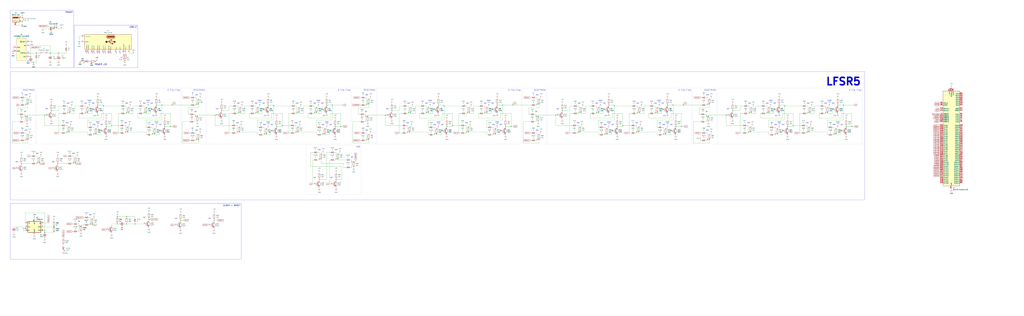
<source format=kicad_sch>
(kicad_sch (version 20250114) (generator "eeschema") (generator_version "9.0")
  (paper "User" 1397 431.8)
  (rectangle (start 979.17 120.65) (end 1176.02 196.85) (stroke (width 0) (type dot)))
  (rectangle (start 746.76 120.65) (end 943.61 196.85) (stroke (width 0) (type dot)))
  (rectangle (start 247.65 120.65) (end 280.67 196.85) (stroke (width 0) (type dot)))
  (rectangle (start 944.88 120.65) (end 977.9 196.85) (stroke (width 0) (type dot)))
  (rectangle (start 514.35 120.65) (end 711.2 196.85) (stroke (width 0) (type dot)))
  (rectangle (start 13.97 278.13) (end 328.93 354.33))
  (rectangle (start 712.47 120.65) (end 745.49 196.85) (stroke (width 0) (type dot)))
  (rectangle (start 15.24 120.65) (end 48.26 196.85) (stroke (width 0) (type dot)))
  (rectangle (start 281.94 120.65) (end 478.79 196.85) (stroke (width 0) (type dot)))
  (rectangle (start 13.97 13.97) (end 100.33 92.71))
  (rectangle (start 49.53 120.65) (end 246.38 196.85) (stroke (width 0) (type dot)))
  (rectangle (start 417.576 198.12) (end 492.506 265.43) (stroke (width 0) (type dot)))
  (rectangle (start 13.97 97.79) (end 1179.83 273.05))
  (rectangle (start 101.6 34.29) (end 187.96 92.71))
  (rectangle (start 480.06 120.65) (end 513.08 196.85) (stroke (width 0) (type dot)))
  (text "AND" (at 732.79 178.054 0) (effects (font (size 1.27 1.27))))
  (text "NOT" (at 683.514 170.434 0) (effects (font (size 1.27 1.27))))
  (text "NOT" (at 127.254 141.224 0) (effects (font (size 1.27 1.27))))
  (text "AND" (at 435.61 204.724 0) (effects (font (size 1.27 1.27))))
  (text "NAND" (at 1062.99 166.878 0) (effects (font (size 1.27 1.27))))
  (text "OR" (at 107.95 302.514 0) (effects (font (size 1.27 1.27))))
  (text "AND" (at 172.72 141.224 0) (effects (font (size 1.27 1.27))))
  (text "AND" (at 814.07 141.224 0) (effects (font (size 1.27 1.27))))
  (text "AND" (at 593.09 170.434 0) (effects (font (size 1.27 1.27))))
  (text "NOT" (at 197.104 297.434 0) (effects (font (size 1.27 1.27))))
  (text "OR" (at 963.93 152.654 0) (effects (font (size 1.27 1.27))))
  (text "AND" (at 789.94 141.224 0) (effects (font (size 1.27 1.27))))
  (text "NAND" (at 1051.56 137.414 0) (effects (font (size 1.27 1.27))))
  (text "NOT" (at 72.644 221.234 0) (effects (font (size 1.27 1.27))))
  (text "AND" (at 1102.36 141.224 0) (effects (font (size 1.27 1.27))))
  (text "AND" (at 440.69 170.434 0) (effects (font (size 1.27 1.27))))
  (text "NOT" (at 592.074 141.224 0) (effects (font (size 1.27 1.27))))
  (text "AND" (at 905.51 170.434 0) (effects (font (size 1.27 1.27))))
  (text "RESETMASK" (at 39.37 123.19 0) (effects (font (size 1.905 1.905))))
  (text "NOT" (at 207.264 141.224 0) (effects (font (size 1.27 1.27))))
  (text "AND" (at 1046.48 141.224 0) (effects (font (size 1.27 1.27))))
  (text "AND" (at 500.38 129.794 0) (effects (font (size 1.27 1.27))))
  (text "AND" (at 50.8 209.804 0) (effects (font (size 1.27 1.27))))
  (text "NOT" (at 23.114 221.234 0) (effects (font (size 1.27 1.27))))
  (text "AND" (at 825.5 170.434 0) (effects (font (size 1.27 1.27))))
  (text "AND" (at 637.54 141.224 0) (effects (font (size 1.27 1.27))))
  (text "AND" (at 405.13 141.224 0) (effects (font (size 1.27 1.27))))
  (text "AND" (at 403.86 167.894 0) (effects (font (size 1.27 1.27))))
  (text "NOT" (at 452.374 242.824 0) (effects (font (size 1.27 1.27))))
  (text "OR" (at 34.29 152.654 0) (effects (font (size 1.27 1.27))))
  (text "NOT" (at 218.694 170.434 0) (effects (font (size 1.27 1.27))))
  (text "NOT" (at 286.004 298.704 0) (effects (font (size 1.27 1.27))))
  (text "D Flip-Flop" (at 236.982 123.19 0) (effects (font (size 1.905 1.905))))
  (text "AND" (at 965.2 178.054 0) (effects (font (size 1.27 1.27))))
  (text "USB-C" (at 181.61 37.084 0) (effects (font (size 1.905 1.905) (thickness 0.254) (bold yes) (italic yes))))
  (text "RESETMASK" (at 504.19 123.19 0) (effects (font (size 1.905 1.905))))
  (text "NOT" (at 451.104 170.434 0) (effects (font (size 1.27 1.27))))
  (text "AND" (at 116.84 141.224 0) (effects (font (size 1.27 1.27))))
  (text "NAND" (at 598.17 166.878 0) (effects (font (size 1.27 1.27))))
  (text "NAND" (at 678.18 166.878 0) (effects (font (size 1.27 1.27))))
  (text "NAND" (at 586.74 137.414 0) (effects (font (size 1.27 1.27))))
  (text "NOT" (at 835.914 170.434 0) (effects (font (size 1.27 1.27))))
  (text "D Flip-Flop" (at 701.802 123.19 0) (effects (font (size 1.905 1.905))))
  (text "AND" (at 458.47 204.724 0) (effects (font (size 1.27 1.27))))
  (text "AND" (at 636.27 167.894 0) (effects (font (size 1.27 1.27))))
  (text "AND" (at 429.26 141.224 0) (effects (font (size 1.27 1.27))))
  (text "NOT" (at 1056.894 141.224 0) (effects (font (size 1.27 1.27))))
  (text "NOT" (at 359.664 141.224 0) (effects (font (size 1.27 1.27))))
  (text "NOT" (at 138.684 170.434 0) (effects (font (size 1.27 1.27))))
  (text "NOT" (at 1148.334 170.434 0) (effects (font (size 1.27 1.27))))
  (text "XOR" (at 488.696 200.66 0) (effects (font (size 1.905 1.905))))
  (text "AND" (at 349.25 141.224 0) (effects (font (size 1.27 1.27))))
  (text "AND" (at 35.56 129.794 0) (effects (font (size 1.27 1.27))))
  (text "RESETMASK" (at 271.78 123.19 0) (effects (font (size 1.905 1.905))))
  (text "NOT" (at 296.164 148.844 0) (effects (font (size 1.27 1.27))))
  (text "AND" (at 557.53 141.224 0) (effects (font (size 1.27 1.27))))
  (text "AND" (at 788.67 167.894 0) (effects (font (size 1.27 1.27))))
  (text "NOT" (at 371.094 170.434 0) (effects (font (size 1.27 1.27))))
  (text "NAND" (at 830.58 166.878 0) (effects (font (size 1.27 1.27))))
  (text "AND" (at 1126.49 141.224 0) (effects (font (size 1.27 1.27))))
  (text "AND" (at 267.97 129.794 0) (effects (font (size 1.27 1.27))))
  (text "OR" (at 266.7 152.654 0) (effects (font (size 1.27 1.27))))
  (text "NAND" (at 445.77 166.878 0) (effects (font (size 1.27 1.27))))
  (text "NAND" (at 899.16 137.414 0) (effects (font (size 1.27 1.27))))
  (text "NOT" (at 240.284 298.704 0) (effects (font (size 1.27 1.27))))
  (text "NOT" (at 1068.324 170.434 0) (effects (font (size 1.27 1.27))))
  (text "NOT" (at 1136.904 141.224 0) (effects (font (size 1.27 1.27))))
  (text "AND" (at 868.68 167.894 0) (effects (font (size 1.27 1.27))))
  (text "NOT" (at 904.494 141.224 0) (effects (font (size 1.27 1.27))))
  (text "AND" (at 360.68 170.434 0) (effects (font (size 1.27 1.27))))
  (text "NOT" (at 824.484 141.224 0) (effects (font (size 1.27 1.27))))
  (text "D Flip-Flop" (at 1166.622 123.19 0) (effects (font (size 1.905 1.905))))
  (text "AND" (at 267.97 178.054 0) (effects (font (size 1.27 1.27))))
  (text "AND" (at 732.79 129.794 0) (effects (font (size 1.27 1.27))))
  (text "OR" (at 499.11 152.654 0) (effects (font (size 1.27 1.27))))
  (text "AND" (at 92.71 141.224 0) (effects (font (size 1.27 1.27))))
  (text "NAND" (at 354.33 137.414 0) (effects (font (size 1.27 1.27))))
  (text "NOT" (at 760.984 148.844 0) (effects (font (size 1.27 1.27))))
  (text "OR" (at 731.52 152.654 0) (effects (font (size 1.27 1.27))))
  (text "NOT" (at 993.394 148.844 0) (effects (font (size 1.27 1.27))))
  (text "AND" (at 35.56 178.054 0) (effects (font (size 1.27 1.27))))
  (text "NAND" (at 434.34 137.414 0) (effects (font (size 1.27 1.27))))
  (text "AND" (at 556.26 167.894 0) (effects (font (size 1.27 1.27))))
  (text "LFSR5" (at 1150.62 111.506 0) (effects (font (size 10.16 10.16) (thickness 2.032) (bold yes))))
  (text "POWER\n" (at 93.98 16.764 0) (effects (font (size 1.905 1.905) (thickness 0.254) (bold yes) (italic yes))))
  (text "NAND" (at 1143 166.878 0) (effects (font (size 1.27 1.27))))
  (text "AND" (at 894.08 141.224 0) (effects (font (size 1.27 1.27))))
  (text "NAND" (at 910.59 166.878 0) (effects (font (size 1.27 1.27))))
  (text "AND" (at 1022.35 141.224 0) (effects (font (size 1.27 1.27))))
  (text "AND" (at 1057.91 170.434 0) (effects (font (size 1.27 1.27))))
  (text "AND" (at 500.38 178.054 0) (effects (font (size 1.27 1.27))))
  (text "AND" (at 171.45 167.894 0) (effects (font (size 1.27 1.27))))
  (text "AND" (at 100.33 209.804 0) (effects (font (size 1.27 1.27))))
  (text "AND" (at 1137.92 170.434 0) (effects (font (size 1.27 1.27))))
  (text "NAND" (at 666.75 137.414 0) (effects (font (size 1.27 1.27))))
  (text "NOT" (at 528.574 148.844 0) (effects (font (size 1.27 1.27))))
  (text "NAND" (at 133.35 166.878 0) (effects (font (size 1.27 1.27))))
  (text "POWER LED" (at 137.668 88.138 0) (effects (font (size 1.905 1.905) (thickness 0.254) (bold yes) (italic yes))))
  (text "AND" (at 196.85 141.224 0) (effects (font (size 1.27 1.27))))
  (text "NAND" (at 213.36 166.878 0) (effects (font (size 1.27 1.27))))
  (text "AND" (at 208.28 170.434 0) (effects (font (size 1.27 1.27))))
  (text "NAND" (at 819.15 137.414 0) (effects (font (size 1.27 1.27))))
  (text "AND" (at 123.19 293.624 0) (effects (font (size 1.27 1.27))))
  (text "AND" (at 1101.09 167.894 0) (effects (font (size 1.27 1.27))))
  (text "CLOCK + RESET" (at 315.976 280.924 0) (effects (font (size 1.905 1.905) (thickness 0.254) (bold yes) (italic yes))))
  (text "AND" (at 323.85 167.894 0) (effects (font (size 1.27 1.27))))
  (text "AND" (at 673.1 170.434 0) (effects (font (size 1.27 1.27))))
  (text "OR" (at 480.06 214.884 0) (effects (font (size 1.27 1.27))))
  (text "RESETMASK" (at 736.6 123.19 0) (effects (font (size 1.905 1.905))))
  (text "AND" (at 325.12 141.224 0) (effects (font (size 1.27 1.27))))
  (text "NAND" (at 121.92 137.414 0) (effects (font (size 1.27 1.27))))
  (text "NOT" (at 63.754 148.844 0) (effects (font (size 1.27 1.27))))
  (text "AND" (at 581.66 141.224 0) (effects (font (size 1.27 1.27))))
  (text "D Flip-Flop" (at 934.212 123.19 0) (effects (font (size 1.905 1.905))))
  (text "AND" (at 128.27 170.434 0) (effects (font (size 1.27 1.27))))
  (text "NAND" (at 1131.57 137.414 0) (effects (font (size 1.27 1.27))))
  (text "NOT" (at 672.084 141.224 0) (effects (font (size 1.27 1.27))))
  (text "AND" (at 661.67 141.224 0) (effects (font (size 1.27 1.27))))
  (text "NOT" (at 429.514 242.824 0) (effects (font (size 1.27 1.27))))
  (text "NAND" (at 201.93 137.414 0) (effects (font (size 1.27 1.27))))
  (text "D Flip-Flop" (at 469.392 123.19 0) (effects (font (size 1.905 1.905))))
  (text "NOT" (at 915.924 170.434 0) (effects (font (size 1.27 1.27))))
  (text "RESETMASK" (at 969.01 123.19 0) (effects (font (size 1.905 1.905))))
  (text "AND" (at 1021.08 167.894 0) (effects (font (size 1.27 1.27))))
  (text "NOT" (at 603.504 170.434 0) (effects (font (size 1.27 1.27))))
  (text "AND" (at 91.44 167.894 0) (effects (font (size 1.27 1.27))))
  (text "NAND" (at 365.76 166.878 0) (effects (font (size 1.27 1.27))))
  (text "AND" (at 965.2 129.794 0) (effects (font (size 1.27 1.27))))
  (text "NOT" (at 439.674 141.224 0) (effects (font (size 1.27 1.27))))
  (text "AND" (at 869.95 141.224 0) (effects (font (size 1.27 1.27))))
  (junction (at 767.08 151.13))
  (junction (at 116.84 153.67))
  (junction (at 501.65 158.75))
  (junction (at 68.58 72.39))
  (junction (at 35.56 142.24))
  (junction (at 431.8 153.67))
  (junction (at 967.74 142.24))
  (junction (at 30.48 29.21))
  (junction (at 384.81 171.45))
  (junction (at 93.98 180.34))
  (junction (at 910.59 143.51))
  (junction (at 1143 143.51))
  (junction (at 735.33 142.24))
  (junction (at 73.66 39.37))
  (junction (at 560.07 153.67))
  (junction (at 95.25 153.67))
  (junction (at 842.01 172.72))
  (junction (at 1082.04 171.45))
  (junction (at 699.77 143.51))
  (junction (at 1101.09 180.34))
  (junction (at 128.27 182.88))
  (junction (at 595.63 182.88))
  (junction (at 213.36 143.51))
  (junction (at 525.78 157.48))
  (junction (at 1023.62 180.34))
  (junction (at 458.47 217.17))
  (junction (at 502.92 142.24))
  (junction (at 1102.36 153.67))
  (junction (at 675.64 182.88))
  (junction (at 34.29 158.75))
  (junction (at 232.41 172.72))
  (junction (at 130.81 182.88))
  (junction (at 270.51 190.5))
  (junction (at 1060.45 182.88))
  (junction (at 210.82 182.88))
  (junction (at 69.85 151.13))
  (junction (at 440.69 182.88))
  (junction (at 457.2 172.72))
  (junction (at 792.48 153.67))
  (junction (at 327.66 153.67))
  (junction (at 443.23 182.88))
  (junction (at 1074.42 172.72))
  (junction (at 689.61 172.72))
  (junction (at 929.64 172.72))
  (junction (at 100.33 222.25))
  (junction (at 609.6 172.72))
  (junction (at 35.56 190.5))
  (junction (at 38.1 142.24))
  (junction (at 17.78 69.85))
  (junction (at 500.38 142.24))
  (junction (at 171.45 180.34))
  (junction (at 173.99 180.34))
  (junction (at 963.93 158.75))
  (junction (at 1103.63 180.34))
  (junction (at 144.78 172.72))
  (junction (at 292.1 300.99))
  (junction (at 598.17 143.51))
  (junction (at 894.08 153.67))
  (junction (at 731.52 158.75))
  (junction (at 78.74 223.52))
  (junction (at 1150.62 143.51))
  (junction (at 407.67 153.67))
  (junction (at 814.07 153.67))
  (junction (at 293.37 157.48))
  (junction (at 435.61 245.11))
  (junction (at 175.26 153.67))
  (junction (at 435.61 217.17))
  (junction (at 849.63 171.45))
  (junction (at 60.96 317.5))
  (junction (at 349.25 153.67))
  (junction (at 482.6 220.98))
  (junction (at 1129.03 153.67))
  (junction (at 377.19 172.72))
  (junction (at 838.2 144.78))
  (junction (at 199.39 153.67))
  (junction (at 637.54 153.67))
  (junction (at 825.5 182.88))
  (junction (at 73.66 309.88))
  (junction (at 593.09 182.88))
  (junction (at 429.26 153.67))
  (junction (at 1137.92 182.88))
  (junction (at 406.4 180.34))
  (junction (at 499.11 158.75))
  (junction (at 91.44 180.34))
  (junction (at 373.38 144.78))
  (junction (at 905.51 182.88))
  (junction (at 789.94 153.67))
  (junction (at 41.91 77.47))
  (junction (at 267.97 190.5))
  (junction (at 445.77 143.51))
  (junction (at 673.1 182.88))
  (junction (at 678.18 143.51))
  (junction (at 125.73 306.07))
  (junction (at 557.53 153.67))
  (junction (at 53.34 222.25))
  (junction (at 403.86 180.34))
  (junction (at 224.79 172.72))
  (junction (at 967.74 190.5))
  (junction (at 405.13 153.67))
  (junction (at 1297.94 120.65))
  (junction (at 896.62 153.67))
  (junction (at 203.2 299.72))
  (junction (at 791.21 180.34))
  (junction (at 1046.48 153.67))
  (junction (at 732.79 142.24))
  (junction (at 735.33 190.5))
  (junction (at 581.66 153.67))
  (junction (at 365.76 143.51))
  (junction (at 172.72 295.91))
  (junction (at 220.98 143.51))
  (junction (at 636.27 180.34))
  (junction (at 160.02 306.07))
  (junction (at 966.47 158.75))
  (junction (at 697.23 172.72))
  (junction (at 50.8 222.25))
  (junction (at 999.49 151.13))
  (junction (at 351.79 153.67))
  (junction (at 664.21 153.67))
  (junction (at 234.95 143.51))
  (junction (at 92.71 153.67))
  (junction (at 480.06 220.98))
  (junction (at 110.49 308.61))
  (junction (at 184.15 306.07))
  (junction (at 617.22 171.45))
  (junction (at 461.01 217.17))
  (junction (at 500.38 190.5))
  (junction (at 734.06 158.75))
  (junction (at 196.85 153.67))
  (junction (at 326.39 180.34))
  (junction (at 1104.9 153.67))
  (junction (at 458.47 245.11))
  (junction (at 872.49 153.67))
  (junction (at 1070.61 144.78))
  (junction (at 1022.35 153.67))
  (junction (at 918.21 143.51))
  (junction (at 990.6 157.48))
  (junction (at 922.02 172.72))
  (junction (at 1049.02 153.67))
  (junction (at 732.79 190.5))
  (junction (at 45.72 85.09))
  (junction (at 584.2 153.67))
  (junction (at 830.58 143.51))
  (junction (at 36.83 158.75))
  (junction (at 534.67 151.13))
  (junction (at 502.92 190.5))
  (junction (at 133.35 143.51))
  (junction (at 208.28 182.88))
  (junction (at 869.95 153.67))
  (junction (at 269.24 158.75))
  (junction (at 1162.05 172.72))
  (junction (at 323.85 180.34))
  (junction (at 1126.49 153.67))
  (junction (at 908.05 182.88))
  (junction (at 363.22 182.88))
  (junction (at 30.48 34.29))
  (junction (at 140.97 144.78))
  (junction (at 267.97 142.24))
  (junction (at 1021.08 180.34))
  (junction (at 871.22 180.34))
  (junction (at 360.68 182.88))
  (junction (at 170.18 82.55))
  (junction (at 302.26 151.13))
  (junction (at 30.48 24.13))
  (junction (at 1024.89 153.67))
  (junction (at 556.26 180.34))
  (junction (at 102.87 222.25))
  (junction (at 160.02 295.91))
  (junction (at 1062.99 143.51))
  (junction (at 661.67 153.67))
  (junction (at 464.82 172.72))
  (junction (at 49.53 72.39))
  (junction (at 119.38 153.67))
  (junction (at 816.61 153.67))
  (junction (at 172.72 306.07))
  (junction (at 80.01 72.39))
  (junction (at 758.19 157.48))
  (junction (at 38.1 190.5))
  (junction (at 638.81 180.34))
  (junction (at 965.2 142.24))
  (junction (at 1154.43 172.72))
  (junction (at 1057.91 182.88))
  (junction (at 325.12 153.67))
  (junction (at 107.95 57.15))
  (junction (at 123.19 306.07))
  (junction (at 453.39 143.51))
  (junction (at 172.72 153.67))
  (junction (at 107.95 308.61))
  (junction (at 868.68 180.34))
  (junction (at 60.96 314.96))
  (junction (at 558.8 180.34))
  (junction (at 1140.46 182.88))
  (junction (at 932.18 143.51))
  (junction (at 685.8 143.51))
  (junction (at 266.7 158.75))
  (junction (at 152.4 171.45))
  (junction (at 828.04 182.88))
  (junction (at 246.38 300.99))
  (junction (at 965.2 190.5))
  (junction (at 438.15 217.17))
  (junction (at 605.79 144.78))
  (junction (at 640.08 153.67))
  (junction (at 60.96 157.48))
  (junction (at 270.51 142.24))
  (junction (at 29.21 223.52))
  (junction (at 788.67 180.34))
  (no_connect (at 118.11 72.39))
  (no_connect (at 151.13 72.39))
  (no_connect (at 143.51 72.39))
  (no_connect (at 120.65 72.39))
  (no_connect (at 163.83 72.39))
  (no_connect (at 148.59 72.39))
  (no_connect (at 133.35 72.39))
  (no_connect (at 158.75 72.39))
  (no_connect (at 125.73 72.39))
  (no_connect (at 140.97 72.39))
  (no_connect (at 135.89 72.39))
  (no_connect (at 128.27 72.39))
  (wire (pts (xy 871.22 172.72) (xy 873.76 172.72)))
  (wire (pts (xy 767.08 140.97) (xy 767.08 142.24)))
  (wire (pts (xy 29.21 24.13) (xy 30.48 24.13)))
  (wire (pts (xy 868.68 180.34) (xy 871.22 180.34)))
  (wire (pts (xy 664.21 153.67) (xy 664.21 154.94)))
  (wire (pts (xy 172.72 306.07) (xy 184.15 306.07)))
  (wire (pts (xy 735.33 195.58) (xy 713.74 195.58)))
  (wire (pts (xy 788.67 180.34) (xy 788.67 181.61)))
  (wire (pts (xy 922.02 171.45) (xy 922.02 172.72)))
  (wire (pts (xy 1082.04 171.45) (xy 1082.04 172.72)))
  (wire (pts (xy 894.08 144.78) (xy 894.08 153.67)))
  (wire (pts (xy 458.47 245.11) (xy 458.47 246.38)))
  (wire (pts (xy 767.08 151.13) (xy 767.08 152.4)))
  (wire (pts (xy 431.8 173.99) (xy 431.8 163.83)))
  (wire (pts (xy 905.51 182.88) (xy 905.51 184.15)))
  (wire (pts (xy 354.33 146.05) (xy 354.33 144.78)))
  (wire (pts (xy 1143 133.35) (xy 1143 134.62)))
  (wire (pts (xy 1022.35 144.78) (xy 1022.35 153.67)))
  (wire (pts (xy 177.8 146.05) (xy 177.8 144.78)))
  (wire (pts (xy 269.24 167.64) (xy 269.24 166.37)))
  (wire (pts (xy 266.7 191.77) (xy 267.97 191.77)))
  (wire (pts (xy 292.1 313.69) (xy 292.1 312.42)))
  (wire (pts (xy 556.26 171.45) (xy 554.99 171.45)))
  (wire (pts (xy 554.99 181.61) (xy 556.26 181.61)))
  (wire (pts (xy 119.38 180.34) (xy 119.38 184.15)))
  (wire (pts (xy 967.74 147.32) (xy 953.77 147.32)))
  (wire (pts (xy 161.29 154.94) (xy 163.83 154.94)))
  (wire (pts (xy 689.61 171.45) (xy 689.61 172.72)))
  (wire (pts (xy 110.49 49.53) (xy 107.95 49.53)))
  (wire (pts (xy 429.26 144.78) (xy 429.26 153.67)))
  (wire (pts (xy 734.06 157.48) (xy 734.06 158.75)))
  (wire (pts (xy 115.57 154.94) (xy 116.84 154.94)))
  (wire (pts (xy 932.18 143.51) (xy 956.31 143.51)))
  (wire (pts (xy 637.54 153.67) (xy 637.54 154.94)))
  (wire (pts (xy 266.7 158.75) (xy 269.24 158.75)))
  (wire (pts (xy 638.81 180.34) (xy 664.21 180.34)))
  (wire (pts (xy 990.6 157.48) (xy 991.87 157.48)))
  (wire (pts (xy 16.51 166.37) (xy 25.4 166.37)))
  (wire (pts (xy 1056.64 184.15) (xy 1057.91 184.15)))
  (wire (pts (xy 922.02 162.56) (xy 922.02 163.83)))
  (wire (pts (xy 445.77 143.51) (xy 445.77 144.78)))
  (wire (pts (xy 119.38 146.05) (xy 121.92 146.05)))
  (wire (pts (xy 105.41 214.63) (xy 105.41 213.36)))
  (wire (pts (xy 603.25 161.29) (xy 572.77 161.29)))
  (wire (pts (xy 595.63 175.26) (xy 598.17 175.26)))
  (wire (pts (xy 101.6 144.78) (xy 107.95 144.78)))
  (wire (pts (xy 1103.63 180.34) (xy 1129.03 180.34)))
  (wire (pts (xy 1057.91 182.88) (xy 1060.45 182.88)))
  (wire (pts (xy 825.5 182.88) (xy 828.04 182.88)))
  (wire (pts (xy 59.69 309.88) (xy 73.66 309.88)))
  (wire (pts (xy 393.7 181.61) (xy 394.97 181.61)))
  (wire (pts (xy 110.49 307.34) (xy 110.49 308.61)))
  (wire (pts (xy 407.67 146.05) (xy 410.21 146.05)))
  (wire (pts (xy 175.26 146.05) (xy 177.8 146.05)))
  (wire (pts (xy 302.26 140.97) (xy 302.26 142.24)))
  (wire (pts (xy 670.56 149.86) (xy 670.56 154.94)))
  (wire (pts (xy 266.7 166.37) (xy 266.7 158.75)))
  (wire (pts (xy 834.39 179.07) (xy 834.39 184.15)))
  (wire (pts (xy 556.26 180.34) (xy 556.26 181.61)))
  (wire (pts (xy 35.56 181.61) (xy 34.29 181.61)))
  (wire (pts (xy 312.42 144.78) (xy 312.42 151.13)))
  (wire (pts (xy 966.47 157.48) (xy 990.6 157.48)))
  (wire (pts (xy 894.08 153.67) (xy 896.62 153.67)))
  (wire (pts (xy 160.02 306.07) (xy 152.4 306.07)))
  (wire (pts (xy 873.76 172.72) (xy 873.76 171.45)))
  (wire (pts (xy 482.6 229.87) (xy 482.6 228.6)))
  (wire (pts (xy 210.82 175.26) (xy 213.36 175.26)))
  (wire (pts (xy 929.64 172.72) (xy 932.18 172.72)))
  (wire (pts (xy 1031.24 154.94) (xy 1031.24 144.78)))
  (wire (pts (xy 789.94 153.67) (xy 789.94 154.94)))
  (wire (pts (xy 365.76 156.21) (xy 365.76 154.94)))
  (wire (pts (xy 64.77 72.39) (xy 68.58 72.39)))
  (wire (pts (xy 609.6 171.45) (xy 609.6 172.72)))
  (wire (pts (xy 646.43 144.78) (xy 652.78 144.78)))
  (wire (pts (xy 458.47 257.81) (xy 458.47 256.54)))
  (wire (pts (xy 777.24 181.61) (xy 777.24 154.94)))
  (wire (pts (xy 990.6 171.45) (xy 1012.19 171.45)))
  (wire (pts (xy 102.87 214.63) (xy 105.41 214.63)))
  (wire (pts (xy 358.14 154.94) (xy 351.79 154.94)))
  (wire (pts (xy 30.48 29.21) (xy 29.21 29.21)))
  (wire (pts (xy 869.95 144.78) (xy 868.68 144.78)))
  (wire (pts (xy 66.04 35.56) (xy 66.04 36.83)))
  (wire (pts (xy 1111.25 144.78) (xy 1117.6 144.78)))
  (wire (pts (xy 267.97 181.61) (xy 267.97 190.5)))
  (wire (pts (xy 868.68 171.45) (xy 868.68 180.34)))
  (wire (pts (xy 440.69 173.99) (xy 440.69 182.88)))
  (wire (pts (xy 267.97 133.35) (xy 267.97 142.24)))
  (wire (pts (xy 699.77 140.97) (xy 699.77 143.51)))
  (wire (pts (xy 431.8 180.34) (xy 431.8 184.15)))
  (wire (pts (xy 270.51 147.32) (xy 256.54 147.32)))
  (wire (pts (xy 140.97 163.83) (xy 140.97 144.78)))
  (wire (pts (xy 1162.05 172.72) (xy 1162.05 154.94)))
  (wire (pts (xy 458.47 217.17) (xy 458.47 218.44)))
  (wire (pts (xy 858.52 181.61) (xy 858.52 154.94)))
  (wire (pts (xy 963.93 143.51) (xy 965.2 143.51)))
  (wire (pts (xy 93.98 172.72) (xy 96.52 172.72)))
  (wire (pts (xy 327.66 154.94) (xy 334.01 154.94)))
  (wire (pts (xy 777.24 144.78) (xy 777.24 151.13)))
  (wire (pts (xy 1066.8 179.07) (xy 1066.8 184.15)))
  (wire (pts (xy 731.52 191.77) (xy 732.79 191.77)))
  (wire (pts (xy 869.95 144.78) (xy 869.95 153.67)))
  (wire (pts (xy 171.45 171.45) (xy 170.18 171.45)))
  (wire (pts (xy 234.95 143.51) (xy 259.08 143.51)))
  (wire (pts (xy 908.05 182.88) (xy 908.05 184.15)))
  (wire (pts (xy 910.59 142.24) (xy 910.59 143.51)))
  (wire (pts (xy 365.76 143.51) (xy 365.76 144.78)))
  (wire (pts (xy 119.38 153.67) (xy 119.38 154.94)))
  (wire (pts (xy 203.2 299.72) (xy 203.2 300.99)))
  (wire (pts (xy 123.19 83.82) (xy 121.92 83.82)))
  (wire (pts (xy 292.1 290.83) (xy 292.1 292.1)))
  (wire (pts (xy 438.15 149.86) (xy 438.15 154.94)))
  (wire (pts (xy 664.21 163.83) (xy 685.8 163.83)))
  (wire (pts (xy 955.04 191.77) (xy 956.31 191.77)))
  (wire (pts (xy 830.58 133.35) (xy 830.58 134.62)))
  (wire (pts (xy 36.83 157.48) (xy 36.83 158.75)))
  (wire (pts (xy 133.35 142.24) (xy 133.35 143.51)))
  (wire (pts (xy 1009.65 144.78) (xy 1009.65 151.13)))
  (wire (pts (xy 1126.49 144.78) (xy 1126.49 153.67)))
  (wire (pts (xy 92.71 144.78) (xy 92.71 153.67)))
  (wire (pts (xy 871.22 180.34) (xy 896.62 180.34)))
  (wire (pts (xy 97.79 146.05) (xy 97.79 144.78)))
  (wire (pts (xy 1068.07 154.94) (xy 1068.07 161.29)))
  (wire (pts (xy 46.99 321.31) (xy 46.99 320.04)))
  (wire (pts (xy 266.7 158.75) (xy 266.7 156.21)))
  (wire (pts (xy 34.29 158.75) (xy 34.29 156.21)))
  (wire (pts (xy 55.88 214.63) (xy 55.88 213.36)))
  (wire (pts (xy 548.64 144.78) (xy 544.83 144.78)))
  (wire (pts (xy 816.61 153.67) (xy 816.61 154.94)))
  (wire (pts (xy 110.49 317.5) (xy 110.49 316.23)))
  (wire (pts (xy 246.38 300.99) (xy 250.19 300.99)))
  (wire (pts (xy 78.74 213.36) (xy 78.74 214.63)))
  (wire (pts (xy 138.43 154.94) (xy 138.43 161.29)))
  (wire (pts (xy 731.52 143.51) (xy 732.79 143.51)))
  (wire (pts (xy 34.29 143.51) (xy 35.56 143.51)))
  (wire (pts (xy 46.99 298.45) (xy 46.99 299.72)))
  (wire (pts (xy 544.83 181.61) (xy 547.37 181.61)))
  (wire (pts (xy 777.24 154.94) (xy 781.05 154.94)))
  (wire (pts (xy 224.79 162.56) (xy 224.79 163.83)))
  (wire (pts (xy 49.53 72.39) (xy 54.61 72.39)))
  (wire (pts (xy 248.92 166.37) (xy 257.81 166.37)))
  (wire (pts (xy 99.06 223.52) (xy 100.33 223.52)))
  (wire (pts (xy 152.4 306.07) (xy 152.4 308.61)))
  (wire (pts (xy 1102.36 144.78) (xy 1101.09 144.78)))
  (wire (pts (xy 172.72 153.67) (xy 175.26 153.67)))
  (wire (pts (xy 500.38 142.24) (xy 502.92 142.24)))
  (wire (pts (xy 598.17 133.35) (xy 598.17 134.62)))
  (wire (pts (xy 499.11 158.75) (xy 499.11 156.21)))
  (wire (pts (xy 349.25 144.78) (xy 349.25 153.67)))
  (wire (pts (xy 1068.07 161.29) (xy 1037.59 161.29)))
  (wire (pts (xy 34.29 290.83) (xy 34.29 304.8)))
  (wire (pts (xy 431.8 163.83) (xy 453.39 163.83)))
  (wire (pts (xy 435.61 243.84) (xy 435.61 245.11)))
  (wire (pts (xy 438.15 209.55) (xy 440.69 209.55)))
  (wire (pts (xy 270.51 195.58) (xy 248.92 195.58)))
  (wire (pts (xy 80.01 181.61) (xy 82.55 181.61)))
  (wire (pts (xy 910.59 156.21) (xy 910.59 154.94)))
  (wire (pts (xy 965.2 142.24) (xy 965.2 143.51)))
  (wire (pts (xy 181.61 144.78) (xy 187.96 144.78)))
  (wire (pts (xy 681.99 179.07) (xy 681.99 184.15)))
  (wire (pts (xy 196.85 153.67) (xy 199.39 153.67)))
  (wire (pts (xy 1111.25 154.94) (xy 1111.25 144.78)))
  (wire (pts (xy 915.67 154.94) (xy 915.67 161.29)))
  (wire (pts (xy 849.63 154.94) (xy 835.66 154.94)))
  (wire (pts (xy 1070.61 163.83) (xy 1070.61 144.78)))
  (wire (pts (xy 1074.42 172.72) (xy 1082.04 172.72)))
  (wire (pts (xy 664.21 146.05) (xy 666.75 146.05)))
  (wire (pts (xy 35.56 190.5) (xy 38.1 190.5)))
  (wire (pts (xy 435.61 208.28) (xy 435.61 217.17)))
  (wire (pts (xy 53.34 214.63) (xy 55.88 214.63)))
  (wire (pts (xy 424.18 227.33) (xy 424.18 208.28)))
  (wire (pts (xy 90.17 181.61) (xy 91.44 181.61)))
  (wire (pts (xy 1150.62 163.83) (xy 1150.62 143.51)))
  (wire (pts (xy 502.92 190.5) (xy 502.92 195.58)))
  (wire (pts (xy 123.19 306.07) (xy 123.19 307.34)))
  (wire (pts (xy 902.97 154.94) (xy 896.62 154.94)))
  (wire (pts (xy 213.36 175.26) (xy 213.36 173.99)))
  (wire (pts (xy 1082.04 154.94) (xy 1082.04 171.45)))
  (wire (pts (xy 80.01 181.61) (xy 80.01 154.94)))
  (wire (pts (xy 737.87 134.62) (xy 737.87 133.35)))
  (wire (pts (xy 36.83 157.48) (xy 60.96 157.48)))
  (wire (pts (xy 91.44 180.34) (xy 93.98 180.34)))
  (wire (pts (xy 1140.46 175.26) (xy 1143 175.26)))
  (wire (pts (xy 1070.61 144.78) (xy 1093.47 144.78)))
  (wire (pts (xy 265.43 166.37) (xy 266.7 166.37)))
  (wire (pts (xy 1057.91 173.99) (xy 1056.64 173.99)))
  (wire (pts (xy 734.06 167.64) (xy 734.06 166.37)))
  (wire (pts (xy 1049.02 180.34) (xy 1049.02 184.15)))
  (wire (pts (xy 199.39 146.05) (xy 201.93 146.05)))
  (wire (pts (xy 360.68 173.99) (xy 360.68 182.88)))
  (wire (pts (xy 269.24 157.48) (xy 269.24 158.75)))
  (wire (pts (xy 673.1 182.88) (xy 673.1 184.15)))
  (wire (pts (xy 867.41 181.61) (xy 868.68 181.61)))
  (wire (pts (xy 160.02 295.91) (xy 160.02 297.18)))
  (wire (pts (xy 480.06 220.98) (xy 482.6 220.98)))
  (wire (pts (xy 426.72 251.46) (xy 427.99 251.46)))
  (wire (pts (xy 681.99 184.15) (xy 675.64 184.15)))
  (wire (pts (xy 414.02 154.94) (xy 414.02 144.78)))
  (wire (pts (xy 480.06 228.6) (xy 480.06 220.98)))
  (wire (pts (xy 1126.49 153.67) (xy 1129.03 153.67)))
  (wire (pts (xy 1143 143.51) (xy 1150.62 143.51)))
  (wire (pts (xy 1022.35 144.78) (xy 1021.08 144.78)))
  (wire (pts (xy 636.27 171.45) (xy 635 171.45)))
  (wire (pts (xy 1137.92 182.88) (xy 1140.46 182.88)))
  (wire (pts (xy 203.2 299.72) (xy 204.47 299.72)))
  (wire (pts (xy 689.61 185.42) (xy 689.61 184.15)))
  (wire (pts (xy 232.41 172.72) (xy 234.95 172.72)))
  (wire (pts (xy 429.26 153.67) (xy 431.8 153.67)))
  (wire (pts (xy 872.49 153.67) (xy 872.49 154.94)))
  (wire (pts (xy 609.6 162.56) (xy 609.6 163.83)))
  (wire (pts (xy 38.1 134.62) (xy 40.64 134.62)))
  (wire (pts (xy 464.82 154.94) (xy 450.85 154.94)))
  (wire (pts (xy 453.39 163.83) (xy 453.39 143.51)))
  (wire (pts (xy 133.35 143.51) (xy 133.35 144.78)))
  (wire (pts (xy 199.39 173.99) (xy 199.39 163.83)))
  (wire (pts (xy 35.56 190.5) (xy 35.56 191.77)))
  (wire (pts (xy 1102.36 153.67) (xy 1104.9 153.67)))
  (wire (pts (xy 661.67 144.78) (xy 660.4 144.78)))
  (wire (pts (xy 1055.37 149.86) (xy 1055.37 154.94)))
  (wire (pts (xy 478.79 228.6) (xy 480.06 228.6)))
  (wire (pts (xy 721.36 147.32) (xy 721.36 156.21)))
  (wire (pts (xy 581.66 144.78) (xy 580.39 144.78)))
  (wire (pts (xy 502.92 182.88) (xy 505.46 182.88)))
  (wire (pts (xy 1140.46 182.88) (xy 1140.46 184.15)))
  (wire (pts (xy 1101.09 171.45) (xy 1099.82 171.45)))
  (wire (pts (xy 184.15 306.07) (xy 195.58 306.07)))
  (wire (pts (xy 365.76 133.35) (xy 365.76 134.62)))
  (wire (pts (xy 1103.63 172.72) (xy 1106.17 172.72)))
  (wire (pts (xy 1143 175.26) (xy 1143 173.99)))
  (wire (pts (xy 561.34 172.72) (xy 561.34 171.45)))
  (wire (pts (xy 922.02 185.42) (xy 922.02 184.15)))
  (wire (pts (xy 842.01 162.56) (xy 842.01 163.83)))
  (wire (pts (xy 990.6 157.48) (xy 990.6 171.45)))
  (wire (pts (xy 358.14 149.86) (xy 358.14 154.94)))
  (wire (pts (xy 562.61 146.05) (xy 562.61 144.78)))
  (wire (pts (xy 171.45 82.55) (xy 170.18 82.55)))
  (wire (pts (xy 34.29 191.77) (xy 35.56 191.77)))
  (wire (pts (xy 842.01 171.45) (xy 842.01 172.72)))
  (wire (pts (xy 791.21 172.72) (xy 793.75 172.72)))
  (wire (pts (xy 171.45 154.94) (xy 172.72 154.94)))
  (wire (pts (xy 90.17 71.12) (xy 90.17 72.39)))
  (wire (pts (xy 593.09 182.88) (xy 593.09 184.15)))
  (wire (pts (xy 731.52 166.37) (xy 731.52 158.75)))
  (wire (pts (xy 224.79 185.42) (xy 224.79 184.15)))
  (wire (pts (xy 405.13 144.78) (xy 405.13 153.67)))
  (wire (pts (xy 1297.94 120.65) (xy 1300.48 120.65)))
  (wire (pts (xy 468.63 228.6) (xy 471.17 228.6)))
  (wire (pts (xy 123.19 306.07) (xy 125.73 306.07)))
  (wire (pts (xy 246.38 290.83) (xy 246.38 292.1)))
  (wire (pts (xy 788.67 180.34) (xy 791.21 180.34)))
  (wire (pts (xy 445.77 142.24) (xy 445.77 143.51)))
  (wire (pts (xy 168.91 81.28) (xy 168.91 82.55)))
  (wire (pts (xy 1101.09 180.34) (xy 1101.09 181.61)))
  (wire (pts (xy 1129.03 180.34) (xy 1129.03 184.15)))
  (wire (pts (xy 499.11 191.77) (xy 500.38 191.77)))
  (wire (pts (xy 914.4 184.15) (xy 908.05 184.15)))
  (wire (pts (xy 323.85 171.45) (xy 323.85 180.34)))
  (wire (pts (xy 872.49 154.94) (xy 878.84 154.94)))
  (wire (pts (xy 1062.99 143.51) (xy 1070.61 143.51)))
  (wire (pts (xy 732.79 133.35) (xy 732.79 142.24)))
  (wire (pts (xy 572.77 161.29) (xy 572.77 154.94)))
  (wire (pts (xy 208.28 173.99) (xy 207.01 173.99)))
  (wire (pts (xy 123.19 297.18) (xy 121.92 297.18)))
  (wire (pts (xy 967.74 182.88) (xy 970.28 182.88)))
  (wire (pts (xy 1021.08 154.94) (xy 1022.35 154.94)))
  (wire (pts (xy 80.01 72.39) (xy 80.01 74.93)))
  (wire (pts (xy 609.6 172.72) (xy 609.6 173.99)))
  (wire (pts (xy 45.72 85.09) (xy 49.53 85.09)))
  (wire (pts (xy 445.77 245.11) (xy 445.77 208.28)))
  (wire (pts (xy 292.1 300.99) (xy 292.1 302.26)))
  (wire (pts (xy 963.93 191.77) (xy 965.2 191.77)))
  (wire (pts (xy 896.62 180.34) (xy 896.62 184.15)))
  (wire (pts (xy 1046.48 144.78) (xy 1046.48 153.67)))
  (wire (pts (xy 40.64 62.23) (xy 68.58 62.23)))
  (wire (pts (xy 53.34 222.25) (xy 53.34 223.52)))
  (wire (pts (xy 69.85 163.83) (xy 69.85 162.56)))
  (wire (pts (xy 161.29 181.61) (xy 162.56 181.61)))
  (wire (pts (xy 205.74 154.94) (xy 199.39 154.94)))
  (wire (pts (xy 270.51 190.5) (xy 270.51 195.58)))
  (wire (pts (xy 544.83 144.78) (xy 544.83 151.13)))
  (wire (pts (xy 1070.61 144.78) (xy 1070.61 143.51)))
  (wire (pts (xy 248.92 195.58) (xy 248.92 166.37)))
  (wire (pts (xy 328.93 172.72) (xy 328.93 171.45)))
  (wire (pts (xy 181.61 154.94) (xy 181.61 144.78)))
  (wire (pts (xy 737.87 182.88) (xy 737.87 181.61)))
  (wire (pts (xy 637.54 144.78) (xy 637.54 153.67)))
  (wire (pts (xy 170.18 181.61) (xy 171.45 181.61)))
  (wire (pts (xy 661.67 153.67) (xy 664.21 153.67)))
  (wire (pts (xy 835.66 161.29) (xy 805.18 161.29)))
  (wire (pts (xy 457.2 172.72) (xy 464.82 172.72)))
  (wire (pts (xy 213.36 156.21) (xy 213.36 154.94)))
  (wire (pts (xy 910.59 133.35) (xy 910.59 134.62)))
  (wire (pts (xy 273.05 134.62) (xy 273.05 133.35)))
  (wire (pts (xy 689.61 172.72) (xy 689.61 173.99)))
  (wire (pts (xy 666.75 146.05) (xy 666.75 144.78)))
  (wire (pts (xy 316.23 144.78) (xy 312.42 144.78)))
  (wire (pts (xy 125.73 149.86) (xy 125.73 154.94)))
  (wire (pts (xy 584.2 180.34) (xy 584.2 184.15)))
  (wire (pts (xy 116.84 144.78) (xy 116.84 153.67)))
  (wire (pts (xy 334.01 144.78) (xy 340.36 144.78)))
  (wire (pts (xy 171.45 180.34) (xy 173.99 180.34)))
  (wire (pts (xy 393.7 181.61) (xy 393.7 154.94)))
  (wire (pts (xy 208.28 173.99) (xy 208.28 182.88)))
  (wire (pts (xy 1101.09 180.34) (xy 1103.63 180.34)))
  (wire (pts (xy 102.87 222.25) (xy 102.87 223.52)))
  (wire (pts (xy 325.12 153.67) (xy 327.66 153.67)))
  (wire (pts (xy 68.58 72.39) (xy 80.01 72.39)))
  (wire (pts (xy 68.58 83.82) (xy 68.58 82.55)))
  (wire (pts (xy 203.2 289.56) (xy 203.2 290.83)))
  (wire (pts (xy 502.92 134.62) (xy 505.46 134.62)))
  (wire (pts (xy 394.97 171.45) (xy 384.81 171.45)))
  (wire (pts (xy 732.79 133.35) (xy 731.52 133.35)))
  (wire (pts (xy 661.67 144.78) (xy 661.67 153.67)))
  (wire (pts (xy 312.42 154.94) (xy 316.23 154.94)))
  (wire (pts (xy 1024.89 153.67) (xy 1024.89 154.94)))
  (wire (pts (xy 109.22 83.82) (xy 114.3 83.82)))
  (wire (pts (xy 30.48 24.13) (xy 30.48 25.4)))
  (wire (pts (xy 127 184.15) (xy 128.27 184.15)))
  (wire (pts (xy 60.96 317.5) (xy 73.66 317.5)))
  (wire (pts (xy 69.85 149.86) (xy 69.85 151.13)))
  (wire (pts (xy 953.77 156.21) (xy 955.04 156.21)))
  (wire (pts (xy 1046.48 153.67) (xy 1046.48 154.94)))
  (wire (pts (xy 869.95 153.67) (xy 869.95 154.94)))
  (wire (pts (xy 107.95 306.07) (xy 106.68 306.07)))
  (wire (pts (xy 457.2 185.42) (xy 457.2 184.15)))
  (wire (pts (xy 59.69 304.8) (xy 66.04 304.8)))
  (wire (pts (xy 721.36 156.21) (xy 722.63 156.21)))
  (wire (pts (xy 595.63 182.88) (xy 595.63 184.15)))
  (wire (pts (xy 805.18 161.29) (xy 805.18 154.94)))
  (wire (pts (xy 137.16 184.15) (xy 130.81 184.15)))
  (wire (pts (xy 130.81 182.88) (xy 130.81 184.15)))
  (wire (pts (xy 480.06 218.44) (xy 478.79 218.44)))
  (wire (pts (xy 107.95 57.15) (xy 107.95 58.42)))
  (wire (pts (xy 500.38 133.35) (xy 499.11 133.35)))
  (wire (pts (xy 872.49 146.05) (xy 875.03 146.05)))
  (wire (pts (xy 17.78 69.85) (xy 17.78 71.12)))
  (wire (pts (xy 60.96 326.39) (xy 60.96 325.12)))
  (wire (pts (xy 369.57 179.07) (xy 369.57 184.15)))
  (wire (pts (xy 556.26 171.45) (xy 556.26 180.34)))
  (wire (pts (xy 673.1 173.99) (xy 671.83 173.99)))
  (wire (pts (xy 793.75 172.72) (xy 793.75 171.45)))
  (wire (pts (xy 438.15 223.52) (xy 468.63 223.52)))
  (wire (pts (xy 78.74 236.22) (xy 78.74 234.95)))
  (wire (pts (xy 152.4 320.04) (xy 152.4 318.77)))
  (wire (pts (xy 302.26 151.13) (xy 312.42 151.13)))
  (wire (pts (xy 1027.43 146.05) (xy 1027.43 144.78)))
  (wire (pts (xy 915.67 161.29) (xy 885.19 161.29)))
  (wire (pts (xy 199.39 153.67) (xy 199.39 154.94)))
  (wire (pts (xy 116.84 153.67) (xy 116.84 154.94)))
  (wire (pts (xy 92.71 153.67) (xy 95.25 153.67)))
  (wire (pts (xy 440.69 173.99) (xy 439.42 173.99)))
  (wire (pts (xy 1049.02 153.67) (xy 1049.02 154.94)))
  (wire (pts (xy 232.41 172.72) (xy 232.41 154.94)))
  (wire (pts (xy 699.77 143.51) (xy 723.9 143.51)))
  (wire (pts (xy 1135.38 149.86) (xy 1135.38 154.94)))
  (wire (pts (xy 929.64 172.72) (xy 929.64 154.94)))
  (wire (pts (xy 1143 142.24) (xy 1143 143.51)))
  (wire (pts (xy 162.56 306.07) (xy 160.02 306.07)))
  (wire (pts (xy 292.1 299.72) (xy 292.1 300.99)))
  (wire (pts (xy 36.83 167.64) (xy 36.83 166.37)))
  (wire (pts (xy 414.02 144.78) (xy 420.37 144.78)))
  (wire (pts (xy 232.41 154.94) (xy 218.44 154.94)))
  (wire (pts (xy 617.22 171.45) (xy 617.22 172.72)))
  (wire (pts (xy 144.78 171.45) (xy 144.78 172.72)))
  (wire (pts (xy 697.23 154.94) (xy 683.26 154.94)))
  (wire (pts (xy 293.37 157.48) (xy 293.37 171.45)))
  (wire (pts (xy 626.11 181.61) (xy 626.11 154.94)))
  (wire (pts (xy 932.18 140.97) (xy 932.18 143.51)))
  (wire (pts (xy 918.21 163.83) (xy 918.21 143.51)))
  (wire (pts (xy 220.98 163.83) (xy 220.98 143.51)))
  (wire (pts (xy 86.36 334.01) (xy 86.36 335.28)))
  (wire (pts (xy 35.56 142.24) (xy 35.56 143.51)))
  (wire (pts (xy 1023.62 172.72) (xy 1026.16 172.72)))
  (wire (pts (xy 457.2 171.45) (xy 457.2 172.72)))
  (wire (pts (xy 69.85 140.97) (xy 69.85 142.24)))
  (wire (pts (xy 199.39 163.83) (xy 220.98 163.83)))
  (wire (pts (xy 918.21 143.51) (xy 932.18 143.51)))
  (wire (pts (xy 627.38 171.45) (xy 617.22 171.45)))
  (wire (pts (xy 133.35 133.35) (xy 133.35 134.62)))
  (wire (pts (xy 246.38 313.69) (xy 246.38 312.42)))
  (wire (pts (xy 858.52 154.94) (xy 861.06 154.94)))
  (wire (pts (xy 40.64 55.88) (xy 40.64 57.15)))
  (wire (pts (xy 468.63 223.52) (xy 468.63 228.6)))
  (wire (pts (xy 671.83 184.15) (xy 673.1 184.15)))
  (wire (pts (xy 732.79 142.24) (xy 732.79 143.51)))
  (wire (pts (xy 502.92 147.32) (xy 488.95 147.32)))
  (wire (pts (xy 445.77 208.28) (xy 449.58 208.28)))
  (wire (pts (xy 593.09 182.88) (xy 595.63 182.88)))
  (wire (pts (xy 168.91 82.55) (xy 170.18 82.55)))
  (wire (pts (xy 697.23 172.72) (xy 697.23 154.94)))
  (wire (pts (xy 445.77 143.51) (xy 453.39 143.51)))
  (wire (pts (xy 640.08 146.05) (xy 642.62 146.05)))
  (wire (pts (xy 171.45 171.45) (xy 171.45 180.34)))
  (wire (pts (xy 60.96 171.45) (xy 82.55 171.45)))
  (wire (pts (xy 816.61 180.34) (xy 816.61 184.15)))
  (wire (pts (xy 735.33 142.24) (xy 735.33 147.32)))
  (wire (pts (xy 598.17 156.21) (xy 598.17 154.94)))
  (wire (pts (xy 1031.24 144.78) (xy 1037.59 144.78)))
  (wire (pts (xy 450.85 154.94) (xy 450.85 161.29)))
  (wire (pts (xy 140.97 144.78) (xy 163.83 144.78)))
  (wire (pts (xy 458.47 208.28) (xy 457.2 208.28)))
  (wire (pts (xy 910.59 175.26) (xy 910.59 173.99)))
  (wire (pts (xy 435.61 245.11) (xy 435.61 246.38)))
  (wire (pts (xy 842.01 172.72) (xy 849.63 172.72)))
  (wire (pts (xy 119.38 163.83) (xy 140.97 163.83)))
  (wire (pts (xy 60.96 314.96) (xy 60.96 290.83)))
  (wire (pts (xy 35.56 142.24) (xy 38.1 142.24)))
  (wire (pts (xy 175.26 154.94) (xy 181.61 154.94)))
  (wire (pts (xy 172.72 295.91) (xy 172.72 297.18)))
  (wire (pts (xy 435.61 234.95) (xy 435.61 236.22)))
  (wire (pts (xy 1148.08 161.29) (xy 1117.6 161.29)))
  (wire (pts (xy 91.44 171.45) (xy 90.17 171.45)))
  (wire (pts (xy 1131.57 146.05) (xy 1131.57 144.78)))
  (wire (pts (xy 173.99 180.34) (xy 199.39 180.34)))
  (wire (pts (xy 902.97 149.86) (xy 902.97 154.94)))
  (wire (pts (xy 675.64 182.88) (xy 675.64 184.15)))
  (wire (pts (xy 838.2 144.78) (xy 838.2 143.51)))
  (wire (pts (xy 685.8 143.51) (xy 699.77 143.51)))
  (wire (pts (xy 819.15 146.05) (xy 819.15 144.78)))
  (wire (pts (xy 137.16 179.07) (xy 137.16 184.15)))
  (wire (pts (xy 1154.43 171.45) (xy 1154.43 172.72)))
  (wire (pts (xy 267.97 181.61) (xy 266.7 181.61)))
  (wire (pts (xy 363.22 182.88) (xy 363.22 184.15)))
  (wire (pts (xy 962.66 166.37) (xy 963.93 166.37)))
  (wire (pts (xy 35.56 133.35) (xy 34.29 133.35)))
  (wire (pts (xy 325.12 144.78) (xy 323.85 144.78)))
  (wire (pts (xy 86.36 344.17) (xy 86.36 342.9)))
  (wire (pts (xy 758.19 157.48) (xy 758.19 171.45)))
  (wire (pts (xy 407.67 153.67) (xy 407.67 154.94)))
  (wire (pts (xy 217.17 184.15) (xy 210.82 184.15)))
  (wire (pts (xy 224.79 172.72) (xy 232.41 172.72)))
  (wire (pts (xy 732.79 181.61) (xy 731.52 181.61)))
  (wire (pts (xy 965.2 133.35) (xy 965.2 142.24)))
  (wire (pts (xy 130.81 83.82) (xy 132.08 83.82)))
  (wire (pts (xy 45.72 86.36) (xy 45.72 85.09)))
  (wire (pts (xy 1074.42 162.56) (xy 1074.42 163.83)))
  (wire (pts (xy 499.11 166.37) (xy 499.11 158.75)))
  (wire (pts (xy 431.8 153.67) (xy 431.8 154.94)))
  (wire (pts (xy 73.66 300.99) (xy 73.66 302.26)))
  (wire (pts (xy 445.77 156.21) (xy 445.77 154.94)))
  (wire (pts (xy 207.01 184.15) (xy 208.28 184.15)))
  (wire (pts (xy 78.74 223.52) (xy 91.44 223.52)))
  (wire (pts (xy 351.79 173.99) (xy 351.79 163.83)))
  (wire (pts (xy 152.4 154.94) (xy 138.43 154.94)))
  (wire (pts (xy 144.78 162.56) (xy 144.78 163.83)))
  (wire (pts (xy 792.48 146.05) (xy 795.02 146.05)))
  (wire (pts (xy 635 181.61) (xy 636.27 181.61)))
  (wire (pts (xy 464.82 172.72) (xy 467.36 172.72)))
  (wire (pts (xy 914.4 179.07) (xy 914.4 184.15)))
  (wire (pts (xy 173.99 172.72) (xy 176.53 172.72)))
  (wire (pts (xy 1126.49 153.67) (xy 1126.49 154.94)))
  (wire (pts (xy 534.67 140.97) (xy 534.67 142.24)))
  (wire (pts (xy 566.42 154.94) (xy 566.42 144.78)))
  (wire (pts (xy 184.15 295.91) (xy 172.72 295.91)))
  (wire (pts (xy 481.33 195.58) (xy 481.33 166.37)))
  (wire (pts (xy 403.86 171.45) (xy 402.59 171.45)))
  (wire (pts (xy 172.72 144.78) (xy 171.45 144.78)))
  (wire (pts (xy 434.34 146.05) (xy 434.34 144.78)))
  (wire (pts (xy 1129.03 173.99) (xy 1129.03 163.83)))
  (wire (pts (xy 598.17 143.51) (xy 598.17 144.78)))
  (wire (pts (xy 128.27 173.99) (xy 127 173.99)))
  (wire (pts (xy 449.58 251.46) (xy 450.85 251.46)))
  (wire (pts (xy 814.07 144.78) (xy 814.07 153.67)))
  (wire (pts (xy 213.36 143.51) (xy 220.98 143.51)))
  (wire (pts (xy 869.95 153.67) (xy 872.49 153.67)))
  (wire (pts (xy 431.8 146.05) (xy 434.34 146.05)))
  (wire (pts (xy 160.02 294.64) (xy 160.02 295.91)))
  (wire (pts (xy 1021.08 180.34) (xy 1021.08 181.61)))
  (wire (pts (xy 80.01 83.82) (xy 80.01 82.55)))
  (wire (pts (xy 664.21 173.99) (xy 664.21 163.83)))
  (wire (pts (xy 1146.81 184.15) (xy 1140.46 184.15)))
  (wire (pts (xy 60.96 157.48) (xy 60.96 171.45)))
  (wire (pts (xy 581.66 144.78) (xy 581.66 153.67)))
  (wire (pts (xy 138.43 161.29) (xy 107.95 161.29)))
  (wire (pts (xy 963.93 158.75) (xy 963.93 156.21)))
  (wire (pts (xy 816.61 163.83) (xy 838.2 163.83)))
  (wire (pts (xy 1023.62 180.34) (xy 1049.02 180.34)))
  (wire (pts (xy 168.91 72.39) (xy 168.91 73.66)))
  (wire (pts (xy 734.06 157.48) (xy 758.19 157.48)))
  (wire (pts (xy 683.26 154.94) (xy 683.26 161.29)))
  (wire (pts (xy 373.38 144.78) (xy 396.24 144.78)))
  (wire (pts (xy 605.79 144.78) (xy 628.65 144.78)))
  (wire (pts (xy 426.72 218.44) (xy 426.72 251.46)))
  (wire (pts (xy 116.84 144.78) (xy 115.57 144.78)))
  (wire (pts (xy 580.39 154.94) (xy 581.66 154.94)))
  (wire (pts (xy 443.23 175.26) (xy 445.77 175.26)))
  (wire (pts (xy 130.81 175.26) (xy 133.35 175.26)))
  (wire (pts (xy 792.48 154.94) (xy 798.83 154.94)))
  (wire (pts (xy 323.85 180.34) (xy 326.39 180.34)))
  (wire (pts (xy 792.48 153.67) (xy 792.48 154.94)))
  (wire (pts (xy 598.17 143.51) (xy 605.79 143.51)))
  (wire (pts (xy 787.4 181.61) (xy 788.67 181.61)))
  (wire (pts (xy 95.25 153.67) (xy 95.25 154.94)))
  (wire (pts (xy 384.81 171.45) (xy 384.81 172.72)))
  (wire (pts (xy 1090.93 181.61) (xy 1092.2 181.61)))
  (wire (pts (xy 327.66 146.05) (xy 330.2 146.05)))
  (wire (pts (xy 29.21 222.25) (xy 29.21 223.52)))
  (wire (pts (xy 825.5 173.99) (xy 824.23 173.99)))
  (wire (pts (xy 403.86 180.34) (xy 406.4 180.34)))
  (wire (pts (xy 21.59 34.29) (xy 30.48 34.29)))
  (wire (pts (xy 171.45 72.39) (xy 171.45 73.66)))
  (wire (pts (xy 359.41 184.15) (xy 360.68 184.15)))
  (wire (pts (xy 323.85 171.45) (xy 322.58 171.45)))
  (wire (pts (xy 640.08 154.94) (xy 646.43 154.94)))
  (wire (pts (xy 1074.42 185.42) (xy 1074.42 184.15)))
  (wire (pts (xy 68.58 72.39) (xy 68.58 74.93)))
  (wire (pts (xy 767.08 151.13) (xy 777.24 151.13)))
  (wire (pts (xy 80.01 72.39) (xy 90.17 72.39)))
  (wire (pts (xy 162.56 171.45) (xy 152.4 171.45)))
  (wire (pts (xy 1013.46 144.78) (xy 1009.65 144.78)))
  (wire (pts (xy 731.52 158.75) (xy 734.06 158.75)))
  (wire (pts (xy 858.52 181.61) (xy 859.79 181.61)))
  (wire (pts (xy 593.09 173.99) (xy 593.09 182.88)))
  (wire (pts (xy 302.26 151.13) (xy 302.26 152.4)))
  (wire (pts (xy 626.11 154.94) (xy 628.65 154.94)))
  (wire (pts (xy 29.21 213.36) (xy 29.21 214.63)))
  (wire (pts (xy 293.37 157.48) (xy 294.64 157.48)))
  (wire (pts (xy 302.26 163.83) (xy 302.26 162.56)))
  (wire (pts (xy 312.42 181.61) (xy 312.42 154.94)))
  (wire (pts (xy 525.78 157.48) (xy 527.05 157.48)))
  (wire (pts (xy 377.19 162.56) (xy 377.19 163.83)))
  (wire (pts (xy 1049.02 163.83) (xy 1070.61 163.83)))
  (wire (pts (xy 435.61 217.17) (xy 435.61 218.44)))
  (wire (pts (xy 91.44 154.94) (xy 92.71 154.94)))
  (wire (pts (xy 584.2 146.05) (xy 586.74 146.05)))
  (wire (pts (xy 894.08 153.67) (xy 894.08 154.94)))
  (wire (pts (xy 322.58 181.61) (xy 323.85 181.61)))
  (wire (pts (xy 1026.16 172.72) (xy 1026.16 171.45)))
  (wire (pts (xy 373.38 144.78) (xy 373.38 143.51)))
  (wire (pts (xy 210.82 182.88) (xy 210.82 184.15)))
  (wire (pts (xy 838.2 144.78) (xy 861.06 144.78)))
  (wire (pts (xy 424.18 208.28) (xy 426.72 208.28)))
  (wire (pts (xy 965.2 190.5) (xy 965.2 191.77)))
  (wire (pts (xy 905.51 182.88) (xy 908.05 182.88)))
  (wire (pts (xy 788.67 154.94) (xy 789.94 154.94)))
  (wire (pts (xy 35.56 181.61) (xy 35.56 190.5)))
  (wire (pts (xy 637.54 153.67) (xy 640.08 153.67)))
  (wire (pts (xy 116.84 153.67) (xy 119.38 153.67)))
  (wire (pts (xy 834.39 184.15) (xy 828.04 184.15)))
  (wire (pts (xy 678.18 133.35) (xy 678.18 134.62)))
  (wire (pts (xy 777.24 181.61) (xy 779.78 181.61)))
  (wire (pts (xy 1129.03 163.83) (xy 1150.62 163.83)))
  (wire (pts (xy 406.4 180.34) (xy 431.8 180.34)))
  (wire (pts (xy 176.53 73.66) (xy 176.53 72.39)))
  (wire (pts (xy 500.38 190.5) (xy 502.92 190.5)))
  (wire (pts (xy 1154.43 172.72) (xy 1162.05 172.72)))
  (wire (pts (xy 544.83 154.94) (xy 548.64 154.94)))
  (wire (pts (xy 1107.44 146.05) (xy 1107.44 144.78)))
  (wire (pts (xy 1022.35 153.67) (xy 1022.35 154.94)))
  (wire (pts (xy 828.04 182.88) (xy 828.04 184.15)))
  (wire (pts (xy 30.48 27.94) (xy 30.48 29.21)))
  (wire (pts (xy 83.82 144.78) (xy 80.01 144.78)))
  (wire (pts (xy 1162.05 154.94) (xy 1148.08 154.94)))
  (wire (pts (xy 965.2 142.24) (xy 967.74 142.24)))
  (wire (pts (xy 689.61 172.72) (xy 697.23 172.72)))
  (wire (pts (xy 326.39 172.72) (xy 328.93 172.72)))
  (wire (pts (xy 617.22 154.94) (xy 617.22 171.45)))
  (wire (pts (xy 405.13 144.78) (xy 403.86 144.78)))
  (wire (pts (xy 128.27 182.88) (xy 130.81 182.88)))
  (wire (pts (xy 471.17 218.44) (xy 461.01 218.44)))
  (wire (pts (xy 1090.93 154.94) (xy 1093.47 154.94)))
  (wire (pts (xy 1104.9 154.94) (xy 1111.25 154.94)))
  (wire (pts (xy 96.52 172.72) (xy 96.52 171.45)))
  (wire (pts (xy 641.35 172.72) (xy 641.35 171.45)))
  (wire (pts (xy 1129.03 146.05) (xy 1131.57 146.05)))
  (wire (pts (xy 713.74 166.37) (xy 722.63 166.37)))
  (wire (pts (xy 1125.22 154.94) (xy 1126.49 154.94)))
  (wire (pts (xy 1066.8 184.15) (xy 1060.45 184.15)))
  (wire (pts (xy 830.58 156.21) (xy 830.58 154.94)))
  (wire (pts (xy 351.79 180.34) (xy 351.79 184.15)))
  (wire (pts (xy 731.52 158.75) (xy 731.52 156.21)))
  (wire (pts (xy 1022.35 153.67) (xy 1024.89 153.67)))
  (wire (pts (xy 849.63 154.94) (xy 849.63 171.45)))
  (wire (pts (xy 1074.42 172.72) (xy 1074.42 173.99)))
  (wire (pts (xy 636.27 180.34) (xy 636.27 181.61)))
  (wire (pts (xy 170.18 83.82) (xy 170.18 82.55)))
  (wire (pts (xy 636.27 180.34) (xy 638.81 180.34)))
  (wire (pts (xy 828.04 175.26) (xy 830.58 175.26)))
  (wire (pts (xy 38.1 195.58) (xy 16.51 195.58)))
  (wire (pts (xy 267.97 190.5) (xy 270.51 190.5)))
  (wire (pts (xy 500.38 181.61) (xy 499.11 181.61)))
  (wire (pts (xy 1143 143.51) (xy 1143 144.78)))
  (wire (pts (xy 213.36 143.51) (xy 213.36 144.78)))
  (wire (pts (xy 172.72 153.67) (xy 172.72 154.94)))
  (wire (pts (xy 896.62 173.99) (xy 896.62 163.83)))
  (wire (pts (xy 461.01 209.55) (xy 463.55 209.55)))
  (wire (pts (xy 678.18 143.51) (xy 678.18 144.78)))
  (wire (pts (xy 640.08 153.67) (xy 640.08 154.94)))
  (wire (pts (xy 144.78 185.42) (xy 144.78 184.15)))
  (wire (pts (xy 905.51 173.99) (xy 904.24 173.99)))
  (wire (pts (xy 91.44 180.34) (xy 91.44 181.61)))
  (wire (pts (xy 875.03 146.05) (xy 875.03 144.78)))
  (wire (pts (xy 965.2 190.5) (xy 967.74 190.5)))
  (wire (pts (xy 267.97 133.35) (xy 266.7 133.35)))
  (wire (pts (xy 501.65 157.48) (xy 525.78 157.48)))
  (wire (pts (xy 256.54 156.21) (xy 257.81 156.21)))
  (wire (pts (xy 224.79 172.72) (xy 224.79 173.99)))
  (wire (pts (xy 41.91 64.77) (xy 41.91 77.47)))
  (wire (pts (xy 581.66 153.67) (xy 581.66 154.94)))
  (wire (pts (xy 485.14 220.98) (xy 482.6 220.98)))
  (wire (pts (xy 1057.91 173.99) (xy 1057.91 182.88)))
  (wire (pts (xy 601.98 179.07) (xy 601.98 184.15)))
  (wire (pts (xy 410.21 146.05) (xy 410.21 144.78)))
  (wire (pts (xy 955.04 190.5) (xy 955.04 191.77)))
  (wire (pts (xy 377.19 171.45) (xy 377.19 172.72)))
  (wire (pts (xy 899.16 146.05) (xy 899.16 144.78)))
  (wire (pts (xy 29.21 236.22) (xy 29.21 234.95)))
  (wire (pts (xy 1102.36 153.67) (xy 1102.36 154.94)))
  (wire (pts (xy 40.64 77.47) (xy 41.91 77.47)))
  (wire (pts (xy 205.74 149.86) (xy 205.74 154.94)))
  (wire (pts (xy 966.47 157.48) (xy 966.47 158.75)))
  (wire (pts (xy 1009.65 154.94) (xy 1013.46 154.94)))
  (wire (pts (xy 266.7 143.51) (xy 267.97 143.51)))
  (wire (pts (xy 267.97 142.24) (xy 267.97 143.51)))
  (wire (pts (xy 481.33 166.37) (xy 490.22 166.37)))
  (wire (pts (xy 58.42 39.37) (xy 66.04 39.37)))
  (wire (pts (xy 999.49 151.13) (xy 999.49 152.4)))
  (wire (pts (xy 458.47 217.17) (xy 461.01 217.17)))
  (wire (pts (xy 791.21 180.34) (xy 816.61 180.34)))
  (wire (pts (xy 967.74 134.62) (xy 970.28 134.62)))
  (wire (pts (xy 270.51 182.88) (xy 273.05 182.88)))
  (wire (pts (xy 266.7 156.21) (xy 265.43 156.21)))
  (wire (pts (xy 17.78 64.77) (xy 17.78 69.85)))
  (wire (pts (xy 49.53 81.28) (xy 49.53 85.09)))
  (wire (pts (xy 429.26 153.67) (xy 429.26 154.94)))
  (wire (pts (xy 637.54 144.78) (xy 636.27 144.78)))
  (wire (pts (xy 963.93 158.75) (xy 966.47 158.75)))
  (wire (pts (xy 1060.45 175.26) (xy 1062.99 175.26)))
  (wire (pts (xy 965.2 181.61) (xy 965.2 190.5)))
  (wire (pts (xy 1021.08 171.45) (xy 1019.81 171.45)))
  (wire (pts (xy 713.74 195.58) (xy 713.74 166.37)))
  (wire (pts (xy 78.74 223.52) (xy 78.74 224.79)))
  (wire (pts (xy 384.81 154.94) (xy 384.81 171.45)))
  (wire (pts (xy 499.11 158.75) (xy 501.65 158.75)))
  (wire (pts (xy 34.29 166.37) (xy 34.29 158.75)))
  (wire (pts (xy 31.75 314.96) (xy 31.75 313.69)))
  (wire (pts (xy 1137.92 182.88) (xy 1137.92 184.15)))
  (wire (pts (xy 501.65 157.48) (xy 501.65 158.75)))
  (wire (pts (xy 334.01 154.94) (xy 334.01 144.78)))
  (wire (pts (xy 910.59 143.51) (xy 918.21 143.51)))
  (wire (pts (xy 1062.99 133.35) (xy 1062.99 134.62)))
  (wire (pts (xy 69.85 151.13) (xy 80.01 151.13)))
  (wire (pts (xy 246.38 299.72) (xy 246.38 300.99)))
  (wire (pts (xy 1102.36 144.78) (xy 1102.36 153.67)))
  (wire (pts (xy 270.51 142.24) (xy 270.51 147.32)))
  (wire (pts (xy 326.39 180.34) (xy 351.79 180.34)))
  (wire (pts (xy 144.78 172.72) (xy 144.78 173.99)))
  (wire (pts (xy 1146.81 179.07) (xy 1146.81 184.15)))
  (wire (pts (xy 1060.45 182.88) (xy 1060.45 184.15)))
  (wire (pts (xy 584.2 163.83) (xy 605.79 163.83)))
  (wire (pts (xy 369.57 184.15) (xy 363.22 184.15)))
  (wire (pts (xy 767.08 149.86) (xy 767.08 151.13)))
  (wire (pts (xy 1046.48 153.67) (xy 1049.02 153.67)))
  (wire (pts (xy 408.94 172.72) (xy 408.94 171.45)))
  (wire (pts (xy 842.01 185.42) (xy 842.01 184.15)))
  (wire (pts (xy 393.7 154.94) (xy 396.24 154.94)))
  (wire (pts (xy 60.96 317.5) (xy 60.96 314.96)))
  (wire (pts (xy 904.24 184.15) (xy 905.51 184.15)))
  (wire (pts (xy 1297.94 120.65) (xy 1295.4 120.65)))
  (wire (pts (xy 370.84 161.29) (xy 340.36 161.29)))
  (wire (pts (xy 49.53 223.52) (xy 50.8 223.52)))
  (wire (pts (xy 208.28 182.88) (xy 210.82 182.88)))
  (wire (pts (xy 946.15 195.58) (xy 946.15 166.37)))
  (wire (pts (xy 946.15 166.37) (xy 955.04 166.37)))
  (wire (pts (xy 457.2 162.56) (xy 457.2 163.83)))
  (wire (pts (xy 464.82 172.72) (xy 464.82 154.94)))
  (wire (pts (xy 434.34 218.44) (xy 435.61 218.44)))
  (wire (pts (xy 449.58 179.07) (xy 449.58 184.15)))
  (wire (pts (xy 1150.62 143.51) (xy 1164.59 143.51)))
  (wire (pts (xy 814.07 153.67) (xy 816.61 153.67)))
  (wire (pts (xy 458.47 243.84) (xy 458.47 245.11)))
  (wire (pts (xy 463.55 209.55) (xy 463.55 208.28)))
  (wire (pts (xy 485.14 219.71) (xy 485.14 220.98)))
  (wire (pts (xy 660.4 154.94) (xy 661.67 154.94)))
  (wire (pts (xy 445.77 133.35) (xy 445.77 134.62)))
  (wire (pts (xy 896.62 163.83) (xy 918.21 163.83)))
  (wire (pts (xy 824.23 184.15) (xy 825.5 184.15)))
  (wire (pts (xy 1055.37 154.94) (xy 1049.02 154.94)))
  (wire (pts (xy 458.47 208.28) (xy 458.47 217.17)))
  (wire (pts (xy 1137.92 173.99) (xy 1136.65 173.99)))
  (wire (pts (xy 732.79 190.5) (xy 732.79 191.77)))
  (wire (pts (xy 199.39 180.34) (xy 199.39 184.15)))
  (wire (pts (xy 617.22 154.94) (xy 603.25 154.94)))
  (wire (pts (xy 557.53 144.78) (xy 556.26 144.78)))
  (wire (pts (xy 273.05 182.88) (xy 273.05 181.61)))
  (wire (pts (xy 312.42 181.61) (xy 314.96 181.61)))
  (wire (pts (xy 735.33 182.88) (xy 737.87 182.88)))
  (wire (pts (xy 80.01 154.94) (xy 83.82 154.94)))
  (wire (pts (xy 457.2 172.72) (xy 457.2 173.99)))
  (wire (pts (xy 91.44 171.45) (xy 91.44 180.34)))
  (wire (pts (xy 349.25 153.67) (xy 351.79 153.67)))
  (wire (pts (xy 41.91 85.09) (xy 45.72 85.09)))
  (wire (pts (xy 735.33 147.32) (xy 721.36 147.32)))
  (wire (pts (xy 30.48 29.21) (xy 30.48 34.29)))
  (wire (pts (xy 697.23 172.72) (xy 699.77 172.72)))
  (wire (pts (xy 963.93 166.37) (xy 963.93 158.75)))
  (wire (pts (xy 878.84 144.78) (xy 885.19 144.78)))
  (wire (pts (xy 525.78 157.48) (xy 525.78 171.45)))
  (wire (pts (xy 591.82 184.15) (xy 593.09 184.15)))
  (wire (pts (xy 1090.93 181.61) (xy 1090.93 154.94)))
  (wire (pts (xy 735.33 134.62) (xy 737.87 134.62)))
  (wire (pts (xy 327.66 153.67) (xy 327.66 154.94)))
  (wire (pts (xy 896.62 153.67) (xy 896.62 154.94)))
  (wire (pts (xy 100.33 222.25) (xy 100.33 223.52)))
  (wire (pts (xy 95.25 146.05) (xy 97.79 146.05)))
  (wire (pts (xy 325.12 144.78) (xy 325.12 153.67)))
  (wire (pts (xy 34.29 158.75) (xy 36.83 158.75)))
  (wire (pts (xy 403.86 180.34) (xy 403.86 181.61)))
  (wire (pts (xy 502.92 195.58) (xy 481.33 195.58)))
  (wire (pts (xy 892.81 154.94) (xy 894.08 154.94)))
  (wire (pts (xy 685.8 163.83) (xy 685.8 143.51)))
  (wire (pts (xy 1037.59 161.29) (xy 1037.59 154.94)))
  (wire (pts (xy 581.66 153.67) (xy 584.2 153.67)))
  (wire (pts (xy 896.62 146.05) (xy 899.16 146.05)))
  (wire (pts (xy 121.92 307.34) (xy 123.19 307.34)))
  (wire (pts (xy 133.35 175.26) (xy 133.35 173.99)))
  (wire (pts (xy 449.58 184.15) (xy 443.23 184.15)))
  (wire (pts (xy 351.79 146.05) (xy 354.33 146.05)))
  (wire (pts (xy 601.98 184.15) (xy 595.63 184.15)))
  (wire (pts (xy 1126.49 144.78) (xy 1125.22 144.78)))
  (wire (pts (xy 835.66 154.94) (xy 835.66 161.29)))
  (wire (pts (xy 107.95 308.61) (xy 110.49 308.61)))
  (wire (pts (xy 999.49 163.83) (xy 999.49 162.56)))
  (wire (pts (xy 160.02 306.07) (xy 160.02 304.8)))
  (wire (pts (xy 1049.02 146.05) (xy 1051.56 146.05)))
  (wire (pts (xy 93.98 180.34) (xy 119.38 180.34)))
  (wire (pts (xy 878.84 154.94) (xy 878.84 144.78)))
  (wire (pts (xy 92.71 153.67) (xy 92.71 154.94)))
  (wire (pts (xy 894.08 144.78) (xy 892.81 144.78)))
  (wire (pts (xy 1019.81 181.61) (xy 1021.08 181.61)))
  (wire (pts (xy 217.17 179.07) (xy 217.17 184.15)))
  (wire (pts (xy 33.02 166.37) (xy 34.29 166.37)))
  (wire (pts (xy 49.53 72.39) (xy 49.53 73.66)))
  (wire (pts (xy 735.33 190.5) (xy 735.33 195.58)))
  (wire (pts (xy 1021.08 180.34) (xy 1023.62 180.34)))
  (wire (pts (xy 351.79 163.83) (xy 373.38 163.83)))
  (wire (pts (xy 534.67 151.13) (xy 534.67 152.4)))
  (wire (pts (xy 340.36 161.29) (xy 340.36 154.94)))
  (wire (pts (xy 66.04 36.83) (xy 73.66 36.83)))
  (wire (pts (xy 678.18 175.26) (xy 678.18 173.99)))
  (wire (pts (xy 636.27 171.45) (xy 636.27 180.34)))
  (wire (pts (xy 29.21 223.52) (xy 41.91 223.52)))
  (wire (pts (xy 908.05 175.26) (xy 910.59 175.26)))
  (wire (pts (xy 106.68 316.23) (xy 107.95 316.23)))
  (wire (pts (xy 830.58 175.26) (xy 830.58 173.99)))
  (wire (pts (xy 152.4 171.45) (xy 152.4 172.72)))
  (wire (pts (xy 457.2 218.44) (xy 458.47 218.44)))
  (wire (pts (xy 966.47 167.64) (xy 966.47 166.37)))
  (wire (pts (xy 732.79 190.5) (xy 735.33 190.5)))
  (wire (pts (xy 403.86 171.45) (xy 403.86 180.34)))
  (wire (pts (xy 203.2 298.45) (xy 203.2 299.72)))
  (wire (pts (xy 673.1 182.88) (xy 675.64 182.88)))
  (wire (pts (xy 246.38 300.99) (xy 246.38 302.26)))
  (wire (pts (xy 661.67 153.67) (xy 661.67 154.94)))
  (wire (pts (xy 19.05 309.88) (xy 34.29 309.88)))
  (wire (pts (xy 256.54 147.32) (xy 256.54 156.21)))
  (wire (pts (xy 269.24 157.48) (xy 293.37 157.48)))
  (wire (pts (xy 133.35 156.21) (xy 133.35 154.94)))
  (wire (pts (xy 80.01 144.78) (xy 80.01 151.13)))
  (wire (pts (xy 758.19 171.45) (xy 779.78 171.45)))
  (wire (pts (xy 144.78 172.72) (xy 152.4 172.72)))
  (wire (pts (xy 292.1 300.99) (xy 295.91 300.99)))
  (wire (pts (xy 466.09 245.11) (xy 466.09 227.33)))
  (wire (pts (xy 40.64 134.62) (xy 40.64 133.35)))
  (wire (pts (xy 842.01 172.72) (xy 842.01 173.99)))
  (wire (pts (xy 638.81 172.72) (xy 641.35 172.72)))
  (wire (pts (xy 34.29 314.96) (xy 31.75 314.96)))
  (wire (pts (xy 267.97 142.24) (xy 270.51 142.24)))
  (wire (pts (xy 293.37 171.45) (xy 314.96 171.45)))
  (wire (pts (xy 438.15 217.17) (xy 438.15 223.52)))
  (wire (pts (xy 584.2 153.67) (xy 584.2 154.94)))
  (wire (pts (xy 1101.09 171.45) (xy 1101.09 180.34)))
  (wire (pts (xy 825.5 182.88) (xy 825.5 184.15)))
  (wire (pts (xy 95.25 154.94) (xy 101.6 154.94)))
  (wire (pts (xy 176.53 73.66) (xy 181.61 73.66)))
  (wire (pts (xy 566.42 144.78) (xy 572.77 144.78)))
  (wire (pts (xy 502.92 142.24) (xy 502.92 147.32)))
  (wire (pts (xy 152.4 154.94) (xy 152.4 171.45)))
  (wire (pts (xy 767.08 163.83) (xy 767.08 162.56)))
  (wire (pts (xy 35.56 133.35) (xy 35.56 142.24)))
  (wire (pts (xy 849.63 171.45) (xy 849.63 172.72)))
  (wire (pts (xy 461.01 217.17) (xy 461.01 218.44)))
  (wire (pts (xy 60.96 290.83) (xy 34.29 290.83)))
  (wire (pts (xy 1135.38 154.94) (xy 1129.03 154.94)))
  (wire (pts (xy 453.39 143.51) (xy 467.36 143.51)))
  (wire (pts (xy 609.6 172.72) (xy 617.22 172.72)))
  (wire (pts (xy 195.58 154.94) (xy 196.85 154.94)))
  (wire (pts (xy 438.15 154.94) (xy 431.8 154.94)))
  (wire (pts (xy 963.93 156.21) (xy 962.66 156.21)))
  (wire (pts (xy 377.19 172.72) (xy 384.81 172.72)))
  (wire (pts (xy 642.62 146.05) (xy 642.62 144.78)))
  (wire (pts (xy 788.67 171.45) (xy 788.67 180.34)))
  (wire (pts (xy 349.25 153.67) (xy 349.25 154.94)))
  (wire (pts (xy 234.95 140.97) (xy 234.95 143.51)))
  (wire (pts (xy 560.07 146.05) (xy 562.61 146.05)))
  (wire (pts (xy 449.58 218.44) (xy 449.58 251.46)))
  (wire (pts (xy 24.13 156.21) (xy 25.4 156.21)))
  (wire (pts (xy 859.79 171.45) (xy 849.63 171.45)))
  (wire (pts (xy 798.83 144.78) (xy 805.18 144.78)))
  (wire (pts (xy 187.96 161.29) (xy 187.96 154.94)))
  (wire (pts (xy 501.65 167.64) (xy 501.65 166.37)))
  (wire (pts (xy 83.82 39.37) (xy 77.47 39.37)))
  (wire (pts (xy 172.72 144.78) (xy 172.72 153.67)))
  (wire (pts (xy 814.07 153.67) (xy 814.07 154.94)))
  (wire (pts (xy 172.72 306.07) (xy 172.72 304.8)))
  (wire (pts (xy 110.49 57.15) (xy 107.95 57.15)))
  (wire (pts (xy 377.19 172.72) (xy 377.19 173.99)))
  (wire (pts (xy 128.27 298.45) (xy 128.27 297.18)))
  (wire (pts (xy 440.69 182.88) (xy 440.69 184.15)))
  (wire (pts (xy 125.73 298.45) (xy 128.27 298.45)))
  (wire (pts (xy 110.49 307.34) (xy 114.3 307.34)))
  (wire (pts (xy 830.58 142.24) (xy 830.58 143.51)))
  (wire (pts (xy 125.73 306.07) (xy 125.73 307.34)))
  (wire (pts (xy 1154.43 162.56) (xy 1154.43 163.83)))
  (wire (pts (xy 822.96 149.86) (xy 822.96 154.94)))
  (wire (pts (xy 1046.48 144.78) (xy 1045.21 144.78)))
  (wire (pts (xy 1148.08 154.94) (xy 1148.08 161.29)))
  (wire (pts (xy 458.47 234.95) (xy 458.47 236.22)))
  (wire (pts (xy 675.64 175.26) (xy 678.18 175.26)))
  (wire (pts (xy 270.51 134.62) (xy 273.05 134.62)))
  (wire (pts (xy 560.07 153.67) (xy 560.07 154.94)))
  (wire (pts (xy 970.28 182.88) (xy 970.28 181.61)))
  (wire (pts (xy 450.85 161.29) (xy 420.37 161.29)))
  (wire (pts (xy 435.61 217.17) (xy 438.15 217.17)))
  (wire (pts (xy 689.61 162.56) (xy 689.61 163.83)))
  (wire (pts (xy 584.2 173.99) (xy 584.2 163.83)))
  (wire (pts (xy 107.95 316.23) (xy 107.95 308.61)))
  (wire (pts (xy 128.27 173.99) (xy 128.27 182.88)))
  (wire (pts (xy 384.81 154.94) (xy 370.84 154.94)))
  (wire (pts (xy 435.61 257.81) (xy 435.61 256.54)))
  (wire (pts (xy 593.09 173.99) (xy 591.82 173.99)))
  (wire (pts (xy 678.18 142.24) (xy 678.18 143.51)))
  (wire (pts (xy 100.33 213.36) (xy 100.33 222.25)))
  (wire (pts (xy 439.42 184.15) (xy 440.69 184.15)))
  (wire (pts (xy 60.96 314.96) (xy 59.69 314.96)))
  (wire (pts (xy 626.11 181.61) (xy 627.38 181.61)))
  (wire (pts (xy 440.69 182.88) (xy 443.23 182.88)))
  (wire (pts (xy 107.95 161.29) (xy 107.95 154.94)))
  (wire (pts (xy 1057.91 182.88) (xy 1057.91 184.15)))
  (wire (pts (xy 107.95 308.61) (xy 107.95 306.07)))
  (wire (pts (xy 868.68 180.34) (xy 868.68 181.61)))
  (wire (pts (xy 590.55 149.86) (xy 590.55 154.94)))
  (wire (pts (xy 795.02 146.05) (xy 795.02 144.78)))
  (wire (pts (xy 196.85 144.78) (xy 195.58 144.78)))
  (wire (pts (xy 405.13 153.67) (xy 405.13 154.94)))
  (wire (pts (xy 68.58 62.23) (xy 68.58 72.39)))
  (wire (pts (xy 330.2 146.05) (xy 330.2 144.78)))
  (wire (pts (xy 30.48 24.13) (xy 30.48 22.86)))
  (wire (pts (xy 34.29 156.21) (xy 33.02 156.21)))
  (wire (pts (xy 1009.65 181.61) (xy 1009.65 154.94)))
  (wire (pts (xy 670.56 154.94) (xy 664.21 154.94)))
  (wire (pts (xy 196.85 153.67) (xy 196.85 154.94)))
  (wire (pts (xy 838.2 163.83) (xy 838.2 144.78)))
  (wire (pts (xy 1143 156.21) (xy 1143 154.94)))
  (wire (pts (xy 161.29 181.61) (xy 161.29 154.94)))
  (wire (pts (xy 218.44 161.29) (xy 187.96 161.29)))
  (wire (pts (xy 953.77 147.32) (xy 953.77 156.21)))
  (wire (pts (xy 868.68 171.45) (xy 867.41 171.45)))
  (wire (pts (xy 213.36 142.24) (xy 213.36 143.51)))
  (wire (pts (xy 201.93 146.05) (xy 201.93 144.78)))
  (wire (pts (xy 560.07 154.94) (xy 566.42 154.94)))
  (wire (pts (xy 929.64 154.94) (xy 915.67 154.94)))
  (wire (pts (xy 420.37 161.29) (xy 420.37 154.94)))
  (wire (pts (xy 196.85 144.78) (xy 196.85 153.67)))
  (wire (pts (xy 16.51 195.58) (xy 16.51 166.37)))
  (wire (pts (xy 970.28 134.62) (xy 970.28 133.35)))
  (wire (pts (xy 133.35 143.51) (xy 140.97 143.51)))
  (wire (pts (xy 1117.6 161.29) (xy 1117.6 154.94)))
  (wire (pts (xy 1104.9 146.05) (xy 1107.44 146.05)))
  (wire (pts (xy 500.38 142.24) (xy 500.38 143.51)))
  (wire (pts (xy 213.36 133.35) (xy 213.36 134.62)))
  (wire (pts (xy 500.38 181.61) (xy 500.38 190.5)))
  (wire (pts (xy 140.97 144.78) (xy 140.97 143.51)))
  (wire (pts (xy 365.76 175.26) (xy 365.76 173.99)))
  (wire (pts (xy 360.68 173.99) (xy 359.41 173.99)))
  (wire (pts (xy 40.64 55.88) (xy 43.18 55.88)))
  (wire (pts (xy 427.99 154.94) (xy 429.26 154.94)))
  (wire (pts (xy 78.74 222.25) (xy 78.74 223.52)))
  (wire (pts (xy 267.97 190.5) (xy 267.97 191.77)))
  (wire (pts (xy 40.64 72.39) (xy 49.53 72.39)))
  (wire (pts (xy 160.02 295.91) (xy 172.72 295.91)))
  (wire (pts (xy 798.83 154.94) (xy 798.83 144.78)))
  (wire (pts (xy 598.17 175.26) (xy 598.17 173.99)))
  (wire (pts (xy 1051.56 146.05) (xy 1051.56 144.78)))
  (wire (pts (xy 407.67 154.94) (xy 414.02 154.94)))
  (wire (pts (xy 101.6 154.94) (xy 101.6 144.78)))
  (wire (pts (xy 544.83 181.61) (xy 544.83 154.94)))
  (wire (pts (xy 50.8 222.25) (xy 53.34 222.25)))
  (wire (pts (xy 781.05 144.78) (xy 777.24 144.78)))
  (wire (pts (xy 445.77 175.26) (xy 445.77 173.99)))
  (wire (pts (xy 365.76 143.51) (xy 373.38 143.51)))
  (wire (pts (xy 403.86 154.94) (xy 405.13 154.94)))
  (wire (pts (xy 325.12 153.67) (xy 325.12 154.94)))
  (wire (pts (xy 363.22 175.26) (xy 365.76 175.26)))
  (wire (pts (xy 440.69 209.55) (xy 440.69 208.28)))
  (wire (pts (xy 443.23 182.88) (xy 443.23 184.15)))
  (wire (pts (xy 1154.43 172.72) (xy 1154.43 173.99)))
  (wire (pts (xy 758.19 157.48) (xy 759.46 157.48)))
  (wire (pts (xy 360.68 182.88) (xy 360.68 184.15)))
  (wire (pts (xy 499.11 143.51) (xy 500.38 143.51)))
  (wire (pts (xy 1162.05 172.72) (xy 1164.59 172.72)))
  (wire (pts (xy 505.46 182.88) (xy 505.46 181.61)))
  (wire (pts (xy 38.1 182.88) (xy 40.64 182.88)))
  (wire (pts (xy 1082.04 154.94) (xy 1068.07 154.94)))
  (wire (pts (xy 556.26 154.94) (xy 557.53 154.94)))
  (wire (pts (xy 499.11 156.21) (xy 497.84 156.21)))
  (wire (pts (xy 429.26 144.78) (xy 427.99 144.78)))
  (wire (pts (xy 534.67 151.13) (xy 544.83 151.13)))
  (wire (pts (xy 125.73 154.94) (xy 119.38 154.94)))
  (wire (pts (xy 557.53 153.67) (xy 560.07 153.67)))
  (wire (pts (xy 405.13 153.67) (xy 407.67 153.67)))
  (wire (pts (xy 605.79 163.83) (xy 605.79 144.78)))
  (wire (pts (xy 885.19 161.29) (xy 885.19 154.94)))
  (wire (pts (xy 1297.94 119.38) (xy 1297.94 120.65)))
  (wire (pts (xy 121.92 146.05) (xy 121.92 144.78)))
  (wire (pts (xy 789.94 144.78) (xy 788.67 144.78)))
  (wire (pts (xy 349.25 144.78) (xy 347.98 144.78)))
  (wire (pts (xy 50.8 213.36) (xy 50.8 222.25)))
  (wire (pts (xy 678.18 143.51) (xy 685.8 143.51)))
  (wire (pts (xy 664.21 180.34) (xy 664.21 184.15)))
  (wire (pts (xy 557.53 144.78) (xy 557.53 153.67)))
  (wire (pts (xy 172.72 306.07) (xy 170.18 306.07)))
  (wire (pts (xy 922.02 172.72) (xy 929.64 172.72)))
  (wire (pts (xy 910.59 143.51) (xy 910.59 144.78)))
  (wire (pts (xy 525.78 171.45) (xy 547.37 171.45)))
  (wire (pts (xy 184.15 297.18) (xy 184.15 295.91)))
  (wire (pts (xy 19.05 318.77) (xy 19.05 317.5)))
  (wire (pts (xy 38.1 147.32) (xy 24.13 147.32)))
  (wire (pts (xy 50.8 222.25) (xy 50.8 223.52)))
  (wire (pts (xy 365.76 142.24) (xy 365.76 143.51)))
  (wire (pts (xy 822.96 154.94) (xy 816.61 154.94)))
  (wire (pts (xy 119.38 173.99) (xy 119.38 163.83)))
  (wire (pts (xy 557.53 153.67) (xy 557.53 154.94)))
  (wire (pts (xy 500.38 190.5) (xy 500.38 191.77)))
  (wire (pts (xy 100.33 213.36) (xy 99.06 213.36)))
  (wire (pts (xy 351.79 153.67) (xy 351.79 154.94)))
  (wire (pts (xy 107.95 49.53) (xy 107.95 57.15)))
  (wire (pts (xy 176.53 172.72) (xy 176.53 171.45)))
  (wire (pts (xy 609.6 185.42) (xy 609.6 184.15)))
  (wire (pts (xy 1099.82 181.61) (xy 1101.09 181.61)))
  (wire (pts (xy 302.26 149.86) (xy 302.26 151.13)))
  (wire (pts (xy 86.36 325.12) (xy 86.36 326.39)))
  (wire (pts (xy 323.85 180.34) (xy 323.85 181.61)))
  (wire (pts (xy 377.19 185.42) (xy 377.19 184.15)))
  (wire (pts (xy 1045.21 154.94) (xy 1046.48 154.94)))
  (wire (pts (xy 556.26 180.34) (xy 558.8 180.34)))
  (wire (pts (xy 732.79 142.24) (xy 735.33 142.24)))
  (wire (pts (xy 646.43 154.94) (xy 646.43 144.78)))
  (wire (pts (xy 1106.17 172.72) (xy 1106.17 171.45)))
  (wire (pts (xy 29.21 223.52) (xy 29.21 224.79)))
  (wire (pts (xy 50.8 213.36) (xy 49.53 213.36)))
  (wire (pts (xy 488.95 147.32) (xy 488.95 156.21)))
  (wire (pts (xy 825.5 173.99) (xy 825.5 182.88)))
  (wire (pts (xy 1104.9 153.67) (xy 1104.9 154.94)))
  (wire (pts (xy 360.68 182.88) (xy 363.22 182.88)))
  (wire (pts (xy 60.96 157.48) (xy 62.23 157.48)))
  (wire (pts (xy 128.27 182.88) (xy 128.27 184.15)))
  (wire (pts (xy 732.79 181.61) (xy 732.79 190.5)))
  (wire (pts (xy 999.49 151.13) (xy 1009.65 151.13)))
  (wire (pts (xy 652.78 161.29) (xy 652.78 154.94)))
  (wire (pts (xy 816.61 146.05) (xy 819.15 146.05)))
  (wire (pts (xy 435.61 208.28) (xy 434.34 208.28)))
  (wire (pts (xy 967.74 142.24) (xy 967.74 147.32)))
  (wire (pts (xy 788.67 171.45) (xy 787.4 171.45)))
  (wire (pts (xy 90.17 62.23) (xy 90.17 63.5)))
  (wire (pts (xy 218.44 154.94) (xy 218.44 161.29)))
  (wire (pts (xy 636.27 154.94) (xy 637.54 154.94)))
  (wire (pts (xy 830.58 143.51) (xy 838.2 143.51)))
  (wire (pts (xy 497.84 166.37) (xy 499.11 166.37)))
  (wire (pts (xy 603.25 154.94) (xy 603.25 161.29)))
  (wire (pts (xy 816.61 173.99) (xy 816.61 163.83)))
  (wire (pts (xy 323.85 154.94) (xy 325.12 154.94)))
  (wire (pts (xy 38.1 142.24) (xy 38.1 147.32)))
  (wire (pts (xy 1062.99 142.24) (xy 1062.99 143.51)))
  (wire (pts (xy 1101.09 154.94) (xy 1102.36 154.94)))
  (wire (pts (xy 224.79 171.45) (xy 224.79 172.72)))
  (wire (pts (xy 590.55 154.94) (xy 584.2 154.94)))
  (wire (pts (xy 1074.42 171.45) (xy 1074.42 172.72)))
  (wire (pts (xy 435.61 245.11) (xy 445.77 245.11)))
  (wire (pts (xy 203.2 312.42) (xy 203.2 311.15)))
  (wire (pts (xy 967.74 190.5) (xy 967.74 195.58)))
  (wire (pts (xy 905.51 173.99) (xy 905.51 182.88)))
  (wire (pts (xy 1129.03 153.67) (xy 1129.03 154.94)))
  (wire (pts (xy 1024.89 154.94) (xy 1031.24 154.94)))
  (wire (pts (xy 505.46 134.62) (xy 505.46 133.35)))
  (wire (pts (xy 534.67 149.86) (xy 534.67 151.13)))
  (wire (pts (xy 683.26 161.29) (xy 652.78 161.29)))
  (wire (pts (xy 731.52 156.21) (xy 730.25 156.21)))
  (wire (pts (xy 534.67 163.83) (xy 534.67 162.56)))
  (wire (pts (xy 458.47 245.11) (xy 466.09 245.11)))
  (wire (pts (xy 123.19 297.18) (xy 123.19 306.07)))
  (wire (pts (xy 466.09 227.33) (xy 424.18 227.33)))
  (wire (pts (xy 730.25 166.37) (xy 731.52 166.37)))
  (wire (pts (xy 814.07 144.78) (xy 812.8 144.78)))
  (wire (pts (xy 999.49 149.86) (xy 999.49 151.13)))
  (wire (pts (xy 347.98 154.94) (xy 349.25 154.94)))
  (wire (pts (xy 73.66 36.83) (xy 73.66 39.37)))
  (wire (pts (xy 373.38 163.83) (xy 373.38 144.78)))
  (wire (pts (xy 1024.89 146.05) (xy 1027.43 146.05)))
  (wire (pts (xy 789.94 144.78) (xy 789.94 153.67)))
  (wire (pts (xy 171.45 81.28) (xy 171.45 82.55)))
  (wire (pts (xy 40.64 182.88) (xy 40.64 181.61)))
  (wire (pts (xy 184.15 306.07) (xy 184.15 304.8)))
  (wire (pts (xy 69.85 151.13) (xy 69.85 152.4)))
  (wire (pts (xy 488.95 156.21) (xy 490.22 156.21)))
  (wire (pts (xy 868.68 154.94) (xy 869.95 154.94)))
  (wire (pts (xy 73.66 39.37) (xy 74.93 39.37)))
  (wire (pts (xy 812.8 154.94) (xy 814.07 154.94)))
  (wire (pts (xy 1049.02 173.99) (xy 1049.02 163.83)))
  (wire (pts (xy 402.59 181.61) (xy 403.86 181.61)))
  (wire (pts (xy 558.8 180.34) (xy 584.2 180.34)))
  (wire (pts (xy 1062.99 175.26) (xy 1062.99 173.99)))
  (wire (pts (xy 598.17 142.24) (xy 598.17 143.51)))
  (wire (pts (xy 830.58 143.51) (xy 830.58 144.78)))
  (wire (pts (xy 1062.99 143.51) (xy 1062.99 144.78)))
  (wire (pts (xy 1021.08 171.45) (xy 1021.08 180.34)))
  (wire (pts (xy 38.1 190.5) (xy 38.1 195.58)))
  (wire (pts (xy 1092.2 171.45) (xy 1082.04 171.45)))
  (wire (pts (xy 220.98 143.51) (xy 234.95 143.51)))
  (wire (pts (xy 967.74 195.58) (xy 946.15 195.58)))
  (wire (pts (xy 1297.94 259.08) (xy 1297.94 257.81)))
  (wire (pts (xy 1062.99 156.21) (xy 1062.99 154.94)))
  (wire (pts (xy 100.33 222.25) (xy 102.87 222.25)))
  (wire (pts (xy 1009.65 181.61) (xy 1012.19 181.61)))
  (wire (pts (xy 406.4 172.72) (xy 408.94 172.72)))
  (wire (pts (xy 1137.92 173.99) (xy 1137.92 182.88)))
  (wire (pts (xy 558.8 172.72) (xy 561.34 172.72)))
  (wire (pts (xy 1136.65 184.15) (xy 1137.92 184.15)))
  (wire (pts (xy 789.94 153.67) (xy 792.48 153.67)))
  (wire (pts (xy 965.2 133.35) (xy 963.93 133.35)))
  (wire (pts (xy 922.02 172.72) (xy 922.02 173.99)))
  (wire (pts (xy 673.1 173.99) (xy 673.1 182.88)))
  (wire (pts (xy 175.26 153.67) (xy 175.26 154.94)))
  (wire (pts (xy 208.28 182.88) (xy 208.28 184.15)))
  (wire (pts (xy 678.18 156.21) (xy 678.18 154.94)))
  (wire (pts (xy 605.79 144.78) (xy 605.79 143.51)))
  (wire (pts (xy 999.49 140.97) (xy 999.49 142.24)))
  (wire (pts (xy 370.84 154.94) (xy 370.84 161.29)))
  (wire (pts (xy 1154.43 185.42) (xy 1154.43 184.15)))
  (wire (pts (xy 92.71 144.78) (xy 91.44 144.78)))
  (wire (pts (xy 480.06 220.98) (xy 480.06 218.44)))
  (wire (pts (xy 586.74 146.05) (xy 586.74 144.78)))
  (wire (pts (xy 965.2 181.61) (xy 963.93 181.61)))
  (wire (pts (xy 24.13 147.32) (xy 24.13 156.21)))
  (wire (pts (xy 500.38 133.35) (xy 500.38 142.24)))
  (wire (pts (xy 171.45 180.34) (xy 171.45 181.61)))
  (global_label "L1" (shape input) (at 41.91 213.36 180) (property "Intersheetrefs" "${INTERSHEET_REFS}" (effects (hide yes))))
  (global_label "NHALT" (shape input) (at 99.06 316.23 180) (property "Intersheetrefs" "${INTERSHEET_REFS}" (effects (hide yes))))
  (global_label "LOAD5" (shape input) (at 1282.7 224.79 180) (property "Intersheetrefs" "${INTERSHEET_REFS}" (effects (hide yes))))
  (global_label "RESET" (shape input) (at 26.67 181.61 180) (property "Intersheetrefs" "${INTERSHEET_REFS}" (effects (hide yes))))
  (global_label "RESET" (shape input) (at 491.49 181.61 180) (property "Intersheetrefs" "${INTERSHEET_REFS}" (effects (hide yes))))
  (global_label "NL3" (shape input) (at 467.36 172.72 0) (property "Intersheetrefs" "${INTERSHEET_REFS}" (effects (hide yes))))
  (global_label "CLK_TICK" (shape input) (at 1282.7 156.21 180) (property "Intersheetrefs" "${INTERSHEET_REFS}" (effects (hide yes))))
  (global_label "TAP_C6" (shape input) (at 1282.7 199.39 180) (property "Intersheetrefs" "${INTERSHEET_REFS}" (effects (hide yes))))
  (global_label "CLK" (shape input) (at 777.24 181.61 180) (property "Intersheetrefs" "${INTERSHEET_REFS}" (effects (hide yes))))
  (global_label "TAP_G2" (shape input) (at 1282.7 181.61 180) (property "Intersheetrefs" "${INTERSHEET_REFS}" (effects (hide yes))))
  (global_label "INPUT3" (shape input) (at 1282.7 234.95 180) (property "Intersheetrefs" "${INTERSHEET_REFS}" (effects (hide yes))))
  (global_label "TAP_C9" (shape input) (at 1282.7 209.55 180) (property "Intersheetrefs" "${INTERSHEET_REFS}" (effects (hide yes))))
  (global_label "TAP_G9" (shape input) (at 1282.7 207.01 180) (property "Intersheetrefs" "${INTERSHEET_REFS}" (effects (hide yes))))
  (global_label "NCLK" (shape input) (at 161.29 181.61 180) (property "Intersheetrefs" "${INTERSHEET_REFS}" (effects (hide yes))))
  (global_label "CLK" (shape input) (at 238.76 307.34 180) (property "Intersheetrefs" "${INTERSHEET_REFS}" (effects (hide yes))))
  (global_label "NCLK" (shape input) (at 393.7 181.61 180) (property "Intersheetrefs" "${INTERSHEET_REFS}" (effects (hide yes))))
  (global_label "RESET" (shape input) (at 1282.7 158.75 180) (property "Intersheetrefs" "${INTERSHEET_REFS}" (effects (hide yes))))
  (global_label "L0" (shape input) (at 26.67 143.51 180) (property "Intersheetrefs" "${INTERSHEET_REFS}" (effects (hide yes))))
  (global_label "LOAD0" (shape input) (at 1282.7 212.09 180) (property "Intersheetrefs" "${INTERSHEET_REFS}" (effects (hide yes))))
  (global_label "RESET" (shape input) (at 99.06 306.07 180) (property "Intersheetrefs" "${INTERSHEET_REFS}" (effects (hide yes))))
  (global_label "SEED_2" (shape input) (at 491.49 191.77 180) (property "Intersheetrefs" "${INTERSHEET_REFS}" (effects (hide yes))))
  (global_label "LOAD2" (shape input) (at 1282.7 217.17 180) (property "Intersheetrefs" "${INTERSHEET_REFS}" (effects (hide yes))))
  (global_label "RAW_CLK" (shape input) (at 86.36 325.12 90) (property "Intersheetrefs" "${INTERSHEET_REFS}" (effects (hide yes))))
  (global_label "L3" (shape input) (at 449.58 251.46 180) (property "Intersheetrefs" "${INTERSHEET_REFS}" (effects (hide yes))))
  (global_label "TAP_C5" (shape input) (at 1282.7 194.31 180) (property "Intersheetrefs" "${INTERSHEET_REFS}" (effects (hide yes))))
  (global_label "REG_BATT+" (shape input) (at 41.91 64.77 0) (property "Intersheetrefs" "${INTERSHEET_REFS}" (effects (hide yes))))
  (global_label "TAP_G6" (shape input) (at 1282.7 196.85 180) (property "Intersheetrefs" "${INTERSHEET_REFS}" (effects (hide yes))))
  (global_label "NRESET" (shape input) (at 259.08 133.35 180) (property "Intersheetrefs" "${INTERSHEET_REFS}" (effects (hide yes))))
  (global_label "CLK_TICK" (shape input) (at 204.47 299.72 0) (property "Intersheetrefs" "${INTERSHEET_REFS}" (effects (hide yes))))
  (global_label "CLK" (shape input) (at 1009.65 181.61 180) (property "Intersheetrefs" "${INTERSHEET_REFS}" (effects (hide yes))))
  (global_label "HALT" (shape input) (at 1282.7 163.83 180) (property "Intersheetrefs" "${INTERSHEET_REFS}" (effects (hide yes))))
  (global_label "L1" (shape input) (at 71.12 229.87 180) (property "Intersheetrefs" "${INTERSHEET_REFS}" (effects (hide yes))))
  (global_label "LOAD4" (shape input) (at 1282.7 222.25 180) (property "Intersheetrefs" "${INTERSHEET_REFS}" (effects (hide yes))))
  (global_label "L0" (shape input) (at 426.72 251.46 180) (property "Intersheetrefs" "${INTERSHEET_REFS}" (effects (hide yes))))
  (global_label "L0" (shape input) (at 21.59 229.87 180) (property "Intersheetrefs" "${INTERSHEET_REFS}" (effects (hide yes))))
  (global_label "INPUT5" (shape input) (at 1282.7 240.03 180) (property "Intersheetrefs" "${INTERSHEET_REFS}" (effects (hide yes))))
  (global_label "NRESET" (shape input) (at 723.9 133.35 180) (property "Intersheetrefs" "${INTERSHEET_REFS}" (effects (hide yes))))
  (global_label "NCLK" (shape input) (at 1282.7 151.13 180) (property "Intersheetrefs" "${INTERSHEET_REFS}" (effects (hide yes))))
  (global_label "TAP_G8" (shape input) (at 1282.7 201.93 180) (property "Intersheetrefs" "${INTERSHEET_REFS}" (effects (hide yes))))
  (global_label "L1" (shape input) (at 932.18 140.97 0) (property "Intersheetrefs" "${INTERSHEET_REFS}" (effects (hide yes))))
  (global_label "NHALT" (shape input) (at 1282.7 166.37 180) (property "Intersheetrefs" "${INTERSHEET_REFS}" (effects (hide yes))))
  (global_label "SEED_3" (shape input) (at 259.08 191.77 180) (property "Intersheetrefs" "${INTERSHEET_REFS}" (effects (hide yes))))
  (global_label "SEED_1" (shape input) (at 1282.7 171.45 180) (property "Intersheetrefs" "${INTERSHEET_REFS}" (effects (hide yes))))
  (global_label "CLK" (shape input) (at 144.78 313.69 180) (property "Intersheetrefs" "${INTERSHEET_REFS}" (effects (hide yes))))
  (global_label "RESET" (shape input) (at 259.08 181.61 180) (property "Intersheetrefs" "${INTERSHEET_REFS}" (effects (hide yes))))
  (global_label "IN_G0" (shape input) (at 53.34 223.52 0) (property "Intersheetrefs" "${INTERSHEET_REFS}" (effects (hide yes))))
  (global_label "SEED_2" (shape input) (at 1282.7 173.99 180) (property "Intersheetrefs" "${INTERSHEET_REFS}" (effects (hide yes))))
  (global_label "TAP_C8" (shape input) (at 1282.7 204.47 180) (property "Intersheetrefs" "${INTERSHEET_REFS}" (effects (hide yes))))
  (global_label "NCLK" (shape input) (at 1090.93 181.61 180) (property "Intersheetrefs" "${INTERSHEET_REFS}" (effects (hide yes))))
  (global_label "SEED_1" (shape input) (at 723.9 191.77 180) (property "Intersheetrefs" "${INTERSHEET_REFS}" (effects (hide yes))))
  (global_label "NRESET" (shape input) (at 26.67 133.35 180) (property "Intersheetrefs" "${INTERSHEET_REFS}" (effects (hide yes))))
  (global_label "RAW_CLK" (shape input) (at 66.04 304.8 90) (property "Intersheetrefs" "${INTERSHEET_REFS}" (effects (hide yes))))
  (global_label "IN_G0" (shape input) (at 1282.7 140.97 180) (property "Intersheetrefs" "${INTERSHEET_REFS}" (effects (hide yes))))
  (global_label "L4" (shape input) (at 234.95 140.97 0) (property "Intersheetrefs" "${INTERSHEET_REFS}" (effects (hide yes))))
  (global_label "IN_C0" (shape input) (at 102.87 223.52 0) (property "Intersheetrefs" "${INTERSHEET_REFS}" (effects (hide yes))))
  (global_label "LFSRXOR" (shape input) (at 491.49 143.51 180) (property "Intersheetrefs" "${INTERSHEET_REFS}" (effects (hide yes))))
  (global_label "SEED_4" (shape input) (at 1282.7 179.07 180) (property "Intersheetrefs" "${INTERSHEET_REFS}" (effects (hide yes))))
  (global_label "NL2" (shape input) (at 699.77 172.72 0) (property "Intersheetrefs" "${INTERSHEET_REFS}" (effects (hide yes))))
  (global_label "LOAD3" (shape input) (at 1282.7 219.71 180) (property "Intersheetrefs" "${INTERSHEET_REFS}" (effects (hide yes))))
  (global_label "INPUT0" (shape input) (at 1282.7 227.33 180) (property "Intersheetrefs" "${INTERSHEET_REFS}" (effects (hide yes))))
  (global_label "TAP_C2" (shape input) (at 1282.7 184.15 180) (property "Intersheetrefs" "${INTERSHEET_REFS}" (effects (hide yes))))
  (global_label "NRESET" (shape input) (at 956.31 133.35 180) (property "Intersheetrefs" "${INTERSHEET_REFS}" (effects (hide yes))))
  (global_label "NL1" (shape input) (at 932.18 172.72 0) (property "Intersheetrefs" "${INTERSHEET_REFS}" (effects (hide yes))))
  (global_label "NRESET" (shape input) (at 491.49 133.35 180) (property "Intersheetrefs" "${INTERSHEET_REFS}" (effects (hide yes))))
  (global_label "NRESET" (shape input) (at 1282.7 161.29 180) (property "Intersheetrefs" "${INTERSHEET_REFS}" (effects (hide yes))))
  (global_label "IN_C0" (shape input) (at 1282.7 143.51 180) (property "Intersheetrefs" "${INTERSHEET_REFS}" (effects (hide yes))))
  (global_label "CLK" (shape input) (at 1282.7 148.59 180) (property "Intersheetrefs" "${INTERSHEET_REFS}" (effects (hide yes))))
  (global_label "INPUT2" (shape input) (at 1282.7 232.41 180) (property "Intersheetrefs" "${INTERSHEET_REFS}" (effects (hide yes))))
  (global_label "RESET" (shape input) (at 723.9 181.61 180) (property "Intersheetrefs" "${INTERSHEET_REFS}" (effects (hide yes))))
  (global_label "L2" (shape input) (at 699.77 140.97 0) (property "Intersheetrefs" "${INTERSHEET_REFS}" (effects (hide yes))))
  (global_label "NL0" (shape input) (at 1164.59 172.72 0) (property "Intersheetrefs" "${INTERSHEET_REFS}" (effects (hide yes))))
  (global_label "L3" (shape input) (at 467.36 143.51 0) (property "Intersheetrefs" "${INTERSHEET_REFS}" (effects (hide yes))))
  (global_label "L0" (shape input) (at 1164.59 143.51 0) (property "Intersheetrefs" "${INTERSHEET_REFS}" (effects (hide yes))))
  (global_label "L0" (shape input) (at 91.44 213.36 180) (property "Intersheetrefs" "${INTERSHEET_REFS}" (effects (hide yes))))
  (global_label "RESET" (shape input) (at 956.31 181.61 180) (property "Intersheetrefs" "${INTERSHEET_REFS}" (effects (hide yes))))
  (global_label "NCLK" (shape input) (at 250.19 300.99 0) (property "Intersheetrefs" "${INTERSHEET_REFS}" (effects (hide yes))))
  (global_label "LFSRXOR" (shape input) (at 485.14 219.71 90) (property "Intersheetrefs" "${INTERSHEET_REFS}" (effects (hide yes))))
  (global_label "CLK" (shape input) (at 125.73 307.34 0) (property "Intersheetrefs" "${INTERSHEET_REFS}" (effects (hide yes))))
  (global_label "REG_BATT+" (shape input) (at 66.04 35.56 180) (property "Intersheetrefs" "${INTERSHEET_REFS}" (effects (hide yes))))
  (global_label "INPUT4" (shape input) (at 1282.7 237.49 180) (property "Intersheetrefs" "${INTERSHEET_REFS}" (effects (hide yes))))
  (global_label "NCLK" (shape input) (at 858.52 181.61 180) (property "Intersheetrefs" "${INTERSHEET_REFS}" (effects (hide yes))))
  (global_label "CLK" (shape input) (at 312.42 181.61 180) (property "Intersheetrefs" "${INTERSHEET_REFS}" (effects (hide yes))))
  (global_label "INPUT1" (shape input) (at 1282.7 229.87 180) (property "Intersheetrefs" "${INTERSHEET_REFS}" (effects (hide yes))))
  (global_label "TAP_C3" (shape input) (at 1282.7 189.23 180) (property "Intersheetrefs" "${INTERSHEET_REFS}" (effects (hide yes))))
  (global_label "SEED_4" (shape input) (at 26.67 191.77 180) (property "Intersheetrefs" "${INTERSHEET_REFS}" (effects (hide yes))))
  (global_label "NL4" (shape input) (at 234.95 172.72 0) (property "Intersheetrefs" "${INTERSHEET_REFS}" (effects (hide yes))))
  (global_label "TAP_G3" (shape input) (at 1282.7 186.69 180) (property "Intersheetrefs" "${INTERSHEET_REFS}" (effects (hide yes))))
  (global_label "SEED_3" (shape input) (at 1282.7 176.53 180) (property "Intersheetrefs" "${INTERSHEET_REFS}" (effects (hide yes))))
  (global_label "RAW_CLK" (shape input) (at 114.3 297.18 180) (property "Intersheetrefs" "${INTERSHEET_REFS}" (effects (hide yes))))
  (global_label "NRESET" (shape input) (at 295.91 300.99 0) (property "Intersheetrefs" "${INTERSHEET_REFS}" (effects (hide yes))))
  (global_label "CLK" (shape input) (at 80.01 181.61 180) (property "Intersheetrefs" "${INTERSHEET_REFS}" (effects (hide yes))))
  (global_label "NCLK" (shape input) (at 626.11 181.61 180) (property "Intersheetrefs" "${INTERSHEET_REFS}" (effects (hide yes))))
  (global_label "TAP_G5" (shape input) (at 1282.7 191.77 180) (property "Intersheetrefs" "${INTERSHEET_REFS}" (effects (hide yes))))
  (global_label "RESET" (shape input) (at 284.48 307.34 180) (property "Intersheetrefs" "${INTERSHEET_REFS}" (effects (hide yes))))
  (global_label "LOAD1" (shape input) (at 1282.7 214.63 180) (property "Intersheetrefs" "${INTERSHEET_REFS}" (effects (hide yes))))
  (global_label "CLK" (shape input) (at 544.83 181.61 180) (property "Intersheetrefs" "${INTERSHEET_REFS}" (effects (hide yes))))
  (symbol (lib_id "power:GND") (at 609.6 185.42 0) (unit 1)
    (property "Reference" "#PWR0116" (effects (hide yes)))
    (property "Value" "GND" (at 609.6 190.5 0))
    (property "Description" "Power symbol creates a global label with name \"GND\" , ground" (effects (hide yes)))
  )
  (symbol (lib_id "Device:R") (at 689.61 167.64 0) (unit 1)
    (property "Reference" "R54" (at 692.15 166.3699 0) (effects (justify left)))
    (property "Value" "10k" (at 692.15 168.9099 0) (effects (justify left)))
    (property "Footprint" "Resistor_THT:R_Axial_DIN0207_L6.3mm_D2.5mm_P2.54mm_Vertical" (effects (hide yes)))
    (property "Description" "Resistor" (effects (hide yes)))
  )
  (symbol (lib_id "power:+5V") (at 1143 173.99 0) (unit 1)
    (property "Reference" "#PWR0106" (effects (hide yes)))
    (property "Value" "+5V" (at 1143 168.91 0))
    (property "Description" "Power symbol creates a global label with name \"+5V\"" (effects (hide yes)))
  )
  (symbol (lib_id "Device:D") (at 1052.83 173.99 0) (unit 1)
    (property "Reference" "D82" (at 1052.83 167.64 0))
    (property "Value" "D" (at 1052.83 170.18 0))
    (property "Footprint" "Diode_THT:D_DO-35_SOD27_P2.54mm_Vertical_AnodeUp" (effects (hide yes)))
    (property "Description" "Diode" (effects (hide yes)))
    (property "Sim.Device" "D" (effects (hide yes)))
    (property "Sim.Pins" "1=K 2=A" (effects (hide yes)))
  )
  (symbol (lib_id "power:+5V") (at 224.79 162.56 0) (unit 1)
    (property "Reference" "#PWR068" (effects (hide yes)))
    (property "Value" "+5V" (at 224.79 157.48 0))
    (property "Description" "Power symbol creates a global label with name \"+5V\"" (effects (hide yes)))
  )
  (symbol (lib_id "Device:R") (at 678.18 138.43 0) (unit 1)
    (property "Reference" "R12" (at 680.72 137.1599 0) (effects (justify left)))
    (property "Value" "10k" (at 680.72 139.6999 0) (effects (justify left)))
    (property "Footprint" "Resistor_THT:R_Axial_DIN0207_L6.3mm_D2.5mm_P2.54mm_Vertical" (effects (hide yes)))
    (property "Description" "Resistor" (effects (hide yes)))
  )
  (symbol (lib_id "Device:D") (at 400.05 154.94 0) (unit 1)
    (property "Reference" "D40" (at 400.05 148.59 0))
    (property "Value" "D" (at 400.05 151.13 0))
    (property "Footprint" "Diode_THT:D_DO-35_SOD27_P2.54mm_Vertical_AnodeUp" (effects (hide yes)))
    (property "Description" "Diode" (effects (hide yes)))
    (property "Sim.Device" "D" (effects (hide yes)))
    (property "Sim.Pins" "1=K 2=A" (effects (hide yes)))
  )
  (symbol (lib_id "power:GND") (at 30.48 34.29 0) (unit 1)
    (property "Reference" "#PWR02" (effects (hide yes)))
    (property "Value" "GND" (at 34.036 36.068 0))
    (property "Description" "Power symbol creates a global label with name \"GND\" , ground" (effects (hide yes)))
  )
  (symbol (lib_id "power:+5V") (at 873.76 171.45 0) (unit 1)
    (property "Reference" "#PWR094" (effects (hide yes)))
    (property "Value" "+5V" (at 873.76 166.37 0))
    (property "Description" "Power symbol creates a global label with name \"+5V\"" (effects (hide yes)))
  )
  (symbol (lib_id "Device:R") (at 175.26 149.86 0) (unit 1)
    (property "Reference" "R26" (at 177.8 148.5899 0) (effects (justify left)))
    (property "Value" "10k" (at 177.8 151.1299 0) (effects (justify left)))
    (property "Footprint" "Resistor_THT:R_Axial_DIN0207_L6.3mm_D2.5mm_P2.54mm_Vertical" (effects (hide yes)))
    (property "Description" "Resistor" (effects (hide yes)))
  )
  (symbol (lib_id "Device:R") (at 1129.03 149.86 0) (unit 1)
    (property "Reference" "R43" (at 1131.57 148.5899 0) (effects (justify left)))
    (property "Value" "10k" (at 1131.57 151.1299 0) (effects (justify left)))
    (property "Footprint" "Resistor_THT:R_Axial_DIN0207_L6.3mm_D2.5mm_P2.54mm_Vertical" (effects (hide yes)))
    (property "Description" "Resistor" (effects (hide yes)))
  )
  (symbol (lib_id "Device:D") (at 166.37 181.61 0) (unit 1)
    (property "Reference" "D86" (at 166.37 175.26 0))
    (property "Value" "D" (at 166.37 177.8 0))
    (property "Footprint" "Diode_THT:D_DO-35_SOD27_P2.54mm_Vertical_AnodeUp" (effects (hide yes)))
    (property "Description" "Diode" (effects (hide yes)))
    (property "Sim.Device" "D" (effects (hide yes)))
    (property "Sim.Pins" "1=K 2=A" (effects (hide yes)))
  )
  (symbol (lib_id "Device:D") (at 1097.28 144.78 0) (unit 1)
    (property "Reference" "D32" (at 1097.28 138.43 0))
    (property "Value" "D" (at 1097.28 140.97 0))
    (property "Footprint" "Diode_THT:D_DO-35_SOD27_P2.54mm_Vertical_AnodeUp" (effects (hide yes)))
    (property "Description" "Diode" (effects (hide yes)))
    (property "Sim.Device" "D" (effects (hide yes)))
    (property "Sim.Pins" "1=K 2=A" (effects (hide yes)))
  )
  (symbol (lib_id "Device:D") (at 494.03 166.37 180) (unit 1)
    (property "Reference" "D61" (at 494.03 160.02 0))
    (property "Value" "D" (at 494.03 162.56 0))
    (property "Footprint" "Diode_THT:D_DO-35_SOD27_P2.54mm_Vertical_AnodeUp" (effects (hide yes)))
    (property "Description" "Diode" (effects (hide yes)))
    (property "Sim.Device" "D" (effects (hide yes)))
    (property "Sim.Pins" "1=K 2=A" (effects (hide yes)))
  )
  (symbol (lib_id "Device:D") (at 184.15 300.99 270) (unit 1)
    (property "Reference" "D125" (at 186.69 299.7199 90) (effects (justify left)))
    (property "Value" "D" (at 186.69 302.2599 90) (effects (justify left)))
    (property "Footprint" "Diode_THT:D_DO-35_SOD27_P2.54mm_Vertical_AnodeUp" (effects (hide yes)))
    (property "Description" "Diode" (effects (hide yes)))
    (property "Sim.Device" "D" (effects (hide yes)))
    (property "Sim.Pins" "1=K 2=A" (effects (hide yes)))
  )
  (symbol (lib_id "Device:R") (at 1062.99 138.43 0) (unit 1)
    (property "Reference" "R17" (at 1065.53 137.1599 0) (effects (justify left)))
    (property "Value" "10k" (at 1065.53 139.6999 0) (effects (justify left)))
    (property "Footprint" "Resistor_THT:R_Axial_DIN0207_L6.3mm_D2.5mm_P2.54mm_Vertical" (effects (hide yes)))
    (property "Description" "Resistor" (effects (hide yes)))
  )
  (symbol (lib_id "Device:D") (at 783.59 181.61 0) (unit 1)
    (property "Reference" "D94" (at 783.59 175.26 0))
    (property "Value" "D" (at 783.59 177.8 0))
    (property "Footprint" "Diode_THT:D_DO-35_SOD27_P2.54mm_Vertical_AnodeUp" (effects (hide yes)))
    (property "Description" "Diode" (effects (hide yes)))
    (property "Sim.Device" "D" (effects (hide yes)))
    (property "Sim.Pins" "1=K 2=A" (effects (hide yes)))
  )
  (symbol (lib_id "power:+5V") (at 1051.56 144.78 0) (unit 1)
    (property "Reference" "#PWR054" (effects (hide yes)))
    (property "Value" "+5V" (at 1051.56 139.7 0))
    (property "Description" "Power symbol creates a global label with name \"+5V\"" (effects (hide yes)))
  )
  (symbol (lib_id "power:GND") (at 458.47 257.81 0) (unit 1)
    (property "Reference" "#PWR0135" (effects (hide yes)))
    (property "Value" "GND" (at 458.47 262.89 0))
    (property "Description" "Power symbol creates a global label with name \"GND\" , ground" (effects (hide yes)))
  )
  (symbol (lib_id "Device:R") (at 675.64 179.07 0) (unit 1)
    (property "Reference" "R74" (at 678.18 177.7999 0) (effects (justify left)))
    (property "Value" "10k" (at 678.18 180.3399 0) (effects (justify left)))
    (property "Footprint" "Resistor_THT:R_Axial_DIN0207_L6.3mm_D2.5mm_P2.54mm_Vertical" (effects (hide yes)))
    (property "Description" "Resistor" (effects (hide yes)))
  )
  (symbol (lib_id "power:+5V") (at 434.34 144.78 0) (unit 1)
    (property "Reference" "#PWR044" (effects (hide yes)))
    (property "Value" "+5V" (at 434.34 139.7 0))
    (property "Description" "Power symbol creates a global label with name \"+5V\"" (effects (hide yes)))
  )
  (symbol (lib_id "Device:D") (at 668.02 184.15 0) (unit 1)
    (property "Reference" "D104" (at 668.02 177.8 0))
    (property "Value" "D" (at 668.02 180.34 0))
    (property "Footprint" "Diode_THT:D_DO-35_SOD27_P2.54mm_Vertical_AnodeUp" (effects (hide yes)))
    (property "Description" "Diode" (effects (hide yes)))
    (property "Sim.Device" "D" (effects (hide yes)))
    (property "Sim.Pins" "1=K 2=A" (effects (hide yes)))
  )
  (symbol (lib_id "Device:R") (at 792.48 149.86 0) (unit 1)
    (property "Reference" "R36" (at 795.02 148.5899 0) (effects (justify left)))
    (property "Value" "10k" (at 795.02 151.1299 0) (effects (justify left)))
    (property "Footprint" "Resistor_THT:R_Axial_DIN0207_L6.3mm_D2.5mm_P2.54mm_Vertical" (effects (hide yes)))
    (property "Description" "Resistor" (effects (hide yes)))
  )
  (symbol (lib_id "power:+5V") (at 666.75 144.78 0) (unit 1)
    (property "Reference" "#PWR048" (effects (hide yes)))
    (property "Value" "+5V" (at 666.75 139.7 0))
    (property "Description" "Power symbol creates a global label with name \"+5V\"" (effects (hide yes)))
  )
  (symbol (lib_id "imported_components:LM2596SX-5.0_NOPB") (at 29.21 67.31 0) (unit 1)
    (property "Reference" "U1" (at 29.21 46.99 0))
    (property "Value" "LM2596SX-5.0/NOPB" (at 29.21 49.53 0))
    (property "Footprint" "Package_TO_SOT_SMD:TO-263-5_TabPin6" (effects (hide yes)))
    (property "Datasheet" "https://lcsc.com/product-detail/DC-DC-Converters_TI_LM2596SX-5-0-NOPB_LM2596SX-5-0-NOPB_C10002.html" (effects (hide yes)))
    (property "LCSC Part" "C10002" (effects (hide yes)))
  )
  (symbol (lib_id "Device:D") (at 727.71 143.51 0) (unit 1)
    (property "Reference" "D12" (at 727.71 137.16 0))
    (property "Value" "D" (at 727.71 139.7 0))
    (property "Footprint" "Diode_THT:D_DO-35_SOD27_P2.54mm_Vertical_AnodeUp" (effects (hide yes)))
    (property "Description" "Diode" (effects (hide yes)))
    (property "Sim.Device" "D" (effects (hide yes)))
    (property "Sim.Pins" "1=K 2=A" (effects (hide yes)))
  )
  (symbol (lib_id "Timer:LM555xN") (at 46.99 309.88 0) (unit 1)
    (property "Reference" "U2" (at 49.1333 297.18 0) (effects (justify left)))
    (property "Value" "LM555xN" (at 49.1333 299.72 0) (effects (justify left)))
    (property "Footprint" "Package_DIP:DIP-8_W7.62mm" (effects (hide yes)))
    (property "Datasheet" "http://www.ti.com/lit/ds/symlink/lm555.pdf" (effects (hide yes)))
    (property "Description" "Timer, 555 compatible, PDIP-8" (effects (hide yes)))
  )
  (symbol (lib_id "power:GND") (at 213.36 156.21 0) (unit 1)
    (property "Reference" "#PWR058" (effects (hide yes)))
    (property "Value" "GND" (at 209.296 157.988 0))
    (property "Description" "Power symbol creates a global label with name \"GND\" , ground" (effects (hide yes)))
  )
  (symbol (lib_id "Device:D") (at 900.43 184.15 0) (unit 1)
    (property "Reference" "D106" (at 900.43 177.8 0))
    (property "Value" "D" (at 900.43 180.34 0))
    (property "Footprint" "Diode_THT:D_DO-35_SOD27_P2.54mm_Vertical_AnodeUp" (effects (hide yes)))
    (property "Description" "Diode" (effects (hide yes)))
    (property "Sim.Device" "D" (effects (hide yes)))
    (property "Sim.Pins" "1=K 2=A" (effects (hide yes)))
  )
  (symbol (lib_id "Device:D") (at 86.36 171.45 0) (unit 1)
    (property "Reference" "D64" (at 86.36 165.1 0))
    (property "Value" "D" (at 86.36 167.64 0))
    (property "Footprint" "Diode_THT:D_DO-35_SOD27_P2.54mm_Vertical_AnodeUp" (effects (hide yes)))
    (property "Description" "Diode" (effects (hide yes)))
    (property "Sim.Device" "D" (effects (hide yes)))
    (property "Sim.Pins" "1=K 2=A" (effects (hide yes)))
  )
  (symbol (lib_id "Device:R") (at 908.05 179.07 0) (unit 1)
    (property "Reference" "R76" (at 910.59 177.7999 0) (effects (justify left)))
    (property "Value" "10k" (at 910.59 180.3399 0) (effects (justify left)))
    (property "Footprint" "Resistor_THT:R_Axial_DIN0207_L6.3mm_D2.5mm_P2.54mm_Vertical" (effects (hide yes)))
    (property "Description" "Resistor" (effects (hide yes)))
  )
  (symbol (lib_id "Device:D") (at 1017.27 154.94 0) (unit 1)
    (property "Reference" "D50" (at 1017.27 148.59 0))
    (property "Value" "D" (at 1017.27 151.13 0))
    (property "Footprint" "Diode_THT:D_DO-35_SOD27_P2.54mm_Vertical_AnodeUp" (effects (hide yes)))
    (property "Description" "Diode" (effects (hide yes)))
    (property "Sim.Device" "D" (effects (hide yes)))
    (property "Sim.Pins" "1=K 2=A" (effects (hide yes)))
  )
  (symbol (lib_id "power:+5V") (at 213.36 133.35 0) (unit 1)
    (property "Reference" "#PWR019" (effects (hide yes)))
    (property "Value" "+5V" (at 213.36 128.27 0))
    (property "Description" "Power symbol creates a global label with name \"+5V\"" (effects (hide yes)))
  )
  (symbol (lib_id "power:+5V") (at 73.66 300.99 0) (unit 1)
    (property "Reference" "#PWR0143" (effects (hide yes)))
    (property "Value" "+5V" (at 73.66 295.91 0))
    (property "Description" "Power symbol creates a global label with name \"+5V\"" (effects (hide yes)))
  )
  (symbol (lib_id "Device:D") (at 30.48 181.61 0) (unit 1)
    (property "Reference" "D84" (at 30.48 175.26 0))
    (property "Value" "D" (at 30.48 177.8 0))
    (property "Footprint" "Diode_THT:D_DO-35_SOD27_P2.54mm_Vertical_AnodeUp" (effects (hide yes)))
    (property "Description" "Diode" (effects (hide yes)))
    (property "Sim.Device" "D" (effects (hide yes)))
    (property "Sim.Pins" "1=K 2=A" (effects (hide yes)))
  )
  (symbol (lib_id "Device:D") (at 45.72 213.36 0) (unit 1)
    (property "Reference" "D116" (at 45.72 207.01 0))
    (property "Value" "D" (at 45.72 209.55 0))
    (property "Footprint" "Diode_THT:D_DO-35_SOD27_P2.54mm_Vertical_AnodeUp" (effects (hide yes)))
    (property "Description" "Diode" (effects (hide yes)))
    (property "Sim.Device" "D" (effects (hide yes)))
    (property "Sim.Pins" "1=K 2=A" (effects (hide yes)))
  )
  (symbol (lib_id "Device:D") (at 191.77 154.94 0) (unit 1)
    (property "Reference" "D37" (at 191.77 148.59 0))
    (property "Value" "D" (at 191.77 151.13 0))
    (property "Footprint" "Diode_THT:D_DO-35_SOD27_P2.54mm_Vertical_AnodeUp" (effects (hide yes)))
    (property "Description" "Diode" (effects (hide yes)))
    (property "Sim.Device" "D" (effects (hide yes)))
    (property "Sim.Pins" "1=K 2=A" (effects (hide yes)))
  )
  (symbol (lib_id "Device:R") (at 125.73 302.26 0) (unit 1)
    (property "Reference" "R98" (at 128.27 300.9899 0) (effects (justify left)))
    (property "Value" "10k" (at 128.27 303.5299 0) (effects (justify left)))
    (property "Footprint" "Resistor_THT:R_Axial_DIN0207_L6.3mm_D2.5mm_P2.54mm_Vertical" (effects (hide yes)))
    (property "Description" "Resistor" (effects (hide yes)))
  )
  (symbol (lib_id "Device:D") (at 167.64 154.94 0) (unit 1)
    (property "Reference" "D36" (at 167.64 148.59 0))
    (property "Value" "D" (at 167.64 151.13 0))
    (property "Footprint" "Diode_THT:D_DO-35_SOD27_P2.54mm_Vertical_AnodeUp" (effects (hide yes)))
    (property "Description" "Diode" (effects (hide yes)))
    (property "Sim.Device" "D" (effects (hide yes)))
    (property "Sim.Pins" "1=K 2=A" (effects (hide yes)))
  )
  (symbol (lib_id "power:+5V") (at 1143 133.35 0) (unit 1)
    (property "Reference" "#PWR031" (effects (hide yes)))
    (property "Value" "+5V" (at 1143 128.27 0))
    (property "Description" "Power symbol creates a global label with name \"+5V\"" (effects (hide yes)))
  )
  (symbol (lib_id "Simulation_SPICE:NPN") (at 374.65 179.07 0) (unit 1)
    (property "Reference" "Q18" (at 379.73 177.7999 0) (effects (justify left)))
    (property "Value" "NPN" (at 379.73 180.3399 0) (effects (justify left)))
    (property "Footprint" "Package_TO_SOT_THT:TO-92L_Inline" (effects (hide yes)))
    (property "Datasheet" "https://ngspice.sourceforge.io/docs/ngspice-html-manual/manual.xhtml#cha_BJTs" (effects (hide yes)))
    (property "Description" "Bipolar transistor symbol for simulation only, substrate tied to the emitter" (effects (hide yes)))
    (property "Sim.Device" "NPN" (effects (hide yes)))
    (property "Sim.Type" "GUMMELPOON" (effects (hide yes)))
    (property "Sim.Pins" "1=C 2=B 3=E" (effects (hide yes)))
  )
  (symbol (lib_id "Simulation_SPICE:NPN") (at 222.25 179.07 0) (unit 1)
    (property "Reference" "Q17" (at 227.33 177.7999 0) (effects (justify left)))
    (property "Value" "NPN" (at 227.33 180.3399 0) (effects (justify left)))
    (property "Footprint" "Package_TO_SOT_THT:TO-92L_Inline" (effects (hide yes)))
    (property "Datasheet" "https://ngspice.sourceforge.io/docs/ngspice-html-manual/manual.xhtml#cha_BJTs" (effects (hide yes)))
    (property "Description" "Bipolar transistor symbol for simulation only, substrate tied to the emitter" (effects (hide yes)))
    (property "Sim.Device" "NPN" (effects (hide yes)))
    (property "Sim.Type" "GUMMELPOON" (effects (hide yes)))
    (property "Sim.Pins" "1=C 2=B 3=E" (effects (hide yes)))
  )
  (symbol (lib_id "Device:D") (at 631.19 181.61 0) (unit 1)
    (property "Reference" "D92" (at 631.19 175.26 0))
    (property "Value" "D" (at 631.19 177.8 0))
    (property "Footprint" "Diode_THT:D_DO-35_SOD27_P2.54mm_Vertical_AnodeUp" (effects (hide yes)))
    (property "Description" "Diode" (effects (hide yes)))
    (property "Sim.Device" "D" (effects (hide yes)))
    (property "Sim.Pins" "1=K 2=A" (effects (hide yes)))
  )
  (symbol (lib_id "power:+5V") (at 133.35 173.99 0) (unit 1)
    (property "Reference" "#PWR097" (effects (hide yes)))
    (property "Value" "+5V" (at 133.35 168.91 0))
    (property "Description" "Power symbol creates a global label with name \"+5V\"" (effects (hide yes)))
  )
  (symbol (lib_id "Device:R") (at 171.45 77.47 0) (unit 1)
    (property "Reference" "R2" (at 172.974 78.994 0) (effects (justify left)))
    (property "Value" "5.1k" (at 172.974 81.534 0) (effects (justify left)))
    (property "Footprint" "Resistor_THT:R_Axial_DIN0207_L6.3mm_D2.5mm_P2.54mm_Vertical" (effects (hide yes)))
    (property "Description" "Resistor" (effects (hide yes)))
  )
  (symbol (lib_id "Device:R") (at 173.99 176.53 0) (unit 1)
    (property "Reference" "R60" (at 176.53 175.2599 0) (effects (justify left)))
    (property "Value" "10k" (at 176.53 177.7999 0) (effects (justify left)))
    (property "Footprint" "Resistor_THT:R_Axial_DIN0207_L6.3mm_D2.5mm_P2.54mm_Vertical" (effects (hide yes)))
    (property "Description" "Resistor" (effects (hide yes)))
  )
  (symbol (lib_id "Device:R") (at 910.59 138.43 0) (unit 1)
    (property "Reference" "R15" (at 913.13 137.1599 0) (effects (justify left)))
    (property "Value" "10k" (at 913.13 139.6999 0) (effects (justify left)))
    (property "Footprint" "Resistor_THT:R_Axial_DIN0207_L6.3mm_D2.5mm_P2.54mm_Vertical" (effects (hide yes)))
    (property "Description" "Resistor" (effects (hide yes)))
  )
  (symbol (lib_id "Device:D") (at 495.3 181.61 0) (unit 1)
    (property "Reference" "D90" (at 495.3 175.26 0))
    (property "Value" "D" (at 495.3 177.8 0))
    (property "Footprint" "Diode_THT:D_DO-35_SOD27_P2.54mm_Vertical_AnodeUp" (effects (hide yes)))
    (property "Description" "Diode" (effects (hide yes)))
    (property "Sim.Device" "D" (effects (hide yes)))
    (property "Sim.Pins" "1=K 2=A" (effects (hide yes)))
  )
  (symbol (lib_id "power:+5V") (at 97.79 144.78 0) (unit 1)
    (property "Reference" "#PWR037" (effects (hide yes)))
    (property "Value" "+5V" (at 97.79 139.7 0))
    (property "Description" "Power symbol creates a global label with name \"+5V\"" (effects (hide yes)))
  )
  (symbol (lib_id "Device:D") (at 261.62 156.21 180) (unit 1)
    (property "Reference" "D55" (at 261.62 149.86 0))
    (property "Value" "D" (at 261.62 152.4 0))
    (property "Footprint" "Diode_THT:D_DO-35_SOD27_P2.54mm_Vertical_AnodeUp" (effects (hide yes)))
    (property "Description" "Diode" (effects (hide yes)))
    (property "Sim.Device" "D" (effects (hide yes)))
    (property "Sim.Pins" "1=K 2=A" (effects (hide yes)))
  )
  (symbol (lib_id "power:+5V") (at 90.17 62.23 0) (unit 1)
    (property "Reference" "#PWR07" (effects (hide yes)))
    (property "Value" "+5V" (at 90.17 57.15 0))
    (property "Description" "Power symbol creates a global label with name \"+5V\"" (effects (hide yes)))
  )
  (symbol (lib_id "power:+5V") (at 609.6 162.56 0) (unit 1)
    (property "Reference" "#PWR071" (effects (hide yes)))
    (property "Value" "+5V" (at 609.6 157.48 0))
    (property "Description" "Power symbol creates a global label with name \"+5V\"" (effects (hide yes)))
  )
  (symbol (lib_id "Device:C") (at 19.05 313.69 180) (unit 1)
    (property "Reference" "C6" (at 25.146 314.198 0) (effects (justify left)))
    (property "Value" "2uF" (at 25.146 311.658 0) (effects (justify left)))
    (property "Footprint" "Capacitor_THT:C_Disc_D12.5mm_W5.0mm_P7.50mm" (effects (hide yes)))
    (property "Description" "Unpolarized capacitor" (effects (hide yes)))
  )
  (symbol (lib_id "Device:C") (at 68.58 78.74 0) (unit 1)
    (property "Reference" "C2" (at 72.39 77.4699 0) (effects (justify left)))
    (property "Value" "10uF" (at 72.39 80.0099 0) (effects (justify left)))
    (property "Footprint" "Capacitor_THT:CP_Radial_D5.0mm_P2.00mm" (effects (hide yes)))
    (property "Description" "Unpolarized capacitor" (effects (hide yes)))
  )
  (symbol (lib_id "power:GND") (at 689.61 185.42 0) (unit 1)
    (property "Reference" "#PWR0117" (effects (hide yes)))
    (property "Value" "GND" (at 689.61 190.5 0))
    (property "Description" "Power symbol creates a global label with name \"GND\" , ground" (effects (hide yes)))
  )
  (symbol (lib_id "Device:D") (at 1097.28 154.94 0) (unit 1)
    (property "Reference" "D52" (at 1097.28 148.59 0))
    (property "Value" "D" (at 1097.28 151.13 0))
    (property "Footprint" "Diode_THT:D_DO-35_SOD27_P2.54mm_Vertical_AnodeUp" (effects (hide yes)))
    (property "Description" "Diode" (effects (hide yes)))
    (property "Sim.Device" "D" (effects (hide yes)))
    (property "Sim.Pins" "1=K 2=A" (effects (hide yes)))
  )
  (symbol (lib_id "power:GND") (at 86.36 344.17 0) (unit 1)
    (property "Reference" "#PWR0153" (effects (hide yes)))
    (property "Value" "GND" (at 89.916 345.948 0))
    (property "Description" "Power symbol creates a global label with name \"GND\" , ground" (effects (hide yes)))
  )
  (symbol (lib_id "Device:R") (at 1104.9 149.86 0) (unit 1)
    (property "Reference" "R42" (at 1107.44 148.5899 0) (effects (justify left)))
    (property "Value" "10k" (at 1107.44 151.1299 0) (effects (justify left)))
    (property "Footprint" "Resistor_THT:R_Axial_DIN0207_L6.3mm_D2.5mm_P2.54mm_Vertical" (effects (hide yes)))
    (property "Description" "Resistor" (effects (hide yes)))
  )
  (symbol (lib_id "Simulation_SPICE:NPN") (at 687.07 179.07 0) (unit 1)
    (property "Reference" "Q21" (at 692.15 177.7999 0) (effects (justify left)))
    (property "Value" "NPN" (at 692.15 180.3399 0) (effects (justify left)))
    (property "Footprint" "Package_TO_SOT_THT:TO-92L_Inline" (effects (hide yes)))
    (property "Datasheet" "https://ngspice.sourceforge.io/docs/ngspice-html-manual/manual.xhtml#cha_BJTs" (effects (hide yes)))
    (property "Description" "Bipolar transistor symbol for simulation only, substrate tied to the emitter" (effects (hide yes)))
    (property "Sim.Device" "NPN" (effects (hide yes)))
    (property "Sim.Type" "GUMMELPOON" (effects (hide yes)))
    (property "Sim.Pins" "1=C 2=B 3=E" (effects (hide yes)))
  )
  (symbol (lib_id "power:+5V") (at 830.58 133.35 0) (unit 1)
    (property "Reference" "#PWR027" (effects (hide yes)))
    (property "Value" "+5V" (at 830.58 128.27 0))
    (property "Description" "Power symbol creates a global label with name \"+5V\"" (effects (hide yes)))
  )
  (symbol (lib_id "Device:D") (at 49.53 77.47 270) (unit 1)
    (property "Reference" "D2" (at 52.07 76.1999 90) (effects (justify left)))
    (property "Value" "D" (at 52.07 78.7399 90) (effects (justify left)))
    (property "Footprint" "Diode_THT:D_DO-35_SOD27_P2.54mm_Vertical_AnodeUp" (effects (hide yes)))
    (property "Description" "Diode" (effects (hide yes)))
    (property "Sim.Device" "D" (effects (hide yes)))
    (property "Sim.Pins" "1=K 2=A" (effects (hide yes)))
  )
  (symbol (lib_id "Device:R") (at 29.21 218.44 0) (unit 1)
    (property "Reference" "R86" (at 31.75 217.1699 0) (effects (justify left)))
    (property "Value" "10k" (at 31.75 219.7099 0) (effects (justify left)))
    (property "Footprint" "Resistor_THT:R_Axial_DIN0207_L6.3mm_D2.5mm_P2.54mm_Vertical" (effects (hide yes)))
    (property "Description" "Resistor" (effects (hide yes)))
  )
  (symbol (lib_id "Simulation_SPICE:NPN") (at 1060.45 149.86 0) (unit 1)
    (property "Reference" "Q9" (at 1065.53 148.5899 0) (effects (justify left)))
    (property "Value" "NPN" (at 1065.53 151.1299 0) (effects (justify left)))
    (property "Footprint" "Package_TO_SOT_THT:TO-92L_Inline" (effects (hide yes)))
    (property "Datasheet" "https://ngspice.sourceforge.io/docs/ngspice-html-manual/manual.xhtml#cha_BJTs" (effects (hide yes)))
    (property "Description" "Bipolar transistor symbol for simulation only, substrate tied to the emitter" (effects (hide yes)))
    (property "Sim.Device" "NPN" (effects (hide yes)))
    (property "Sim.Type" "GUMMELPOON" (effects (hide yes)))
    (property "Sim.Pins" "1=C 2=B 3=E" (effects (hide yes)))
  )
  (symbol (lib_id "power:GND") (at 45.72 86.36 0) (unit 1)
    (property "Reference" "#PWR015" (effects (hide yes)))
    (property "Value" "GND" (at 45.72 91.44 0))
    (property "Description" "Power symbol creates a global label with name \"GND\" , ground" (effects (hide yes)))
  )
  (symbol (lib_id "Device:R") (at 406.4 176.53 0) (unit 1)
    (property "Reference" "R62" (at 408.94 175.2599 0) (effects (justify left)))
    (property "Value" "10k" (at 408.94 177.7999 0) (effects (justify left)))
    (property "Footprint" "Resistor_THT:R_Axial_DIN0207_L6.3mm_D2.5mm_P2.54mm_Vertical" (effects (hide yes)))
    (property "Description" "Resistor" (effects (hide yes)))
  )
  (symbol (lib_id "Device:D") (at 889 154.94 0) (unit 1)
    (property "Reference" "D49" (at 889 148.59 0))
    (property "Value" "D" (at 889 151.13 0))
    (property "Footprint" "Diode_THT:D_DO-35_SOD27_P2.54mm_Vertical_AnodeUp" (effects (hide yes)))
    (property "Description" "Diode" (effects (hide yes)))
    (property "Sim.Device" "D" (effects (hide yes)))
    (property "Sim.Pins" "1=K 2=A" (effects (hide yes)))
  )
  (symbol (lib_id "Device:D") (at 1121.41 154.94 0) (unit 1)
    (property "Reference" "D53" (at 1121.41 148.59 0))
    (property "Value" "D" (at 1121.41 151.13 0))
    (property "Footprint" "Diode_THT:D_DO-35_SOD27_P2.54mm_Vertical_AnodeUp" (effects (hide yes)))
    (property "Description" "Diode" (effects (hide yes)))
    (property "Sim.Device" "D" (effects (hide yes)))
    (property "Sim.Pins" "1=K 2=A" (effects (hide yes)))
  )
  (symbol (lib_id "Device:R") (at 502.92 186.69 0) (unit 1)
    (property "Reference" "R81" (at 505.46 185.4199 0) (effects (justify left)))
    (property "Value" "10k" (at 505.46 187.9599 0) (effects (justify left)))
    (property "Footprint" "Resistor_THT:R_Axial_DIN0207_L6.3mm_D2.5mm_P2.54mm_Vertical" (effects (hide yes)))
    (property "Description" "Resistor" (effects (hide yes)))
  )
  (symbol (lib_id "power:+5V") (at 598.17 133.35 0) (unit 1)
    (property "Reference" "#PWR024" (effects (hide yes)))
    (property "Value" "+5V" (at 598.17 128.27 0))
    (property "Description" "Power symbol creates a global label with name \"+5V\"" (effects (hide yes)))
  )
  (symbol (lib_id "power:GND") (at 302.26 163.83 0) (unit 1)
    (property "Reference" "#PWR078" (effects (hide yes)))
    (property "Value" "GND" (at 302.26 168.91 0))
    (property "Description" "Power symbol creates a global label with name \"GND\" , ground" (effects (hide yes)))
  )
  (symbol (lib_id "power:+5V") (at 69.85 140.97 0) (unit 1)
    (property "Reference" "#PWR032" (effects (hide yes)))
    (property "Value" "+5V" (at 69.85 135.89 0))
    (property "Description" "Power symbol creates a global label with name \"+5V\"" (effects (hide yes)))
  )
  (symbol (lib_id "Device:D") (at 864.87 144.78 0) (unit 1)
    (property "Reference" "D28" (at 864.87 138.43 0))
    (property "Value" "D" (at 864.87 140.97 0))
    (property "Footprint" "Diode_THT:D_DO-35_SOD27_P2.54mm_Vertical_AnodeUp" (effects (hide yes)))
    (property "Description" "Diode" (effects (hide yes)))
    (property "Sim.Device" "D" (effects (hide yes)))
    (property "Sim.Pins" "1=K 2=A" (effects (hide yes)))
  )
  (symbol (lib_id "Simulation_SPICE:NPN") (at 299.72 157.48 0) (unit 1)
    (property "Reference" "Q12" (at 304.8 156.2099 0) (effects (justify left)))
    (property "Value" "NPN" (at 304.8 158.7499 0) (effects (justify left)))
    (property "Footprint" "Package_TO_SOT_THT:TO-92L_Inline" (effects (hide yes)))
    (property "Datasheet" "https://ngspice.sourceforge.io/docs/ngspice-html-manual/manual.xhtml#cha_BJTs" (effects (hide yes)))
    (property "Description" "Bipolar transistor symbol for simulation only, substrate tied to the emitter" (effects (hide yes)))
    (property "Sim.Device" "NPN" (effects (hide yes)))
    (property "Sim.Type" "GUMMELPOON" (effects (hide yes)))
    (property "Sim.Pins" "1=C 2=B 3=E" (effects (hide yes)))
  )
  (symbol (lib_id "Device:R") (at 734.06 162.56 0) (unit 1)
    (property "Reference" "R47" (at 736.6 161.2899 0) (effects (justify left)))
    (property "Value" "10k" (at 736.6 163.8299 0) (effects (justify left)))
    (property "Footprint" "Resistor_THT:R_Axial_DIN0207_L6.3mm_D2.5mm_P2.54mm_Vertical" (effects (hide yes)))
    (property "Description" "Resistor" (effects (hide yes)))
  )
  (symbol (lib_id "power:+5V") (at 213.36 173.99 0) (unit 1)
    (property "Reference" "#PWR098" (effects (hide yes)))
    (property "Value" "+5V" (at 213.36 168.91 0))
    (property "Description" "Power symbol creates a global label with name \"+5V\"" (effects (hide yes)))
  )
  (symbol (lib_id "Device:D") (at 435.61 173.99 0) (unit 1)
    (property "Reference" "D77" (at 435.61 167.64 0))
    (property "Value" "D" (at 435.61 170.18 0))
    (property "Footprint" "Diode_THT:D_DO-35_SOD27_P2.54mm_Vertical_AnodeUp" (effects (hide yes)))
    (property "Description" "Diode" (effects (hide yes)))
    (property "Sim.Device" "D" (effects (hide yes)))
    (property "Sim.Pins" "1=K 2=A" (effects (hide yes)))
  )
  (symbol (lib_id "power:+5V") (at 505.46 181.61 0) (unit 1)
    (property "Reference" "#PWR0109" (effects (hide yes)))
    (property "Value" "+5V" (at 505.46 176.53 0))
    (property "Description" "Power symbol creates a global label with name \"+5V\"" (effects (hide yes)))
  )
  (symbol (lib_id "power:GND") (at 767.08 163.83 0) (unit 1)
    (property "Reference" "#PWR080" (effects (hide yes)))
    (property "Value" "GND" (at 767.08 168.91 0))
    (property "Description" "Power symbol creates a global label with name \"GND\" , ground" (effects (hide yes)))
  )
  (symbol (lib_id "power:GND") (at 966.47 167.64 0) (unit 1)
    (property "Reference" "#PWR086" (effects (hide yes)))
    (property "Value" "GND" (at 966.47 172.72 0))
    (property "Description" "Power symbol creates a global label with name \"GND\" , ground" (effects (hide yes)))
  )
  (symbol (lib_id "Device:R") (at 363.22 179.07 0) (unit 1)
    (property "Reference" "R71" (at 365.76 177.7999 0) (effects (justify left)))
    (property "Value" "10k" (at 365.76 180.3399 0) (effects (justify left)))
    (property "Footprint" "Resistor_THT:R_Axial_DIN0207_L6.3mm_D2.5mm_P2.54mm_Vertical" (effects (hide yes)))
    (property "Description" "Resistor" (effects (hide yes)))
  )
  (symbol (lib_id "Simulation_SPICE:NPN") (at 67.31 157.48 0) (unit 1)
    (property "Reference" "Q11" (at 72.39 156.2099 0) (effects (justify left)))
    (property "Value" "NPN" (at 72.39 158.7499 0) (effects (justify left)))
    (property "Footprint" "Package_TO_SOT_THT:TO-92L_Inline" (effects (hide yes)))
    (property "Datasheet" "https://ngspice.sourceforge.io/docs/ngspice-html-manual/manual.xhtml#cha_BJTs" (effects (hide yes)))
    (property "Description" "Bipolar transistor symbol for simulation only, substrate tied to the emitter" (effects (hide yes)))
    (property "Sim.Device" "NPN" (effects (hide yes)))
    (property "Sim.Type" "GUMMELPOON" (effects (hide yes)))
    (property "Sim.Pins" "1=C 2=B 3=E" (effects (hide yes)))
  )
  (symbol (lib_id "Device:R") (at 73.66 313.69 0) (unit 1)
    (property "Reference" "R101" (at 76.2 312.4199 0) (effects (justify left)))
    (property "Value" "330" (at 76.2 314.9599 0) (effects (justify left)))
    (property "Footprint" "Resistor_THT:R_Axial_DIN0207_L6.3mm_D2.5mm_P2.54mm_Vertical" (effects (hide yes)))
    (property "Description" "Resistor" (effects (hide yes)))
  )
  (symbol (lib_id "power:GND") (at 80.01 83.82 0) (unit 1)
    (property "Reference" "#PWR011" (effects (hide yes)))
    (property "Value" "GND" (at 80.01 88.9 0))
    (property "Description" "Power symbol creates a global label with name \"GND\" , ground" (effects (hide yes)))
  )
  (symbol (lib_id "power:+5V") (at 55.88 213.36 0) (unit 1)
    (property "Reference" "#PWR0126" (effects (hide yes)))
    (property "Value" "+5V" (at 55.88 208.28 0))
    (property "Description" "Power symbol creates a global label with name \"+5V\"" (effects (hide yes)))
  )
  (symbol (lib_id "Device:D") (at 1016 171.45 0) (unit 1)
    (property "Reference" "D72" (at 1016 165.1 0))
    (property "Value" "D" (at 1016 167.64 0))
    (property "Footprint" "Diode_THT:D_DO-35_SOD27_P2.54mm_Vertical_AnodeUp" (effects (hide yes)))
    (property "Description" "Diode" (effects (hide yes)))
    (property "Sim.Device" "D" (effects (hide yes)))
    (property "Sim.Pins" "1=K 2=A" (effects (hide yes)))
  )
  (symbol (lib_id "Device:D") (at 424.18 154.94 0) (unit 1)
    (property "Reference" "D41" (at 424.18 148.59 0))
    (property "Value" "D" (at 424.18 151.13 0))
    (property "Footprint" "Diode_THT:D_DO-35_SOD27_P2.54mm_Vertical_AnodeUp" (effects (hide yes)))
    (property "Description" "Diode" (effects (hide yes)))
    (property "Sim.Device" "D" (effects (hide yes)))
    (property "Sim.Pins" "1=K 2=A" (effects (hide yes)))
  )
  (symbol (lib_id "Device:D") (at 656.59 154.94 0) (unit 1)
    (property "Reference" "D45" (at 656.59 148.59 0))
    (property "Value" "D" (at 656.59 151.13 0))
    (property "Footprint" "Diode_THT:D_DO-35_SOD27_P2.54mm_Vertical_AnodeUp" (effects (hide yes)))
    (property "Description" "Diode" (effects (hide yes)))
    (property "Sim.Device" "D" (effects (hide yes)))
    (property "Sim.Pins" "1=K 2=A" (effects (hide yes)))
  )
  (symbol (lib_id "Device:R") (at 133.35 138.43 0) (unit 1)
    (property "Reference" "R5" (at 135.89 137.1599 0) (effects (justify left)))
    (property "Value" "10k" (at 135.89 139.6999 0) (effects (justify left)))
    (property "Footprint" "Resistor_THT:R_Axial_DIN0207_L6.3mm_D2.5mm_P2.54mm_Vertical" (effects (hide yes)))
    (property "Description" "Resistor" (effects (hide yes)))
  )
  (symbol (lib_id "power:GND") (at 246.38 313.69 0) (unit 1)
    (property "Reference" "#PWR0146" (effects (hide yes)))
    (property "Value" "GND" (at 246.38 318.77 0))
    (property "Description" "Power symbol creates a global label with name \"GND\" , ground" (effects (hide yes)))
  )
  (symbol (lib_id "Device:D") (at 261.62 166.37 180) (unit 1)
    (property "Reference" "D60" (at 261.62 160.02 0))
    (property "Value" "D" (at 261.62 162.56 0))
    (property "Footprint" "Diode_THT:D_DO-35_SOD27_P2.54mm_Vertical_AnodeUp" (effects (hide yes)))
    (property "Description" "Diode" (effects (hide yes)))
    (property "Sim.Device" "D" (effects (hide yes)))
    (property "Sim.Pins" "1=K 2=A" (effects (hide yes)))
  )
  (symbol (lib_id "Device:R") (at 842.01 167.64 0) (unit 1)
    (property "Reference" "R55" (at 844.55 166.3699 0) (effects (justify left)))
    (property "Value" "10k" (at 844.55 168.9099 0) (effects (justify left)))
    (property "Footprint" "Resistor_THT:R_Axial_DIN0207_L6.3mm_D2.5mm_P2.54mm_Vertical" (effects (hide yes)))
    (property "Description" "Resistor" (effects (hide yes)))
  )
  (symbol (lib_id "Device:LED") (at 118.11 83.82 0) (unit 1)
    (property "Reference" "D3" (at 112.522 80.01 0))
    (property "Value" "LED" (at 112.522 82.55 0))
    (property "Footprint" "LED_THT:LED_Rectangular_W5.0mm_H2.0mm" (effects (hide yes)))
    (property "Description" "Light emitting diode" (effects (hide yes)))
    (property "Sim.Pins" "1=K 2=A" (effects (hide yes)))
  )
  (symbol (lib_id "power:+5V") (at 457.2 162.56 0) (unit 1)
    (property "Reference" "#PWR070" (effects (hide yes)))
    (property "Value" "+5V" (at 457.2 157.48 0))
    (property "Description" "Power symbol creates a global label with name \"+5V\"" (effects (hide yes)))
  )
  (symbol (lib_id "power:+5V") (at 819.15 144.78 0) (unit 1)
    (property "Reference" "#PWR050" (effects (hide yes)))
    (property "Value" "+5V" (at 819.15 139.7 0))
    (property "Description" "Power symbol creates a global label with name \"+5V\"" (effects (hide yes)))
  )
  (symbol (lib_id "Device:R") (at 922.02 167.64 0) (unit 1)
    (property "Reference" "R56" (at 924.56 166.3699 0) (effects (justify left)))
    (property "Value" "10k" (at 924.56 168.9099 0) (effects (justify left)))
    (property "Footprint" "Resistor_THT:R_Axial_DIN0207_L6.3mm_D2.5mm_P2.54mm_Vertical" (effects (hide yes)))
    (property "Description" "Resistor" (effects (hide yes)))
  )
  (symbol (lib_id "Device:D") (at 808.99 154.94 0) (unit 1)
    (property "Reference" "D47" (at 808.99 148.59 0))
    (property "Value" "D" (at 808.99 151.13 0))
    (property "Footprint" "Diode_THT:D_DO-35_SOD27_P2.54mm_Vertical_AnodeUp" (effects (hide yes)))
    (property "Description" "Diode" (effects (hide yes)))
    (property "Sim.Device" "D" (effects (hide yes)))
    (property "Sim.Pins" "1=K 2=A" (effects (hide yes)))
  )
  (symbol (lib_id "Device:D") (at 453.39 218.44 0) (unit 1)
    (property "Reference" "D119" (at 453.39 212.09 0))
    (property "Value" "D" (at 453.39 214.63 0))
    (property "Footprint" "Diode_THT:D_DO-35_SOD27_P2.54mm_Vertical_AnodeUp" (effects (hide yes)))
    (property "Description" "Diode" (effects (hide yes)))
    (property "Sim.Device" "D" (effects (hide yes)))
    (property "Sim.Pins" "1=K 2=A" (effects (hide yes)))
  )
  (symbol (lib_id "Connector:Conn_01x02_Pin") (at 74.93 34.29 90) (mirror x) (unit 1)
    (property "Reference" "J3" (at 67.056 29.972 90) (effects (justify right)))
    (property "Value" "Conn_01x02" (at 67.056 32.512 90) (effects (justify right)))
    (property "Footprint" "Connector_PinHeader_2.54mm:PinHeader_1x02_P2.54mm_Vertical" (effects (hide yes)))
    (property "Description" "Generic connector, single row, 01x02, script generated" (effects (hide yes)))
  )
  (symbol (lib_id "power:GND") (at 1154.43 185.42 0) (unit 1)
    (property "Reference" "#PWR0121" (effects (hide yes)))
    (property "Value" "GND" (at 1154.43 190.5 0))
    (property "Description" "Power symbol creates a global label with name \"GND\" , ground" (effects (hide yes)))
  )
  (symbol (lib_id "power:GND") (at 377.19 185.42 0) (unit 1)
    (property "Reference" "#PWR0114" (effects (hide yes)))
    (property "Value" "GND" (at 377.19 190.5 0))
    (property "Description" "Power symbol creates a global label with name \"GND\" , ground" (effects (hide yes)))
  )
  (symbol (lib_id "Device:D") (at 95.25 223.52 0) (unit 1)
    (property "Reference" "D122" (at 95.25 217.17 0))
    (property "Value" "D" (at 95.25 219.71 0))
    (property "Footprint" "Diode_THT:D_DO-35_SOD27_P2.54mm_Vertical_AnodeUp" (effects (hide yes)))
    (property "Description" "Diode" (effects (hide yes)))
    (property "Sim.Device" "D" (effects (hide yes)))
    (property "Sim.Pins" "1=K 2=A" (effects (hide yes)))
  )
  (symbol (lib_id "Device:D") (at 318.77 181.61 0) (unit 1)
    (property "Reference" "D88" (at 318.77 175.26 0))
    (property "Value" "D" (at 318.77 177.8 0))
    (property "Footprint" "Diode_THT:D_DO-35_SOD27_P2.54mm_Vertical_AnodeUp" (effects (hide yes)))
    (property "Description" "Diode" (effects (hide yes)))
    (property "Sim.Device" "D" (effects (hide yes)))
    (property "Sim.Pins" "1=K 2=A" (effects (hide yes)))
  )
  (symbol (lib_id "Simulation_SPICE:NPN") (at 532.13 157.48 0) (unit 1)
    (property "Reference" "Q13" (at 537.21 156.2099 0) (effects (justify left)))
    (property "Value" "NPN" (at 537.21 158.7499 0) (effects (justify left)))
    (property "Footprint" "Package_TO_SOT_THT:TO-92L_Inline" (effects (hide yes)))
    (property "Datasheet" "https://ngspice.sourceforge.io/docs/ngspice-html-manual/manual.xhtml#cha_BJTs" (effects (hide yes)))
    (property "Description" "Bipolar transistor symbol for simulation only, substrate tied to the emitter" (effects (hide yes)))
    (property "Sim.Device" "NPN" (effects (hide yes)))
    (property "Sim.Type" "GUMMELPOON" (effects (hide yes)))
    (property "Sim.Pins" "1=C 2=B 3=E" (effects (hide yes)))
  )
  (symbol (lib_id "Device:D") (at 632.46 154.94 0) (unit 1)
    (property "Reference" "D44" (at 632.46 148.59 0))
    (property "Value" "D" (at 632.46 151.13 0))
    (property "Footprint" "Diode_THT:D_DO-35_SOD27_P2.54mm_Vertical_AnodeUp" (effects (hide yes)))
    (property "Description" "Diode" (effects (hide yes)))
    (property "Sim.Device" "D" (effects (hide yes)))
    (property "Sim.Pins" "1=K 2=A" (effects (hide yes)))
  )
  (symbol (lib_id "power:GND") (at 910.59 156.21 0) (unit 1)
    (property "Reference" "#PWR064" (effects (hide yes)))
    (property "Value" "GND" (at 906.526 157.988 0))
    (property "Description" "Power symbol creates a global label with name \"GND\" , ground" (effects (hide yes)))
  )
  (symbol (lib_id "power:GND") (at 678.18 156.21 0) (unit 1)
    (property "Reference" "#PWR062" (effects (hide yes)))
    (property "Value" "GND" (at 674.116 157.988 0))
    (property "Description" "Power symbol creates a global label with name \"GND\" , ground" (effects (hide yes)))
  )
  (symbol (lib_id "power:+5V") (at 445.77 173.99 0) (unit 1)
    (property "Reference" "#PWR0100" (effects (hide yes)))
    (property "Value" "+5V" (at 445.77 168.91 0))
    (property "Description" "Power symbol creates a global label with name \"+5V\"" (effects (hide yes)))
  )
  (symbol (lib_id "Device:D") (at 344.17 144.78 0) (unit 1)
    (property "Reference" "D19" (at 344.17 138.43 0))
    (property "Value" "D" (at 344.17 140.97 0))
    (property "Footprint" "Diode_THT:D_DO-35_SOD27_P2.54mm_Vertical_AnodeUp" (effects (hide yes)))
    (property "Description" "Diode" (effects (hide yes)))
    (property "Sim.Device" "D" (effects (hide yes)))
    (property "Sim.Pins" "1=K 2=A" (effects (hide yes)))
  )
  (symbol (lib_id "power:+5V") (at 689.61 162.56 0) (unit 1)
    (property "Reference" "#PWR072" (effects (hide yes)))
    (property "Value" "+5V" (at 689.61 157.48 0))
    (property "Description" "Power symbol creates a global label with name \"+5V\"" (effects (hide yes)))
  )
  (symbol (lib_id "power:+5V") (at 955.04 190.5 0) (unit 1)
    (property "Reference" "#PWR0122" (effects (hide yes)))
    (property "Value" "+5V" (at 951.484 188.976 0))
    (property "Description" "Power symbol creates a global label with name \"+5V\"" (effects (hide yes)))
  )
  (symbol (lib_id "Device:D") (at 495.3 133.35 0) (unit 1)
    (property "Reference" "D6" (at 495.3 127 0))
    (property "Value" "D" (at 495.3 129.54 0))
    (property "Footprint" "Diode_THT:D_DO-35_SOD27_P2.54mm_Vertical_AnodeUp" (effects (hide yes)))
    (property "Description" "Diode" (effects (hide yes)))
    (property "Sim.Device" "D" (effects (hide yes)))
    (property "Sim.Pins" "1=K 2=A" (effects (hide yes)))
  )
  (symbol (lib_id "Device:D") (at 87.63 144.78 0) (unit 1)
    (property "Reference" "D14" (at 87.63 138.43 0))
    (property "Value" "D" (at 87.63 140.97 0))
    (property "Footprint" "Diode_THT:D_DO-35_SOD27_P2.54mm_Vertical_AnodeUp" (effects (hide yes)))
    (property "Description" "Diode" (effects (hide yes)))
    (property "Sim.Device" "D" (effects (hide yes)))
    (property "Sim.Pins" "1=K 2=A" (effects (hide yes)))
  )
  (symbol (lib_id "Device:R") (at 638.81 176.53 0) (unit 1)
    (property "Reference" "R64" (at 641.35 175.2599 0) (effects (justify left)))
    (property "Value" "10k" (at 641.35 177.7999 0) (effects (justify left)))
    (property "Footprint" "Resistor_THT:R_Axial_DIN0207_L6.3mm_D2.5mm_P2.54mm_Vertical" (effects (hide yes)))
    (property "Description" "Resistor" (effects (hide yes)))
  )
  (symbol (lib_id "Device:D") (at 727.71 181.61 0) (unit 1)
    (property "Reference" "D93" (at 727.71 175.26 0))
    (property "Value" "D" (at 727.71 177.8 0))
    (property "Footprint" "Diode_THT:D_DO-35_SOD27_P2.54mm_Vertical_AnodeUp" (effects (hide yes)))
    (property "Description" "Diode" (effects (hide yes)))
    (property "Sim.Device" "D" (effects (hide yes)))
    (property "Sim.Pins" "1=K 2=A" (effects (hide yes)))
  )
  (symbol (lib_id "power:+5V") (at 1027.43 144.78 0) (unit 1)
    (property "Reference" "#PWR053" (effects (hide yes)))
    (property "Value" "+5V" (at 1027.43 139.7 0))
    (property "Description" "Power symbol creates a global label with name \"+5V\"" (effects (hide yes)))
  )
  (symbol (lib_id "Device:R") (at 110.49 312.42 0) (unit 1)
    (property "Reference" "R100" (at 113.03 311.1499 0) (effects (justify left)))
    (property "Value" "10k" (at 113.03 313.6899 0) (effects (justify left)))
    (property "Footprint" "Resistor_THT:R_Axial_DIN0207_L6.3mm_D2.5mm_P2.54mm_Vertical" (effects (hide yes)))
    (property "Description" "Resistor" (effects (hide yes)))
  )
  (symbol (lib_id "power:GND") (at 1074.42 185.42 0) (unit 1)
    (property "Reference" "#PWR0120" (effects (hide yes)))
    (property "Value" "GND" (at 1074.42 190.5 0))
    (property "Description" "Power symbol creates a global label with name \"GND\" , ground" (effects (hide yes)))
  )
  (symbol (lib_id "power:GND") (at 36.83 167.64 0) (unit 1)
    (property "Reference" "#PWR082" (effects (hide yes)))
    (property "Value" "GND" (at 36.83 172.72 0))
    (property "Description" "Power symbol creates a global label with name \"GND\" , ground" (effects (hide yes)))
  )
  (symbol (lib_id "Simulation_SPICE:NPN") (at 607.06 179.07 0) (unit 1)
    (property "Reference" "Q20" (at 612.14 177.7999 0) (effects (justify left)))
    (property "Value" "NPN" (at 612.14 180.3399 0) (effects (justify left)))
    (property "Footprint" "Package_TO_SOT_THT:TO-92L_Inline" (effects (hide yes)))
    (property "Datasheet" "https://ngspice.sourceforge.io/docs/ngspice-html-manual/manual.xhtml#cha_BJTs" (effects (hide yes)))
    (property "Description" "Bipolar transistor symbol for simulation only, substrate tied to the emitter" (effects (hide yes)))
    (property "Sim.Device" "NPN" (effects (hide yes)))
    (property "Sim.Type" "GUMMELPOON" (effects (hide yes)))
    (property "Sim.Pins" "1=C 2=B 3=E" (effects (hide yes)))
  )
  (symbol (lib_id "power:+5V") (at 737.87 181.61 0) (unit 1)
    (property "Reference" "#PWR0110" (effects (hide yes)))
    (property "Value" "+5V" (at 737.87 176.53 0))
    (property "Description" "Power symbol creates a global label with name \"+5V\"" (effects (hide yes)))
  )
  (symbol (lib_id "power:+5V") (at 586.74 144.78 0) (unit 1)
    (property "Reference" "#PWR046" (effects (hide yes)))
    (property "Value" "+5V" (at 586.74 139.7 0))
    (property "Description" "Power symbol creates a global label with name \"+5V\"" (effects (hide yes)))
  )
  (symbol (lib_id "Device:R") (at 69.85 146.05 0) (unit 1)
    (property "Reference" "R19" (at 72.39 144.7799 0) (effects (justify left)))
    (property "Value" "10k" (at 72.39 147.3199 0) (effects (justify left)))
    (property "Footprint" "Resistor_THT:R_Axial_DIN0207_L6.3mm_D2.5mm_P2.54mm_Vertical" (effects (hide yes)))
    (property "Description" "Resistor" (effects (hide yes)))
  )
  (symbol (lib_id "power:+5V") (at 505.46 133.35 0) (unit 1)
    (property "Reference" "#PWR023" (effects (hide yes)))
    (property "Value" "+5V" (at 505.46 128.27 0))
    (property "Description" "Power symbol creates a global label with name \"+5V\"" (effects (hide yes)))
  )
  (symbol (lib_id "power:+5V") (at 737.87 133.35 0) (unit 1)
    (property "Reference" "#PWR026" (effects (hide yes)))
    (property "Value" "+5V" (at 737.87 128.27 0))
    (property "Description" "Power symbol creates a global label with name \"+5V\"" (effects (hide yes)))
  )
  (symbol (lib_id "Device:D") (at 430.53 218.44 0) (unit 1)
    (property "Reference" "D118" (at 430.53 212.09 0))
    (property "Value" "D" (at 430.53 214.63 0))
    (property "Footprint" "Diode_THT:D_DO-35_SOD27_P2.54mm_Vertical_AnodeUp" (effects (hide yes)))
    (property "Description" "Diode" (effects (hide yes)))
    (property "Sim.Device" "D" (effects (hide yes)))
    (property "Sim.Pins" "1=K 2=A" (effects (hide yes)))
  )
  (symbol (lib_id "Device:D") (at 863.6 171.45 0) (unit 1)
    (property "Reference" "D71" (at 863.6 165.1 0))
    (property "Value" "D" (at 863.6 167.64 0))
    (property "Footprint" "Diode_THT:D_DO-35_SOD27_P2.54mm_Vertical_AnodeUp" (effects (hide yes)))
    (property "Description" "Diode" (effects (hide yes)))
    (property "Sim.Device" "D" (effects (hide yes)))
    (property "Sim.Pins" "1=K 2=A" (effects (hide yes)))
  )
  (symbol (lib_id "Device:D") (at 29.21 166.37 180) (unit 1)
    (property "Reference" "D59" (at 29.21 160.02 0))
    (property "Value" "D" (at 29.21 162.56 0))
    (property "Footprint" "Diode_THT:D_DO-35_SOD27_P2.54mm_Vertical_AnodeUp" (effects (hide yes)))
    (property "Description" "Diode" (effects (hide yes)))
    (property "Sim.Device" "D" (effects (hide yes)))
    (property "Sim.Pins" "1=K 2=A" (effects (hide yes)))
  )
  (symbol (lib_id "power:+5V") (at 330.2 144.78 0) (unit 1)
    (property "Reference" "#PWR041" (effects (hide yes)))
    (property "Value" "+5V" (at 330.2 139.7 0))
    (property "Description" "Power symbol creates a global label with name \"+5V\"" (effects (hide yes)))
  )
  (symbol (lib_id "power:+5V") (at 328.93 171.45 0) (unit 1)
    (property "Reference" "#PWR089" (effects (hide yes)))
    (property "Value" "+5V" (at 328.93 166.37 0))
    (property "Description" "Power symbol creates a global label with name \"+5V\"" (effects (hide yes)))
  )
  (symbol (lib_id "Device:R") (at 224.79 167.64 0) (unit 1)
    (property "Reference" "R50" (at 227.33 166.3699 0) (effects (justify left)))
    (property "Value" "10k" (at 227.33 168.9099 0) (effects (justify left)))
    (property "Footprint" "Resistor_THT:R_Axial_DIN0207_L6.3mm_D2.5mm_P2.54mm_Vertical" (effects (hide yes)))
    (property "Description" "Resistor" (effects (hide yes)))
  )
  (symbol (lib_id "Device:D") (at 495.3 191.77 0) (unit 1)
    (property "Reference" "D111" (at 495.3 185.42 0))
    (property "Value" "D" (at 495.3 187.96 0))
    (property "Footprint" "Diode_THT:D_DO-35_SOD27_P2.54mm_Vertical_AnodeUp" (effects (hide yes)))
    (property "Description" "Diode" (effects (hide yes)))
    (property "Sim.Device" "D" (effects (hide yes)))
    (property "Sim.Pins" "1=K 2=A" (effects (hide yes)))
  )
  (symbol (lib_id "power:+5V") (at 96.52 171.45 0) (unit 1)
    (property "Reference" "#PWR087" (effects (hide yes)))
    (property "Value" "+5V" (at 96.52 166.37 0))
    (property "Description" "Power symbol creates a global label with name \"+5V\"" (effects (hide yes)))
  )
  (symbol (lib_id "Device:D") (at 588.01 173.99 0) (unit 1)
    (property "Reference" "D78" (at 588.01 167.64 0))
    (property "Value" "D" (at 588.01 170.18 0))
    (property "Footprint" "Diode_THT:D_DO-35_SOD27_P2.54mm_Vertical_AnodeUp" (effects (hide yes)))
    (property "Description" "Diode" (effects (hide yes)))
    (property "Sim.Device" "D" (effects (hide yes)))
    (property "Sim.Pins" "1=K 2=A" (effects (hide yes)))
  )
  (symbol (lib_id "power:+5V") (at 899.16 144.78 0) (unit 1)
    (property "Reference" "#PWR052" (effects (hide yes)))
    (property "Value" "+5V" (at 899.16 139.7 0))
    (property "Description" "Power symbol creates a global label with name \"+5V\"" (effects (hide yes)))
  )
  (symbol (lib_id "Device:D") (at 784.86 154.94 0) (unit 1)
    (property "Reference" "D46" (at 784.86 148.59 0))
    (property "Value" "D" (at 784.86 151.13 0))
    (property "Footprint" "Diode_THT:D_DO-35_SOD27_P2.54mm_Vertical_AnodeUp" (effects (hide yes)))
    (property "Description" "Diode" (effects (hide yes)))
    (property "Sim.Device" "D" (effects (hide yes)))
    (property "Sim.Pins" "1=K 2=A" (effects (hide yes)))
  )
  (symbol (lib_id "power:+5V") (at 1062.99 173.99 0) (unit 1)
    (property "Reference" "#PWR0105" (effects (hide yes)))
    (property "Value" "+5V" (at 1062.99 168.91 0))
    (property "Description" "Power symbol creates a global label with name \"+5V\"" (effects (hide yes)))
  )
  (symbol (lib_id "Device:R") (at 502.92 138.43 0) (unit 1)
    (property "Reference" "R10" (at 505.46 137.1599 0) (effects (justify left)))
    (property "Value" "10k" (at 505.46 139.6999 0) (effects (justify left)))
    (property "Footprint" "Resistor_THT:R_Axial_DIN0207_L6.3mm_D2.5mm_P2.54mm_Vertical" (effects (hide yes)))
    (property "Description" "Resistor" (effects (hide yes)))
  )
  (symbol (lib_id "Device:D") (at 958.85 166.37 180) (unit 1)
    (property "Reference" "D63" (at 958.85 160.02 0))
    (property "Value" "D" (at 958.85 162.56 0))
    (property "Footprint" "Diode_THT:D_DO-35_SOD27_P2.54mm_Vertical_AnodeUp" (effects (hide yes)))
    (property "Description" "Diode" (effects (hide yes)))
    (property "Sim.Device" "D" (effects (hide yes)))
    (property "Sim.Pins" "1=K 2=A" (effects (hide yes)))
  )
  (symbol (lib_id "power:GND") (at 110.49 317.5 0) (unit 1)
    (property "Reference" "#PWR0148" (effects (hide yes)))
    (property "Value" "GND" (at 110.49 322.58 0))
    (property "Description" "Power symbol creates a global label with name \"GND\" , ground" (effects (hide yes)))
  )
  (symbol (lib_id "Device:R") (at 210.82 179.07 0) (unit 1)
    (property "Reference" "R70" (at 213.36 177.7999 0) (effects (justify left)))
    (property "Value" "10k" (at 213.36 180.3399 0) (effects (justify left)))
    (property "Footprint" "Resistor_THT:R_Axial_DIN0207_L6.3mm_D2.5mm_P2.54mm_Vertical" (effects (hide yes)))
    (property "Description" "Resistor" (effects (hide yes)))
  )
  (symbol (lib_id "Device:R") (at 78.74 218.44 0) (unit 1)
    (property "Reference" "R88" (at 81.28 217.1699 0) (effects (justify left)))
    (property "Value" "10k" (at 81.28 219.7099 0) (effects (justify left)))
    (property "Footprint" "Resistor_THT:R_Axial_DIN0207_L6.3mm_D2.5mm_P2.54mm_Vertical" (effects (hide yes)))
    (property "Description" "Resistor" (effects (hide yes)))
  )
  (symbol (lib_id "Device:D") (at 474.98 218.44 180) (unit 1)
    (property "Reference" "D120" (at 474.98 212.09 0))
    (property "Value" "D" (at 474.98 214.63 0))
    (property "Footprint" "Diode_THT:D_DO-35_SOD27_P2.54mm_Vertical_AnodeUp" (effects (hide yes)))
    (property "Description" "Diode" (effects (hide yes)))
    (property "Sim.Device" "D" (effects (hide yes)))
    (property "Sim.Pins" "1=K 2=A" (effects (hide yes)))
  )
  (symbol (lib_id "Device:R") (at 584.2 149.86 0) (unit 1)
    (property "Reference" "R33" (at 586.74 148.5899 0) (effects (justify left)))
    (property "Value" "10k" (at 586.74 151.1299 0) (effects (justify left)))
    (property "Footprint" "Resistor_THT:R_Axial_DIN0207_L6.3mm_D2.5mm_P2.54mm_Vertical" (effects (hide yes)))
    (property "Description" "Resistor" (effects (hide yes)))
  )
  (symbol (lib_id "Device:D") (at 668.02 173.99 0) (unit 1)
    (property "Reference" "D79" (at 668.02 167.64 0))
    (property "Value" "D" (at 668.02 170.18 0))
    (property "Footprint" "Diode_THT:D_DO-35_SOD27_P2.54mm_Vertical_AnodeUp" (effects (hide yes)))
    (property "Description" "Diode" (effects (hide yes)))
    (property "Sim.Device" "D" (effects (hide yes)))
    (property "Sim.Pins" "1=K 2=A" (effects (hide yes)))
  )
  (symbol (lib_id "Simulation_SPICE:NPN") (at 1071.88 179.07 0) (unit 1)
    (property "Reference" "Q24" (at 1076.96 177.7999 0) (effects (justify left)))
    (property "Value" "NPN" (at 1076.96 180.3399 0) (effects (justify left)))
    (property "Footprint" "Package_TO_SOT_THT:TO-92L_Inline" (effects (hide yes)))
    (property "Datasheet" "https://ngspice.sourceforge.io/docs/ngspice-html-manual/manual.xhtml#cha_BJTs" (effects (hide yes)))
    (property "Description" "Bipolar transistor symbol for simulation only, substrate tied to the emitter" (effects (hide yes)))
    (property "Sim.Device" "NPN" (effects (hide yes)))
    (property "Sim.Type" "GUMMELPOON" (effects (hide yes)))
    (property "Sim.Pins" "1=C 2=B 3=E" (effects (hide yes)))
  )
  (symbol (lib_id "Device:D") (at 344.17 154.94 0) (unit 1)
    (property "Reference" "D39" (at 344.17 148.59 0))
    (property "Value" "D" (at 344.17 151.13 0))
    (property "Footprint" "Diode_THT:D_DO-35_SOD27_P2.54mm_Vertical_AnodeUp" (effects (hide yes)))
    (property "Description" "Diode" (effects (hide yes)))
    (property "Sim.Device" "D" (effects (hide yes)))
    (property "Sim.Pins" "1=K 2=A" (effects (hide yes)))
  )
  (symbol (lib_id "power:GND") (at 43.18 55.88 0) (unit 1)
    (property "Reference" "#PWR05" (effects (hide yes)))
    (property "Value" "GND" (at 43.18 60.96 0))
    (property "Description" "Power symbol creates a global label with name \"GND\" , ground" (effects (hide yes)))
  )
  (symbol (lib_id "Device:D") (at 1096.01 181.61 0) (unit 1)
    (property "Reference" "D98" (at 1096.01 175.26 0))
    (property "Value" "D" (at 1096.01 177.8 0))
    (property "Footprint" "Diode_THT:D_DO-35_SOD27_P2.54mm_Vertical_AnodeUp" (effects (hide yes)))
    (property "Description" "Diode" (effects (hide yes)))
    (property "Sim.Device" "D" (effects (hide yes)))
    (property "Sim.Pins" "1=K 2=A" (effects (hide yes)))
  )
  (symbol (lib_id "Device:D") (at 166.37 171.45 0) (unit 1)
    (property "Reference" "D65" (at 166.37 165.1 0))
    (property "Value" "D" (at 166.37 167.64 0))
    (property "Footprint" "Diode_THT:D_DO-35_SOD27_P2.54mm_Vertical_AnodeUp" (effects (hide yes)))
    (property "Description" "Diode" (effects (hide yes)))
    (property "Sim.Device" "D" (effects (hide yes)))
    (property "Sim.Pins" "1=K 2=A" (effects (hide yes)))
  )
  (symbol (lib_id "Device:R") (at 38.1 186.69 0) (unit 1)
    (property "Reference" "R79" (at 40.64 185.4199 0) (effects (justify left)))
    (property "Value" "10k" (at 40.64 187.9599 0) (effects (justify left)))
    (property "Footprint" "Resistor_THT:R_Axial_DIN0207_L6.3mm_D2.5mm_P2.54mm_Vertical" (effects (hide yes)))
    (property "Description" "Resistor" (effects (hide yes)))
  )
  (symbol (lib_id "power:+5V") (at 29.21 213.36 0) (unit 1)
    (property "Reference" "#PWR0125" (effects (hide yes)))
    (property "Value" "+5V" (at 29.21 208.28 0))
    (property "Description" "Power symbol creates a global label with name \"+5V\"" (effects (hide yes)))
  )
  (symbol (lib_id "Device:R") (at 828.04 179.07 0) (unit 1)
    (property "Reference" "R75" (at 830.58 177.7999 0) (effects (justify left)))
    (property "Value" "10k" (at 830.58 180.3399 0) (effects (justify left)))
    (property "Footprint" "Resistor_THT:R_Axial_DIN0207_L6.3mm_D2.5mm_P2.54mm_Vertical" (effects (hide yes)))
    (property "Description" "Resistor" (effects (hide yes)))
  )
  (symbol (lib_id "power:GND") (at 68.58 83.82 0) (unit 1)
    (property "Reference" "#PWR010" (effects (hide yes)))
    (property "Value" "GND" (at 68.58 88.9 0))
    (property "Description" "Power symbol creates a global label with name \"GND\" , ground" (effects (hide yes)))
  )
  (symbol (lib_id "Device:D") (at 30.48 191.77 0) (unit 1)
    (property "Reference" "D109" (at 30.48 185.42 0))
    (property "Value" "D" (at 30.48 187.96 0))
    (property "Footprint" "Diode_THT:D_DO-35_SOD27_P2.54mm_Vertical_AnodeUp" (effects (hide yes)))
    (property "Description" "Diode" (effects (hide yes)))
    (property "Sim.Device" "D" (effects (hide yes)))
    (property "Sim.Pins" "1=K 2=A" (effects (hide yes)))
  )
  (symbol (lib_id "power:+5V") (at 463.55 208.28 0) (unit 1)
    (property "Reference" "#PWR0124" (effects (hide yes)))
    (property "Value" "+5V" (at 463.55 203.2 0))
    (property "Description" "Power symbol creates a global label with name \"+5V\"" (effects (hide yes)))
  )
  (symbol (lib_id "Device:D") (at 90.17 67.31 270) (unit 1)
    (property "Reference" "D1" (at 92.71 66.0399 90) (effects (justify left)))
    (property "Value" "D" (at 92.71 68.5799 90) (effects (justify left)))
    (property "Footprint" "Diode_THT:D_DO-35_SOD27_P2.54mm_Vertical_AnodeUp" (effects (hide yes)))
    (property "Description" "Diode" (effects (hide yes)))
    (property "Sim.Device" "D" (effects (hide yes)))
    (property "Sim.Pins" "1=K 2=A" (effects (hide yes)))
  )
  (symbol (lib_id "Simulation_SPICE:NPN") (at 996.95 157.48 0) (unit 1)
    (property "Reference" "Q15" (at 1002.03 156.2099 0) (effects (justify left)))
    (property "Value" "NPN" (at 1002.03 158.7499 0) (effects (justify left)))
    (property "Footprint" "Package_TO_SOT_THT:TO-92L_Inline" (effects (hide yes)))
    (property "Datasheet" "https://ngspice.sourceforge.io/docs/ngspice-html-manual/manual.xhtml#cha_BJTs" (effects (hide yes)))
    (property "Description" "Bipolar transistor symbol for simulation only, substrate tied to the emitter" (effects (hide yes)))
    (property "Sim.Device" "NPN" (effects (hide yes)))
    (property "Sim.Type" "GUMMELPOON" (effects (hide yes)))
    (property "Sim.Pins" "1=C 2=B 3=E" (effects (hide yes)))
  )
  (symbol (lib_id "Device:R") (at 53.34 218.44 0) (unit 1)
    (property "Reference" "R87" (at 55.88 217.1699 0) (effects (justify left)))
    (property "Value" "10k" (at 55.88 219.7099 0) (effects (justify left)))
    (property "Footprint" "Resistor_THT:R_Axial_DIN0207_L6.3mm_D2.5mm_P2.54mm_Vertical" (effects (hide yes)))
    (property "Description" "Resistor" (effects (hide yes)))
  )
  (symbol (lib_id "Device:D") (at 86.36 181.61 0) (unit 1)
    (property "Reference" "D85" (at 86.36 175.26 0))
    (property "Value" "D" (at 86.36 177.8 0))
    (property "Footprint" "Diode_THT:D_DO-35_SOD27_P2.54mm_Vertical_AnodeUp" (effects (hide yes)))
    (property "Description" "Diode" (effects (hide yes)))
    (property "Sim.Device" "D" (effects (hide yes)))
    (property "Sim.Pins" "1=K 2=A" (effects (hide yes)))
  )
  (symbol (lib_id "power:GND") (at 152.4 320.04 0) (unit 1)
    (property "Reference" "#PWR0150" (effects (hide yes)))
    (property "Value" "GND" (at 152.4 325.12 0))
    (property "Description" "Power symbol creates a global label with name \"GND\" , ground" (effects (hide yes)))
  )
  (symbol (lib_id "Device:R") (at 438.15 213.36 0) (unit 1)
    (property "Reference" "R84" (at 440.69 212.0899 0) (effects (justify left)))
    (property "Value" "10k" (at 440.69 214.6299 0) (effects (justify left)))
    (property "Footprint" "Resistor_THT:R_Axial_DIN0207_L6.3mm_D2.5mm_P2.54mm_Vertical" (effects (hide yes)))
    (property "Description" "Resistor" (effects (hide yes)))
  )
  (symbol (lib_id "imported_components:CYA1040-33UH") (at 59.69 72.39 0) (unit 1)
    (property "Reference" "L1" (at 59.69 66.04 0))
    (property "Value" "CYA1040-33UH" (at 59.69 68.58 0))
    (property "Footprint" "imported_components_other:IND-SMD_L11.6-W10.1" (effects (hide yes)))
    (property "LCSC Part" "C6364680" (effects (hide yes)))
  )
  (symbol (lib_id "Device:R") (at 791.21 176.53 0) (unit 1)
    (property "Reference" "R65" (at 793.75 175.2599 0) (effects (justify left)))
    (property "Value" "10k" (at 793.75 177.7999 0) (effects (justify left)))
    (property "Footprint" "Resistor_THT:R_Axial_DIN0207_L6.3mm_D2.5mm_P2.54mm_Vertical" (effects (hide yes)))
    (property "Description" "Resistor" (effects (hide yes)))
  )
  (symbol (lib_id "Simulation_SPICE:NPN") (at 76.2 229.87 0) (unit 1)
    (property "Reference" "Q27" (at 81.28 228.5999 0) (effects (justify left)))
    (property "Value" "NPN" (at 81.28 231.1399 0) (effects (justify left)))
    (property "Footprint" "Package_TO_SOT_THT:TO-92L_Inline" (effects (hide yes)))
    (property "Datasheet" "https://ngspice.sourceforge.io/docs/ngspice-html-manual/manual.xhtml#cha_BJTs" (effects (hide yes)))
    (property "Description" "Bipolar transistor symbol for simulation only, substrate tied to the emitter" (effects (hide yes)))
    (property "Sim.Device" "NPN" (effects (hide yes)))
    (property "Sim.Type" "GUMMELPOON" (effects (hide yes)))
    (property "Sim.Pins" "1=C 2=B 3=E" (effects (hide yes)))
  )
  (symbol (lib_id "Device:D") (at 123.19 184.15 0) (unit 1)
    (property "Reference" "D99" (at 123.19 177.8 0))
    (property "Value" "D" (at 123.19 180.34 0))
    (property "Footprint" "Diode_THT:D_DO-35_SOD27_P2.54mm_Vertical_AnodeUp" (effects (hide yes)))
    (property "Description" "Diode" (effects (hide yes)))
    (property "Sim.Device" "D" (effects (hide yes)))
    (property "Sim.Pins" "1=K 2=A" (effects (hide yes)))
  )
  (symbol (lib_id "power:GND") (at 482.6 229.87 0) (unit 1)
    (property "Reference" "#PWR0129" (effects (hide yes)))
    (property "Value" "GND" (at 482.6 234.95 0))
    (property "Description" "Power symbol creates a global label with name \"GND\" , ground" (effects (hide yes)))
  )
  (symbol (lib_id "power:+5V") (at 970.28 181.61 0) (unit 1)
    (property "Reference" "#PWR0111" (effects (hide yes)))
    (property "Value" "+5V" (at 970.28 176.53 0))
    (property "Description" "Power symbol creates a global label with name \"+5V\"" (effects (hide yes)))
  )
  (symbol (lib_id "Device:R") (at 830.58 138.43 0) (unit 1)
    (property "Reference" "R14" (at 833.12 137.1599 0) (effects (justify left)))
    (property "Value" "10k" (at 833.12 139.6999 0) (effects (justify left)))
    (property "Footprint" "Resistor_THT:R_Axial_DIN0207_L6.3mm_D2.5mm_P2.54mm_Vertical" (effects (hide yes)))
    (property "Description" "Resistor" (effects (hide yes)))
  )
  (symbol (lib_id "Device:D") (at 495.3 143.51 0) (unit 1)
    (property "Reference" "D11" (at 495.3 137.16 0))
    (property "Value" "D" (at 495.3 139.7 0))
    (property "Footprint" "Diode_THT:D_DO-35_SOD27_P2.54mm_Vertical_AnodeUp" (effects (hide yes)))
    (property "Description" "Diode" (effects (hide yes)))
    (property "Sim.Device" "D" (effects (hide yes)))
    (property "Sim.Pins" "1=K 2=A" (effects (hide yes)))
  )
  (symbol (lib_id "Device:D") (at 430.53 208.28 0) (unit 1)
    (property "Reference" "D114" (at 430.53 201.93 0))
    (property "Value" "D" (at 430.53 204.47 0))
    (property "Footprint" "Diode_THT:D_DO-35_SOD27_P2.54mm_Vertical_AnodeUp" (effects (hide yes)))
    (property "Description" "Diode" (effects (hide yes)))
    (property "Sim.Device" "D" (effects (hide yes)))
    (property "Sim.Pins" "1=K 2=A" (effects (hide yes)))
  )
  (symbol (lib_id "Device:R") (at 735.33 138.43 0) (unit 1)
    (property "Reference" "R13" (at 737.87 137.1599 0) (effects (justify left)))
    (property "Value" "10k" (at 737.87 139.6999 0) (effects (justify left)))
    (property "Footprint" "Resistor_THT:R_Axial_DIN0207_L6.3mm_D2.5mm_P2.54mm_Vertical" (effects (hide yes)))
    (property "Description" "Resistor" (effects (hide yes)))
  )
  (symbol (lib_id "Simulation_SPICE:NPN") (at 149.86 313.69 0) (unit 1)
    (property "Reference" "Q33" (at 154.94 312.4199 0) (effects (justify left)))
    (property "Value" "NPN" (at 154.94 314.9599 0) (effects (justify left)))
    (property "Footprint" "Package_TO_SOT_THT:TO-92L_Inline" (effects (hide yes)))
    (property "Datasheet" "https://ngspice.sourceforge.io/docs/ngspice-html-manual/manual.xhtml#cha_BJTs" (effects (hide yes)))
    (property "Description" "Bipolar transistor symbol for simulation only, substrate tied to the emitter" (effects (hide yes)))
    (property "Sim.Device" "NPN" (effects (hide yes)))
    (property "Sim.Type" "GUMMELPOON" (effects (hide yes)))
    (property "Sim.Pins" "1=C 2=B 3=E" (effects (hide yes)))
  )
  (symbol (lib_id "power:+5V") (at 40.64 181.61 0) (unit 1)
    (property "Reference" "#PWR0107" (effects (hide yes)))
    (property "Value" "+5V" (at 40.64 176.53 0))
    (property "Description" "Power symbol creates a global label with name \"+5V\"" (effects (hide yes)))
  )
  (symbol (lib_id "Device:R") (at 664.21 149.86 0) (unit 1)
    (property "Reference" "R35" (at 666.75 148.5899 0) (effects (justify left)))
    (property "Value" "10k" (at 666.75 151.1299 0) (effects (justify left)))
    (property "Footprint" "Resistor_THT:R_Axial_DIN0207_L6.3mm_D2.5mm_P2.54mm_Vertical" (effects (hide yes)))
    (property "Description" "Resistor" (effects (hide yes)))
  )
  (symbol (lib_id "power:+5V") (at 365.76 173.99 0) (unit 1)
    (property "Reference" "#PWR099" (effects (hide yes)))
    (property "Value" "+5V" (at 365.76 168.91 0))
    (property "Description" "Power symbol creates a global label with name \"+5V\"" (effects (hide yes)))
  )
  (symbol (lib_id "Device:R") (at 1024.89 149.86 0) (unit 1)
    (property "Reference" "R40" (at 1027.43 148.5899 0) (effects (justify left)))
    (property "Value" "10k" (at 1027.43 151.1299 0) (effects (justify left)))
    (property "Footprint" "Resistor_THT:R_Axial_DIN0207_L6.3mm_D2.5mm_P2.54mm_Vertical" (effects (hide yes)))
    (property "Description" "Resistor" (effects (hide yes)))
  )
  (symbol (lib_id "Device:R") (at 172.72 300.99 0) (unit 1)
    (property "Reference" "R97" (at 175.26 299.7199 0) (effects (justify left)))
    (property "Value" "680" (at 175.26 302.2599 0) (effects (justify left)))
    (property "Footprint" "Resistor_THT:R_Axial_DIN0207_L6.3mm_D2.5mm_P2.54mm_Vertical" (effects (hide yes)))
    (property "Description" "Resistor" (effects (hide yes)))
  )
  (symbol (lib_id "Device:R") (at 168.91 77.47 0) (mirror x) (unit 1)
    (property "Reference" "R1" (at 166.878 78.74 0) (effects (justify right)))
    (property "Value" "5.1k" (at 166.878 81.28 0) (effects (justify right)))
    (property "Footprint" "Resistor_THT:R_Axial_DIN0207_L6.3mm_D2.5mm_P2.54mm_Vertical" (effects (hide yes)))
    (property "Description" "Resistor" (effects (hide yes)))
  )
  (symbol (lib_id "Simulation_SPICE:NPN") (at 828.04 149.86 0) (unit 1)
    (property "Reference" "Q7" (at 833.12 148.5899 0) (effects (justify left)))
    (property "Value" "NPN" (at 833.12 151.1299 0) (effects (justify left)))
    (property "Footprint" "Package_TO_SOT_THT:TO-92L_Inline" (effects (hide yes)))
    (property "Datasheet" "https://ngspice.sourceforge.io/docs/ngspice-html-manual/manual.xhtml#cha_BJTs" (effects (hide yes)))
    (property "Description" "Bipolar transistor symbol for simulation only, substrate tied to the emitter" (effects (hide yes)))
    (property "Sim.Device" "NPN" (effects (hide yes)))
    (property "Sim.Type" "GUMMELPOON" (effects (hide yes)))
    (property "Sim.Pins" "1=C 2=B 3=E" (effects (hide yes)))
  )
  (symbol (lib_id "Device:D") (at 262.89 181.61 0) (unit 1)
    (property "Reference" "D87" (at 262.89 175.26 0))
    (property "Value" "D" (at 262.89 177.8 0))
    (property "Footprint" "Diode_THT:D_DO-35_SOD27_P2.54mm_Vertical_AnodeUp" (effects (hide yes)))
    (property "Description" "Diode" (effects (hide yes)))
    (property "Sim.Device" "D" (effects (hide yes)))
    (property "Sim.Pins" "1=K 2=A" (effects (hide yes)))
  )
  (symbol (lib_id "Device:R") (at 1154.43 167.64 0) (unit 1)
    (property "Reference" "R58" (at 1156.97 166.3699 0) (effects (justify left)))
    (property "Value" "10k" (at 1156.97 168.9099 0) (effects (justify left)))
    (property "Footprint" "Resistor_THT:R_Axial_DIN0207_L6.3mm_D2.5mm_P2.54mm_Vertical" (effects (hide yes)))
    (property "Description" "Resistor" (effects (hide yes)))
  )
  (symbol (lib_id "power:+5V") (at 31.75 313.69 0) (unit 1)
    (property "Reference" "#PWR0145" (effects (hide yes)))
    (property "Value" "+5V" (at 34.798 312.166 0))
    (property "Description" "Power symbol creates a global label with name \"+5V\"" (effects (hide yes)))
  )
  (symbol (lib_id "Device:R") (at 896.62 149.86 0) (unit 1)
    (property "Reference" "R39" (at 899.16 148.5899 0) (effects (justify left)))
    (property "Value" "10k" (at 899.16 151.1299 0) (effects (justify left)))
    (property "Footprint" "Resistor_THT:R_Axial_DIN0207_L6.3mm_D2.5mm_P2.54mm_Vertical" (effects (hide yes)))
    (property "Description" "Resistor" (effects (hide yes)))
  )
  (symbol (lib_id "power:+5V") (at 1074.42 162.56 0) (unit 1)
    (property "Reference" "#PWR075" (effects (hide yes)))
    (property "Value" "+5V" (at 1074.42 157.48 0))
    (property "Description" "Power symbol creates a global label with name \"+5V\"" (effects (hide yes)))
  )
  (symbol (lib_id "Device:D") (at 355.6 173.99 0) (unit 1)
    (property "Reference" "D76" (at 355.6 167.64 0))
    (property "Value" "D" (at 355.6 170.18 0))
    (property "Footprint" "Diode_THT:D_DO-35_SOD27_P2.54mm_Vertical_AnodeUp" (effects (hide yes)))
    (property "Description" "Diode" (effects (hide yes)))
    (property "Sim.Device" "D" (effects (hide yes)))
    (property "Sim.Pins" "1=K 2=A" (effects (hide yes)))
  )
  (symbol (lib_id "power:GND") (at 1062.99 156.21 0) (unit 1)
    (property "Reference" "#PWR065" (effects (hide yes)))
    (property "Value" "GND" (at 1058.926 157.988 0))
    (property "Description" "Power symbol creates a global label with name \"GND\" , ground" (effects (hide yes)))
  )
  (symbol (lib_id "Device:D") (at 29.21 156.21 180) (unit 1)
    (property "Reference" "D54" (at 29.21 149.86 0))
    (property "Value" "D" (at 29.21 152.4 0))
    (property "Footprint" "Diode_THT:D_DO-35_SOD27_P2.54mm_Vertical_AnodeUp" (effects (hide yes)))
    (property "Description" "Diode" (effects (hide yes)))
    (property "Sim.Device" "D" (effects (hide yes)))
    (property "Sim.Pins" "1=K 2=A" (effects (hide yes)))
  )
  (symbol (lib_id "Simulation_SPICE:NPN") (at 1140.46 149.86 0) (unit 1)
    (property "Reference" "Q10" (at 1145.54 148.5899 0) (effects (justify left)))
    (property "Value" "NPN" (at 1145.54 151.1299 0) (effects (justify left)))
    (property "Footprint" "Package_TO_SOT_THT:TO-92L_Inline" (effects (hide yes)))
    (property "Datasheet" "https://ngspice.sourceforge.io/docs/ngspice-html-manual/manual.xhtml#cha_BJTs" (effects (hide yes)))
    (property "Description" "Bipolar transistor symbol for simulation only, substrate tied to the emitter" (effects (hide yes)))
    (property "Sim.Device" "NPN" (effects (hide yes)))
    (property "Sim.Type" "GUMMELPOON" (effects (hide yes)))
    (property "Sim.Pins" "1=C 2=B 3=E" (effects (hide yes)))
  )
  (symbol (lib_id "power:GND") (at 107.95 58.42 0) (unit 1)
    (property "Reference" "#PWR06" (effects (hide yes)))
    (property "Value" "GND" (at 107.95 63.5 0))
    (property "Description" "Power symbol creates a global label with name \"GND\" , ground" (effects (hide yes)))
  )
  (symbol (lib_id "power:GND") (at 1297.94 259.08 0) (unit 1)
    (property "Reference" "#PWR0136" (effects (hide yes)))
    (property "Value" "GND" (at 1297.94 264.16 0))
    (property "Description" "Power symbol creates a global label with name \"GND\" , ground" (effects (hide yes)))
  )
  (symbol (lib_id "power:+5V") (at 144.78 162.56 0) (unit 1)
    (property "Reference" "#PWR067" (effects (hide yes)))
    (property "Value" "+5V" (at 144.78 157.48 0))
    (property "Description" "Power symbol creates a global label with name \"+5V\"" (effects (hide yes)))
  )
  (symbol (lib_id "power:GND") (at 435.61 257.81 0) (unit 1)
    (property "Reference" "#PWR0134" (effects (hide yes)))
    (property "Value" "GND" (at 435.61 262.89 0))
    (property "Description" "Power symbol creates a global label with name \"GND\" , ground" (effects (hide yes)))
  )
  (symbol (lib_id "Device:D") (at 118.11 307.34 0) (unit 1)
    (property "Reference" "D127" (at 118.11 300.99 0))
    (property "Value" "D" (at 118.11 303.53 0))
    (property "Footprint" "Diode_THT:D_DO-35_SOD27_P2.54mm_Vertical_AnodeUp" (effects (hide yes)))
    (property "Description" "Diode" (effects (hide yes)))
    (property "Sim.Device" "D" (effects (hide yes)))
    (property "Sim.Pins" "1=K 2=A" (effects (hide yes)))
  )
  (symbol (lib_id "Device:R") (at 458.47 240.03 0) (unit 1)
    (property "Reference" "R92" (at 461.01 238.7599 0) (effects (justify left)))
    (property "Value" "10k" (at 461.01 241.2999 0) (effects (justify left)))
    (property "Footprint" "Resistor_THT:R_Axial_DIN0207_L6.3mm_D2.5mm_P2.54mm_Vertical" (effects (hide yes)))
    (property "Description" "Resistor" (effects (hide yes)))
  )
  (symbol (lib_id "Device:D") (at 958.85 156.21 180) (unit 1)
    (property "Reference" "D58" (at 958.85 149.86 0))
    (property "Value" "D" (at 958.85 152.4 0))
    (property "Footprint" "Diode_THT:D_DO-35_SOD27_P2.54mm_Vertical_AnodeUp" (effects (hide yes)))
    (property "Description" "Diode" (effects (hide yes)))
    (property "Sim.Device" "D" (effects (hide yes)))
    (property "Sim.Pins" "1=K 2=A" (effects (hide yes)))
  )
  (symbol (lib_id "power:GND") (at 501.65 167.64 0) (unit 1)
    (property "Reference" "#PWR084" (effects (hide yes)))
    (property "Value" "GND" (at 501.65 172.72 0))
    (property "Description" "Power symbol creates a global label with name \"GND\" , ground" (effects (hide yes)))
  )
  (symbol (lib_id "Device:D") (at 95.25 213.36 0) (unit 1)
    (property "Reference" "D117" (at 95.25 207.01 0))
    (property "Value" "D" (at 95.25 209.55 0))
    (property "Footprint" "Diode_THT:D_DO-35_SOD27_P2.54mm_Vertical_AnodeUp" (effects (hide yes)))
    (property "Description" "Diode" (effects (hide yes)))
    (property "Sim.Device" "D" (effects (hide yes)))
    (property "Sim.Pins" "1=K 2=A" (effects (hide yes)))
  )
  (symbol (lib_id "power:+5V") (at 1062.99 133.35 0) (unit 1)
    (property "Reference" "#PWR030" (effects (hide yes)))
    (property "Value" "+5V" (at 1062.99 128.27 0))
    (property "Description" "Power symbol creates a global label with name \"+5V\"" (effects (hide yes)))
  )
  (symbol (lib_id "power:GND") (at 922.02 185.42 0) (unit 1)
    (property "Reference" "#PWR0119" (effects (hide yes)))
    (property "Value" "GND" (at 922.02 190.5 0))
    (property "Description" "Power symbol creates a global label with name \"GND\" , ground" (effects (hide yes)))
  )
  (symbol (lib_id "Simulation_SPICE:NPN") (at 908.05 149.86 0) (unit 1)
    (property "Reference" "Q8" (at 913.13 148.5899 0) (effects (justify left)))
    (property "Value" "NPN" (at 913.13 151.1299 0) (effects (justify left)))
    (property "Footprint" "Package_TO_SOT_THT:TO-92L_Inline" (effects (hide yes)))
    (property "Datasheet" "https://ngspice.sourceforge.io/docs/ngspice-html-manual/manual.xhtml#cha_BJTs" (effects (hide yes)))
    (property "Description" "Bipolar transistor symbol for simulation only, substrate tied to the emitter" (effects (hide yes)))
    (property "Sim.Device" "NPN" (effects (hide yes)))
    (property "Sim.Type" "GUMMELPOON" (effects (hide yes)))
    (property "Sim.Pins" "1=C 2=B 3=E" (effects (hide yes)))
  )
  (symbol (lib_id "power:+5V") (at 440.69 208.28 0) (unit 1)
    (property "Reference" "#PWR0123" (effects (hide yes)))
    (property "Value" "+5V" (at 440.69 203.2 0))
    (property "Description" "Power symbol creates a global label with name \"+5V\"" (effects (hide yes)))
  )
  (symbol (lib_id "Device:R") (at 144.78 167.64 0) (unit 1)
    (property "Reference" "R49" (at 147.32 166.3699 0) (effects (justify left)))
    (property "Value" "10k" (at 147.32 168.9099 0) (effects (justify left)))
    (property "Footprint" "Resistor_THT:R_Axial_DIN0207_L6.3mm_D2.5mm_P2.54mm_Vertical" (effects (hide yes)))
    (property "Description" "Resistor" (effects (hide yes)))
  )
  (symbol (lib_id "power:GND") (at 457.2 185.42 0) (unit 1)
    (property "Reference" "#PWR0115" (effects (hide yes)))
    (property "Value" "GND" (at 457.2 190.5 0))
    (property "Description" "Power symbol creates a global label with name \"GND\" , ground" (effects (hide yes)))
  )
  (symbol (lib_id "Device:R") (at 872.49 149.86 0) (unit 1)
    (property "Reference" "R38" (at 875.03 148.5899 0) (effects (justify left)))
    (property "Value" "10k" (at 875.03 151.1299 0) (effects (justify left)))
    (property "Footprint" "Resistor_THT:R_Axial_DIN0207_L6.3mm_D2.5mm_P2.54mm_Vertical" (effects (hide yes)))
    (property "Description" "Resistor" (effects (hide yes)))
  )
  (symbol (lib_id "Device:R") (at 127 83.82 270) (mirror x) (unit 1)
    (property "Reference" "R3" (at 124.714 86.614 90))
    (property "Value" "330" (at 124.714 89.154 90))
    (property "Footprint" "Resistor_THT:R_Axial_DIN0207_L6.3mm_D2.5mm_P2.54mm_Vertical" (effects (hide yes)))
    (property "Description" "Resistor" (effects (hide yes)))
  )
  (symbol (lib_id "Simulation_SPICE:NPN") (at 200.66 306.07 0) (unit 1)
    (property "Reference" "Q30" (at 205.74 304.7999 0) (effects (justify left)))
    (property "Value" "NPN" (at 205.74 307.3399 0) (effects (justify left)))
    (property "Footprint" "Package_TO_SOT_THT:TO-92L_Inline" (effects (hide yes)))
    (property "Datasheet" "https://ngspice.sourceforge.io/docs/ngspice-html-manual/manual.xhtml#cha_BJTs" (effects (hide yes)))
    (property "Description" "Bipolar transistor symbol for simulation only, substrate tied to the emitter" (effects (hide yes)))
    (property "Sim.Device" "NPN" (effects (hide yes)))
    (property "Sim.Type" "GUMMELPOON" (effects (hide yes)))
    (property "Sim.Pins" "1=C 2=B 3=E" (effects (hide yes)))
  )
  (symbol (lib_id "power:GND") (at 58.42 39.37 0) (unit 1)
    (property "Reference" "#PWR03" (effects (hide yes)))
    (property "Value" "GND" (at 58.42 44.45 0))
    (property "Description" "Power symbol creates a global label with name \"GND\" , ground" (effects (hide yes)))
  )
  (symbol (lib_id "Device:D") (at 784.86 144.78 0) (unit 1)
    (property "Reference" "D26" (at 784.86 138.43 0))
    (property "Value" "D" (at 784.86 140.97 0))
    (property "Footprint" "Diode_THT:D_DO-35_SOD27_P2.54mm_Vertical_AnodeUp" (effects (hide yes)))
    (property "Description" "Diode" (effects (hide yes)))
    (property "Sim.Device" "D" (effects (hide yes)))
    (property "Sim.Pins" "1=K 2=A" (effects (hide yes)))
  )
  (symbol (lib_id "Device:R") (at 1074.42 167.64 0) (unit 1)
    (property "Reference" "R57" (at 1076.96 166.3699 0) (effects (justify left)))
    (property "Value" "10k" (at 1076.96 168.9099 0) (effects (justify left)))
    (property "Footprint" "Resistor_THT:R_Axial_DIN0207_L6.3mm_D2.5mm_P2.54mm_Vertical" (effects (hide yes)))
    (property "Description" "Resistor" (effects (hide yes)))
  )
  (symbol (lib_id "Device:R") (at 1143 138.43 0) (unit 1)
    (property "Reference" "R18" (at 1145.54 137.1599 0) (effects (justify left)))
    (property "Value" "10k" (at 1145.54 139.6999 0) (effects (justify left)))
    (property "Footprint" "Resistor_THT:R_Axial_DIN0207_L6.3mm_D2.5mm_P2.54mm_Vertical" (effects (hide yes)))
    (property "Description" "Resistor" (effects (hide yes)))
  )
  (symbol (lib_id "power:+5V") (at 273.05 181.61 0) (unit 1)
    (property "Reference" "#PWR0108" (effects (hide yes)))
    (property "Value" "+5V" (at 273.05 176.53 0))
    (property "Description" "Power symbol creates a global label with name \"+5V\"" (effects (hide yes)))
  )
  (symbol (lib_id "power:+BATT") (at 30.48 22.86 0) (unit 1)
    (property "Reference" "#PWR01" (effects (hide yes)))
    (property "Value" "+BATT" (at 30.48 17.78 0))
    (property "Description" "Power symbol creates a global label with name \"+BATT\"" (effects (hide yes)))
  )
  (symbol (lib_id "Simulation_SPICE:NPN") (at 764.54 157.48 0) (unit 1)
    (property "Reference" "Q14" (at 769.62 156.2099 0) (effects (justify left)))
    (property "Value" "NPN" (at 769.62 158.7499 0) (effects (justify left)))
    (property "Footprint" "Package_TO_SOT_THT:TO-92L_Inline" (effects (hide yes)))
    (property "Datasheet" "https://ngspice.sourceforge.io/docs/ngspice-html-manual/manual.xhtml#cha_BJTs" (effects (hide yes)))
    (property "Description" "Bipolar transistor symbol for simulation only, substrate tied to the emitter" (effects (hide yes)))
    (property "Sim.Device" "NPN" (effects (hide yes)))
    (property "Sim.Type" "GUMMELPOON" (effects (hide yes)))
    (property "Sim.Pins" "1=C 2=B 3=E" (effects (hide yes)))
  )
  (symbol (lib_id "Device:D") (at 262.89 133.35 0) (unit 1)
    (property "Reference" "D5" (at 262.89 127 0))
    (property "Value" "D" (at 262.89 129.54 0))
    (property "Footprint" "Diode_THT:D_DO-35_SOD27_P2.54mm_Vertical_AnodeUp" (effects (hide yes)))
    (property "Description" "Diode" (effects (hide yes)))
    (property "Sim.Device" "D" (effects (hide yes)))
    (property "Sim.Pins" "1=K 2=A" (effects (hide yes)))
  )
  (symbol (lib_id "Device:R") (at 365.76 138.43 0) (unit 1)
    (property "Reference" "R8" (at 368.3 137.1599 0) (effects (justify left)))
    (property "Value" "10k" (at 368.3 139.6999 0) (effects (justify left)))
    (property "Footprint" "Resistor_THT:R_Axial_DIN0207_L6.3mm_D2.5mm_P2.54mm_Vertical" (effects (hide yes)))
    (property "Description" "Resistor" (effects (hide yes)))
  )
  (symbol (lib_id "Device:D") (at 960.12 191.77 0) (unit 1)
    (property "Reference" "D113" (at 960.12 185.42 0))
    (property "Value" "D" (at 960.12 187.96 0))
    (property "Footprint" "Diode_THT:D_DO-35_SOD27_P2.54mm_Vertical_AnodeUp" (effects (hide yes)))
    (property "Description" "Diode" (effects (hide yes)))
    (property "Sim.Device" "D" (effects (hide yes)))
    (property "Sim.Pins" "1=K 2=A" (effects (hide yes)))
  )
  (symbol (lib_id "Device:R") (at 407.67 149.86 0) (unit 1)
    (property "Reference" "R30" (at 410.21 148.5899 0) (effects (justify left)))
    (property "Value" "10k" (at 410.21 151.1299 0) (effects (justify left)))
    (property "Footprint" "Resistor_THT:R_Axial_DIN0207_L6.3mm_D2.5mm_P2.54mm_Vertical" (effects (hide yes)))
    (property "Description" "Resistor" (effects (hide yes)))
  )
  (symbol (lib_id "Device:D") (at 551.18 171.45 0) (unit 1)
    (property "Reference" "D68" (at 551.18 165.1 0))
    (property "Value" "D" (at 551.18 167.64 0))
    (property "Footprint" "Diode_THT:D_DO-35_SOD27_P2.54mm_Vertical_AnodeUp" (effects (hide yes)))
    (property "Description" "Diode" (effects (hide yes)))
    (property "Sim.Device" "D" (effects (hide yes)))
    (property "Sim.Pins" "1=K 2=A" (effects (hide yes)))
  )
  (symbol (lib_id "Device:R") (at 269.24 162.56 0) (unit 1)
    (property "Reference" "R45" (at 271.78 161.2899 0) (effects (justify left)))
    (property "Value" "10k" (at 271.78 163.8299 0) (effects (justify left)))
    (property "Footprint" "Resistor_THT:R_Axial_DIN0207_L6.3mm_D2.5mm_P2.54mm_Vertical" (effects (hide yes)))
    (property "Description" "Resistor" (effects (hide yes)))
  )
  (symbol (lib_id "Device:R") (at 767.08 146.05 0) (unit 1)
    (property "Reference" "R22" (at 769.62 144.7799 0) (effects (justify left)))
    (property "Value" "10k" (at 769.62 147.3199 0) (effects (justify left)))
    (property "Footprint" "Resistor_THT:R_Axial_DIN0207_L6.3mm_D2.5mm_P2.54mm_Vertical" (effects (hide yes)))
    (property "Description" "Resistor" (effects (hide yes)))
  )
  (symbol (lib_id "Device:R") (at 327.66 149.86 0) (unit 1)
    (property "Reference" "R28" (at 330.2 148.5899 0) (effects (justify left)))
    (property "Value" "10k" (at 330.2 151.1299 0) (effects (justify left)))
    (property "Footprint" "Resistor_THT:R_Axial_DIN0207_L6.3mm_D2.5mm_P2.54mm_Vertical" (effects (hide yes)))
    (property "Description" "Resistor" (effects (hide yes)))
  )
  (symbol (lib_id "Device:D") (at 960.12 133.35 0) (unit 1)
    (property "Reference" "D8" (at 960.12 127 0))
    (property "Value" "D" (at 960.12 129.54 0))
    (property "Footprint" "Diode_THT:D_DO-35_SOD27_P2.54mm_Vertical_AnodeUp" (effects (hide yes)))
    (property "Description" "Diode" (effects (hide yes)))
    (property "Sim.Device" "D" (effects (hide yes)))
    (property "Sim.Pins" "1=K 2=A" (effects (hide yes)))
  )
  (symbol (lib_id "power:GND") (at 830.58 156.21 0) (unit 1)
    (property "Reference" "#PWR063" (effects (hide yes)))
    (property "Value" "GND" (at 826.516 157.988 0))
    (property "Description" "Power symbol creates a global label with name \"GND\" , ground" (effects (hide yes)))
  )
  (symbol (lib_id "Device:D") (at 726.44 166.37 180) (unit 1)
    (property "Reference" "D62" (at 726.44 160.02 0))
    (property "Value" "D" (at 726.44 162.56 0))
    (property "Footprint" "Diode_THT:D_DO-35_SOD27_P2.54mm_Vertical_AnodeUp" (effects (hide yes)))
    (property "Description" "Diode" (effects (hide yes)))
    (property "Sim.Device" "D" (effects (hide yes)))
    (property "Sim.Pins" "1=K 2=A" (effects (hide yes)))
  )
  (symbol (lib_id "power:+5V") (at 78.74 213.36 0) (unit 1)
    (property "Reference" "#PWR0127" (effects (hide yes)))
    (property "Value" "+5V" (at 78.74 208.28 0))
    (property "Description" "Power symbol creates a global label with name \"+5V\"" (effects (hide yes)))
  )
  (symbol (lib_id "Device:D") (at 203.2 173.99 0) (unit 1)
    (property "Reference" "D75" (at 203.2 167.64 0))
    (property "Value" "D" (at 203.2 170.18 0))
    (property "Footprint" "Diode_THT:D_DO-35_SOD27_P2.54mm_Vertical_AnodeUp" (effects (hide yes)))
    (property "Description" "Diode" (effects (hide yes)))
    (property "Sim.Device" "D" (effects (hide yes)))
    (property "Sim.Pins" "1=K 2=A" (effects (hide yes)))
  )
  (symbol (lib_id "Device:D") (at 111.76 154.94 0) (unit 1)
    (property "Reference" "D35" (at 111.76 148.59 0))
    (property "Value" "D" (at 111.76 151.13 0))
    (property "Footprint" "Diode_THT:D_DO-35_SOD27_P2.54mm_Vertical_AnodeUp" (effects (hide yes)))
    (property "Description" "Diode" (effects (hide yes)))
    (property "Sim.Device" "D" (effects (hide yes)))
    (property "Sim.Pins" "1=K 2=A" (effects (hide yes)))
  )
  (symbol (lib_id "Device:D") (at 552.45 154.94 0) (unit 1)
    (property "Reference" "D42" (at 552.45 148.59 0))
    (property "Value" "D" (at 552.45 151.13 0))
    (property "Footprint" "Diode_THT:D_DO-35_SOD27_P2.54mm_Vertical_AnodeUp" (effects (hide yes)))
    (property "Description" "Diode" (effects (hide yes)))
    (property "Sim.Device" "D" (effects (hide yes)))
    (property "Sim.Pins" "1=K 2=A" (effects (hide yes)))
  )
  (symbol (lib_id "Device:D") (at 320.04 144.78 0) (unit 1)
    (property "Reference" "D18" (at 320.04 138.43 0))
    (property "Value" "D" (at 320.04 140.97 0))
    (property "Footprint" "Diode_THT:D_DO-35_SOD27_P2.54mm_Vertical_AnodeUp" (effects (hide yes)))
    (property "Description" "Diode" (effects (hide yes)))
    (property "Sim.Device" "D" (effects (hide yes)))
    (property "Sim.Pins" "1=K 2=A" (effects (hide yes)))
  )
  (symbol (lib_id "Device:R") (at 36.83 162.56 0) (unit 1)
    (property "Reference" "R44" (at 39.37 161.2899 0) (effects (justify left)))
    (property "Value" "10k" (at 39.37 163.8299 0) (effects (justify left)))
    (property "Footprint" "Resistor_THT:R_Axial_DIN0207_L6.3mm_D2.5mm_P2.54mm_Vertical" (effects (hide yes)))
    (property "Description" "Resistor" (effects (hide yes)))
  )
  (symbol (lib_id "Simulation_SPICE:NPN") (at 142.24 179.07 0) (unit 1)
    (property "Reference" "Q16" (at 147.32 177.7999 0) (effects (justify left)))
    (property "Value" "NPN" (at 147.32 180.3399 0) (effects (justify left)))
    (property "Footprint" "Package_TO_SOT_THT:TO-92L_Inline" (effects (hide yes)))
    (property "Datasheet" "https://ngspice.sourceforge.io/docs/ngspice-html-manual/manual.xhtml#cha_BJTs" (effects (hide yes)))
    (property "Description" "Bipolar transistor symbol for simulation only, substrate tied to the emitter" (effects (hide yes)))
    (property "Sim.Device" "NPN" (effects (hide yes)))
    (property "Sim.Type" "GUMMELPOON" (effects (hide yes)))
    (property "Sim.Pins" "1=C 2=B 3=E" (effects (hide yes)))
  )
  (symbol (lib_id "power:GND") (at 224.79 185.42 0) (unit 1)
    (property "Reference" "#PWR0113" (effects (hide yes)))
    (property "Value" "GND" (at 224.79 190.5 0))
    (property "Description" "Power symbol creates a global label with name \"GND\" , ground" (effects (hide yes)))
  )
  (symbol (lib_id "Simulation_SPICE:NPN") (at 26.67 229.87 0) (unit 1)
    (property "Reference" "Q26" (at 31.75 228.5999 0) (effects (justify left)))
    (property "Value" "NPN" (at 31.75 231.1399 0) (effects (justify left)))
    (property "Footprint" "Package_TO_SOT_THT:TO-92L_Inline" (effects (hide yes)))
    (property "Datasheet" "https://ngspice.sourceforge.io/docs/ngspice-html-manual/manual.xhtml#cha_BJTs" (effects (hide yes)))
    (property "Description" "Bipolar transistor symbol for simulation only, substrate tied to the emitter" (effects (hide yes)))
    (property "Sim.Device" "NPN" (effects (hide yes)))
    (property "Sim.Type" "GUMMELPOON" (effects (hide yes)))
    (property "Sim.Pins" "1=C 2=B 3=E" (effects (hide yes)))
  )
  (symbol (lib_id "Simulation_SPICE:NPN") (at 839.47 179.07 0) (unit 1)
    (property "Reference" "Q22" (at 844.55 177.7999 0) (effects (justify left)))
    (property "Value" "NPN" (at 844.55 180.3399 0) (effects (justify left)))
    (property "Footprint" "Package_TO_SOT_THT:TO-92L_Inline" (effects (hide yes)))
    (property "Datasheet" "https://ngspice.sourceforge.io/docs/ngspice-html-manual/manual.xhtml#cha_BJTs" (effects (hide yes)))
    (property "Description" "Bipolar transistor symbol for simulation only, substrate tied to the emitter" (effects (hide yes)))
    (property "Sim.Device" "NPN" (effects (hide yes)))
    (property "Sim.Type" "GUMMELPOON" (effects (hide yes)))
    (property "Sim.Pins" "1=C 2=B 3=E" (effects (hide yes)))
  )
  (symbol (lib_id "Connector:Barrel_Jack_MountingPin") (at 21.59 26.67 0) (unit 1)
    (property "Reference" "J2" (at 21.59 17.78 0))
    (property "Value" "Barrel_Jack" (at 21.59 20.32 0))
    (property "Footprint" "imported_components_other:DC-IN-TH_DC-005-A200" (effects (hide yes)))
    (property "Description" "DC Barrel Jack with a mounting pin" (effects (hide yes)))
  )
  (symbol (lib_id "power:GND") (at 46.99 321.31 0) (unit 1)
    (property "Reference" "#PWR0151" (effects (hide yes)))
    (property "Value" "GND" (at 46.99 326.39 0))
    (property "Description" "Power symbol creates a global label with name \"GND\" , ground" (effects (hide yes)))
  )
  (symbol (lib_id "Device:D") (at 87.63 154.94 0) (unit 1)
    (property "Reference" "D34" (at 87.63 148.59 0))
    (property "Value" "D" (at 87.63 151.13 0))
    (property "Footprint" "Diode_THT:D_DO-35_SOD27_P2.54mm_Vertical_AnodeUp" (effects (hide yes)))
    (property "Description" "Diode" (effects (hide yes)))
    (property "Sim.Device" "D" (effects (hide yes)))
    (property "Sim.Pins" "1=K 2=A" (effects (hide yes)))
  )
  (symbol (lib_id "Simulation_SPICE:NPN") (at 289.56 307.34 0) (unit 1)
    (property "Reference" "Q32" (at 294.64 306.0699 0) (effects (justify left)))
    (property "Value" "NPN" (at 294.64 308.6099 0) (effects (justify left)))
    (property "Footprint" "Package_TO_SOT_THT:TO-92L_Inline" (effects (hide yes)))
    (property "Datasheet" "https://ngspice.sourceforge.io/docs/ngspice-html-manual/manual.xhtml#cha_BJTs" (effects (hide yes)))
    (property "Description" "Bipolar transistor symbol for simulation only, substrate tied to the emitter" (effects (hide yes)))
    (property "Sim.Device" "NPN" (effects (hide yes)))
    (property "Sim.Type" "GUMMELPOON" (effects (hide yes)))
    (property "Sim.Pins" "1=C 2=B 3=E" (effects (hide yes)))
  )
  (symbol (lib_id "power:+5V") (at 365.76 133.35 0) (unit 1)
    (property "Reference" "#PWR021" (effects (hide yes)))
    (property "Value" "+5V" (at 365.76 128.27 0))
    (property "Description" "Power symbol creates a global label with name \"+5V\"" (effects (hide yes)))
  )
  (symbol (lib_id "Device:D") (at 494.03 156.21 180) (unit 1)
    (property "Reference" "D56" (at 494.03 149.86 0))
    (property "Value" "D" (at 494.03 152.4 0))
    (property "Footprint" "Diode_THT:D_DO-35_SOD27_P2.54mm_Vertical_AnodeUp" (effects (hide yes)))
    (property "Description" "Diode" (effects (hide yes)))
    (property "Sim.Device" "D" (effects (hide yes)))
    (property "Sim.Pins" "1=K 2=A" (effects (hide yes)))
  )
  (symbol (lib_id "Device:D") (at 424.18 144.78 0) (unit 1)
    (property "Reference" "D21" (at 424.18 138.43 0))
    (property "Value" "D" (at 424.18 140.97 0))
    (property "Footprint" "Diode_THT:D_DO-35_SOD27_P2.54mm_Vertical_AnodeUp" (effects (hide yes)))
    (property "Description" "Diode" (effects (hide yes)))
    (property "Sim.Device" "D" (effects (hide yes)))
    (property "Sim.Pins" "1=K 2=A" (effects (hide yes)))
  )
  (symbol (lib_id "Device:D") (at 900.43 173.99 0) (unit 1)
    (property "Reference" "D81" (at 900.43 167.64 0))
    (property "Value" "D" (at 900.43 170.18 0))
    (property "Footprint" "Diode_THT:D_DO-35_SOD27_P2.54mm_Vertical_AnodeUp" (effects (hide yes)))
    (property "Description" "Diode" (effects (hide yes)))
    (property "Sim.Device" "D" (effects (hide yes)))
    (property "Sim.Pins" "1=K 2=A" (effects (hide yes)))
  )
  (symbol (lib_id "Device:C_Polarized") (at 69.85 39.37 270) (unit 1)
    (property "Reference" "C1" (at 70.104 44.196 90))
    (property "Value" "100uF" (at 70.104 46.736 90))
    (property "Footprint" "Capacitor_THT:CP_Radial_D8.0mm_P3.50mm" (effects (hide yes)))
    (property "Description" "Polarized capacitor" (effects (hide yes)))
  )
  (symbol (lib_id "Device:D") (at 398.78 171.45 0) (unit 1)
    (property "Reference" "D67" (at 398.78 165.1 0))
    (property "Value" "D" (at 398.78 167.64 0))
    (property "Footprint" "Diode_THT:D_DO-35_SOD27_P2.54mm_Vertical_AnodeUp" (effects (hide yes)))
    (property "Description" "Diode" (effects (hide yes)))
    (property "Sim.Device" "D" (effects (hide yes)))
    (property "Sim.Pins" "1=K 2=A" (effects (hide yes)))
  )
  (symbol (lib_id "Connector:Conn_01x02_Pin") (at 35.56 25.4 0) (mirror y) (unit 1)
    (property "Reference" "J1" (at 36.83 27.9401 0) (effects (justify right)))
    (property "Value" "Conn_01x02" (at 36.83 25.4001 0) (effects (justify right)))
    (property "Footprint" "Connector_PinHeader_2.54mm:PinHeader_1x02_P2.54mm_Vertical" (effects (hide yes)))
    (property "Description" "Generic connector, single row, 01x02, script generated" (effects (hide yes)))
  )
  (symbol (lib_id "power:+5V") (at 795.02 144.78 0) (unit 1)
    (property "Reference" "#PWR049" (effects (hide yes)))
    (property "Value" "+5V" (at 795.02 139.7 0))
    (property "Description" "Power symbol creates a global label with name \"+5V\"" (effects (hide yes)))
  )
  (symbol (lib_id "Simulation_SPICE:NPN") (at 433.07 251.46 0) (unit 1)
    (property "Reference" "Q28" (at 438.15 250.1899 0) (effects (justify left)))
    (property "Value" "NPN" (at 438.15 252.7299 0) (effects (justify left)))
    (property "Footprint" "Package_TO_SOT_THT:TO-92L_Inline" (effects (hide yes)))
    (property "Datasheet" "https://ngspice.sourceforge.io/docs/ngspice-html-manual/manual.xhtml#cha_BJTs" (effects (hide yes)))
    (property "Description" "Bipolar transistor symbol for simulation only, substrate tied to the emitter" (effects (hide yes)))
    (property "Sim.Device" "NPN" (effects (hide yes)))
    (property "Sim.Type" "GUMMELPOON" (effects (hide yes)))
    (property "Sim.Pins" "1=C 2=B 3=E" (effects (hide yes)))
  )
  (symbol (lib_id "power:+5V") (at 105.41 213.36 0) (unit 1)
    (property "Reference" "#PWR0128" (effects (hide yes)))
    (property "Value" "+5V" (at 105.41 208.28 0))
    (property "Description" "Power symbol creates a global label with name \"+5V\"" (effects (hide yes)))
  )
  (symbol (lib_id "Device:D") (at 1096.01 171.45 0) (unit 1)
    (property "Reference" "D73" (at 1096.01 165.1 0))
    (property "Value" "D" (at 1096.01 167.64 0))
    (property "Footprint" "Diode_THT:D_DO-35_SOD27_P2.54mm_Vertical_AnodeUp" (effects (hide yes)))
    (property "Description" "Diode" (effects (hide yes)))
    (property "Sim.Device" "D" (effects (hide yes)))
    (property "Sim.Pins" "1=K 2=A" (effects (hide yes)))
  )
  (symbol (lib_id "Simulation_SPICE:NPN") (at 243.84 307.34 0) (unit 1)
    (property "Reference" "Q31" (at 248.92 306.0699 0) (effects (justify left)))
    (property "Value" "NPN" (at 248.92 308.6099 0) (effects (justify left)))
    (property "Footprint" "Package_TO_SOT_THT:TO-92L_Inline" (effects (hide yes)))
    (property "Datasheet" "https://ngspice.sourceforge.io/docs/ngspice-html-manual/manual.xhtml#cha_BJTs" (effects (hide yes)))
    (property "Description" "Bipolar transistor symbol for simulation only, substrate tied to the emitter" (effects (hide yes)))
    (property "Sim.Device" "NPN" (effects (hide yes)))
    (property "Sim.Type" "GUMMELPOON" (effects (hide yes)))
    (property "Sim.Pins" "1=C 2=B 3=E" (effects (hide yes)))
  )
  (symbol (lib_id "Device:R") (at 95.25 149.86 0) (unit 1)
    (property "Reference" "R24" (at 97.79 148.5899 0) (effects (justify left)))
    (property "Value" "10k" (at 97.79 151.1299 0) (effects (justify left)))
    (property "Footprint" "Resistor_THT:R_Axial_DIN0207_L6.3mm_D2.5mm_P2.54mm_Vertical" (effects (hide yes)))
    (property "Description" "Resistor" (effects (hide yes)))
  )
  (symbol (lib_id "Device:R") (at 999.49 146.05 0) (unit 1)
    (property "Reference" "R23" (at 1002.03 144.7799 0) (effects (justify left)))
    (property "Value" "10k" (at 1002.03 147.3199 0) (effects (justify left)))
    (property "Footprint" "Resistor_THT:R_Axial_DIN0207_L6.3mm_D2.5mm_P2.54mm_Vertical" (effects (hide yes)))
    (property "Description" "Resistor" (effects (hide yes)))
  )
  (symbol (lib_id "power:+5V") (at 408.94 171.45 0) (unit 1)
    (property "Reference" "#PWR090" (effects (hide yes)))
    (property "Value" "+5V" (at 408.94 166.37 0))
    (property "Description" "Power symbol creates a global label with name \"+5V\"" (effects (hide yes)))
  )
  (symbol (lib_id "Device:D") (at 111.76 144.78 0) (unit 1)
    (property "Reference" "D15" (at 111.76 138.43 0))
    (property "Value" "D" (at 111.76 140.97 0))
    (property "Footprint" "Diode_THT:D_DO-35_SOD27_P2.54mm_Vertical_AnodeUp" (effects (hide yes)))
    (property "Description" "Diode" (effects (hide yes)))
    (property "Sim.Device" "D" (effects (hide yes)))
    (property "Sim.Pins" "1=K 2=A" (effects (hide yes)))
  )
  (symbol (lib_id "Device:D") (at 576.58 144.78 0) (unit 1)
    (property "Reference" "D23" (at 576.58 138.43 0))
    (property "Value" "D" (at 576.58 140.97 0))
    (property "Footprint" "Diode_THT:D_DO-35_SOD27_P2.54mm_Vertical_AnodeUp" (effects (hide yes)))
    (property "Description" "Diode" (effects (hide yes)))
    (property "Sim.Device" "D" (effects (hide yes)))
    (property "Sim.Pins" "1=K 2=A" (effects (hide yes)))
  )
  (symbol (lib_id "power:GND") (at 203.2 312.42 0) (unit 1)
    (property "Reference" "#PWR0144" (effects (hide yes)))
    (property "Value" "GND" (at 203.2 317.5 0))
    (property "Description" "Power symbol creates a global label with name \"GND\" , ground" (effects (hide yes)))
  )
  (symbol (lib_id "Device:D") (at 1016 181.61 0) (unit 1)
    (property "Reference" "D97" (at 1016 175.26 0))
    (property "Value" "D" (at 1016 177.8 0))
    (property "Footprint" "Diode_THT:D_DO-35_SOD27_P2.54mm_Vertical_AnodeUp" (effects (hide yes)))
    (property "Description" "Diode" (effects (hide yes)))
    (property "Sim.Device" "D" (effects (hide yes)))
    (property "Sim.Pins" "1=K 2=A" (effects (hide yes)))
  )
  (symbol (lib_id "Device:D") (at 551.18 181.61 0) (unit 1)
    (property "Reference" "D91" (at 551.18 175.26 0))
    (property "Value" "D" (at 551.18 177.8 0))
    (property "Footprint" "Diode_THT:D_DO-35_SOD27_P2.54mm_Vertical_AnodeUp" (effects (hide yes)))
    (property "Description" "Diode" (effects (hide yes)))
    (property "Sim.Device" "D" (effects (hide yes)))
    (property "Sim.Pins" "1=K 2=A" (effects (hide yes)))
  )
  (symbol (lib_id "Device:R") (at 86.36 330.2 0) (unit 1)
    (property "Reference" "R102" (at 88.9 328.9299 0) (effects (justify left)))
    (property "Value" "330" (at 88.9 331.4699 0) (effects (justify left)))
    (property "Footprint" "Resistor_THT:R_Axial_DIN0207_L6.3mm_D2.5mm_P2.54mm_Vertical" (effects (hide yes)))
    (property "Description" "Resistor" (effects (hide yes)))
  )
  (symbol (lib_id "Device:R") (at 966.47 162.56 0) (unit 1)
    (property "Reference" "R48" (at 969.01 161.2899 0) (effects (justify left)))
    (property "Value" "10k" (at 969.01 163.8299 0) (effects (justify left)))
    (property "Footprint" "Resistor_THT:R_Axial_DIN0207_L6.3mm_D2.5mm_P2.54mm_Vertical" (effects (hide yes)))
    (property "Description" "Resistor" (effects (hide yes)))
  )
  (symbol (lib_id "Device:D") (at 191.77 144.78 0) (unit 1)
    (property "Reference" "D17" (at 191.77 138.43 0))
    (property "Value" "D" (at 191.77 140.97 0))
    (property "Footprint" "Diode_THT:D_DO-35_SOD27_P2.54mm_Vertical_AnodeUp" (effects (hide yes)))
    (property "Description" "Diode" (effects (hide yes)))
    (property "Sim.Device" "D" (effects (hide yes)))
    (property "Sim.Pins" "1=K 2=A" (effects (hide yes)))
  )
  (symbol (lib_id "power:GND") (at 60.96 326.39 0) (unit 1)
    (property "Reference" "#PWR0152" (effects (hide yes)))
    (property "Value" "GND" (at 60.96 331.47 0))
    (property "Description" "Power symbol creates a global label with name \"GND\" , ground" (effects (hide yes)))
  )
  (symbol (lib_id "Device:D") (at 398.78 181.61 0) (unit 1)
    (property "Reference" "D89" (at 398.78 175.26 0))
    (property "Value" "D" (at 398.78 177.8 0))
    (property "Footprint" "Diode_THT:D_DO-35_SOD27_P2.54mm_Vertical_AnodeUp" (effects (hide yes)))
    (property "Description" "Diode" (effects (hide yes)))
    (property "Sim.Device" "D" (effects (hide yes)))
    (property "Sim.Pins" "1=K 2=A" (effects (hide yes)))
  )
  (symbol (lib_id "power:+5V") (at 445.77 133.35 0) (unit 1)
    (property "Reference" "#PWR022" (effects (hide yes)))
    (property "Value" "+5V" (at 445.77 128.27 0))
    (property "Description" "Power symbol creates a global label with name \"+5V\"" (effects (hide yes)))
  )
  (symbol (lib_id "Simulation_SPICE:NPN") (at 919.48 179.07 0) (unit 1)
    (property "Reference" "Q23" (at 924.56 177.7999 0) (effects (justify left)))
    (property "Value" "NPN" (at 924.56 180.3399 0) (effects (justify left)))
    (property "Footprint" "Package_TO_SOT_THT:TO-92L_Inline" (effects (hide yes)))
    (property "Datasheet" "https://ngspice.sourceforge.io/docs/ngspice-html-manual/manual.xhtml#cha_BJTs" (effects (hide yes)))
    (property "Description" "Bipolar transistor symbol for simulation only, substrate tied to the emitter" (effects (hide yes)))
    (property "Sim.Device" "NPN" (effects (hide yes)))
    (property "Sim.Type" "GUMMELPOON" (effects (hide yes)))
    (property "Sim.Pins" "1=C 2=B 3=E" (effects (hide yes)))
  )
  (symbol (lib_id "Device:R") (at 1049.02 149.86 0) (unit 1)
    (property "Reference" "R41" (at 1051.56 148.5899 0) (effects (justify left)))
    (property "Value" "10k" (at 1051.56 151.1299 0) (effects (justify left)))
    (property "Footprint" "Resistor_THT:R_Axial_DIN0207_L6.3mm_D2.5mm_P2.54mm_Vertical" (effects (hide yes)))
    (property "Description" "Resistor" (effects (hide yes)))
  )
  (symbol (lib_id "power:+5V") (at 678.18 133.35 0) (unit 1)
    (property "Reference" "#PWR025" (effects (hide yes)))
    (property "Value" "+5V" (at 678.18 128.27 0))
    (property "Description" "Power symbol creates a global label with name \"+5V\"" (effects (hide yes)))
  )
  (symbol (lib_id "Device:R") (at 270.51 186.69 0) (unit 1)
    (property "Reference" "R80" (at 273.05 185.4199 0) (effects (justify left)))
    (property "Value" "10k" (at 273.05 187.9599 0) (effects (justify left)))
    (property "Footprint" "Resistor_THT:R_Axial_DIN0207_L6.3mm_D2.5mm_P2.54mm_Vertical" (effects (hide yes)))
    (property "Description" "Resistor" (effects (hide yes)))
  )
  (symbol (lib_id "Device:R") (at 443.23 179.07 0) (unit 1)
    (property "Reference" "R72" (at 445.77 177.7999 0) (effects (justify left)))
    (property "Value" "10k" (at 445.77 180.3399 0) (effects (justify left)))
    (property "Footprint" "Resistor_THT:R_Axial_DIN0207_L6.3mm_D2.5mm_P2.54mm_Vertical" (effects (hide yes)))
    (property "Description" "Resistor" (effects (hide yes)))
  )
  (symbol (lib_id "Device:D") (at 1132.84 184.15 0) (unit 1)
    (property "Reference" "D108" (at 1132.84 177.8 0))
    (property "Value" "D" (at 1132.84 180.34 0))
    (property "Footprint" "Diode_THT:D_DO-35_SOD27_P2.54mm_Vertical_AnodeUp" (effects (hide yes)))
    (property "Description" "Diode" (effects (hide yes)))
    (property "Sim.Device" "D" (effects (hide yes)))
    (property "Sim.Pins" "1=K 2=A" (effects (hide yes)))
  )
  (symbol (lib_id "Device:R") (at 967.74 138.43 0) (unit 1)
    (property "Reference" "R16" (at 970.28 137.1599 0) (effects (justify left)))
    (property "Value" "10k" (at 970.28 139.6999 0) (effects (justify left)))
    (property "Footprint" "Resistor_THT:R_Axial_DIN0207_L6.3mm_D2.5mm_P2.54mm_Vertical" (effects (hide yes)))
    (property "Description" "Resistor" (effects (hide yes)))
  )
  (symbol (lib_id "power:+5V") (at 273.05 133.35 0) (unit 1)
    (property "Reference" "#PWR020" (effects (hide yes)))
    (property "Value" "+5V" (at 273.05 128.27 0))
    (property "Description" "Power symbol creates a global label with name \"+5V\"" (effects (hide yes)))
  )
  (symbol (lib_id "Device:R") (at 609.6 167.64 0) (unit 1)
    (property "Reference" "R53" (at 612.14 166.3699 0) (effects (justify left)))
    (property "Value" "10k" (at 612.14 168.9099 0) (effects (justify left)))
    (property "Footprint" "Resistor_THT:R_Axial_DIN0207_L6.3mm_D2.5mm_P2.54mm_Vertical" (effects (hide yes)))
    (property "Description" "Resistor" (effects (hide yes)))
  )
  (symbol (lib_id "Device:R") (at 130.81 179.07 0) (unit 1)
    (property "Reference" "R69" (at 133.35 177.7999 0) (effects (justify left)))
    (property "Value" "10k" (at 133.35 180.3399 0) (effects (justify left)))
    (property "Footprint" "Resistor_THT:R_Axial_DIN0207_L6.3mm_D2.5mm_P2.54mm_Vertical" (effects (hide yes)))
    (property "Description" "Resistor" (effects (hide yes)))
  )
  (symbol (lib_id "Device:R") (at 270.51 138.43 0) (unit 1)
    (property "Reference" "R7" (at 273.05 137.1599 0) (effects (justify left)))
    (property "Value" "10k" (at 273.05 139.6999 0) (effects (justify left)))
    (property "Footprint" "Resistor_THT:R_Axial_DIN0207_L6.3mm_D2.5mm_P2.54mm_Vertical" (effects (hide yes)))
    (property "Description" "Resistor" (effects (hide yes)))
  )
  (symbol (lib_id "power:+5V") (at 176.53 171.45 0) (unit 1)
    (property "Reference" "#PWR088" (effects (hide yes)))
    (property "Value" "+5V" (at 176.53 166.37 0))
    (property "Description" "Power symbol creates a global label with name \"+5V\"" (effects (hide yes)))
  )
  (symbol (lib_id "Device:R") (at 558.8 176.53 0) (unit 1)
    (property "Reference" "R63" (at 561.34 175.2599 0) (effects (justify left)))
    (property "Value" "10k" (at 561.34 177.7999 0) (effects (justify left)))
    (property "Footprint" "Resistor_THT:R_Axial_DIN0207_L6.3mm_D2.5mm_P2.54mm_Vertical" (effects (hide yes)))
    (property "Description" "Resistor" (effects (hide yes)))
  )
  (symbol (lib_id "Device:D") (at 102.87 316.23 180) (unit 1)
    (property "Reference" "D128" (at 102.87 309.88 0))
    (property "Value" "D" (at 102.87 312.42 0))
    (property "Footprint" "Diode_THT:D_DO-35_SOD27_P2.54mm_Vertical_AnodeUp" (effects (hide yes)))
    (property "Description" "Diode" (effects (hide yes)))
    (property "Sim.Device" "D" (effects (hide yes)))
    (property "Sim.Pins" "1=K 2=A" (effects (hide yes)))
  )
  (symbol (lib_id "Device:R") (at 199.39 149.86 0) (unit 1)
    (property "Reference" "R27" (at 201.93 148.5899 0) (effects (justify left)))
    (property "Value" "10k" (at 201.93 151.1299 0) (effects (justify left)))
    (property "Footprint" "Resistor_THT:R_Axial_DIN0207_L6.3mm_D2.5mm_P2.54mm_Vertical" (effects (hide yes)))
    (property "Description" "Resistor" (effects (hide yes)))
  )
  (symbol (lib_id "Device:R") (at 1103.63 176.53 0) (unit 1)
    (property "Reference" "R68" (at 1106.17 175.2599 0) (effects (justify left)))
    (property "Value" "10k" (at 1106.17 177.7999 0) (effects (justify left)))
    (property "Footprint" "Resistor_THT:R_Axial_DIN0207_L6.3mm_D2.5mm_P2.54mm_Vertical" (effects (hide yes)))
    (property "Description" "Resistor" (effects (hide yes)))
  )
  (symbol (lib_id "Device:D") (at 167.64 144.78 0) (unit 1)
    (property "Reference" "D16" (at 167.64 138.43 0))
    (property "Value" "D" (at 167.64 140.97 0))
    (property "Footprint" "Diode_THT:D_DO-35_SOD27_P2.54mm_Vertical_AnodeUp" (effects (hide yes)))
    (property "Description" "Diode" (effects (hide yes)))
    (property "Sim.Device" "D" (effects (hide yes)))
    (property "Sim.Pins" "1=K 2=A" (effects (hide yes)))
  )
  (symbol (lib_id "Device:D") (at 576.58 154.94 0) (unit 1)
    (property "Reference" "D43" (at 576.58 148.59 0))
    (property "Value" "D" (at 576.58 151.13 0))
    (property "Footprint" "Diode_THT:D_DO-35_SOD27_P2.54mm_Vertical_AnodeUp" (effects (hide yes)))
    (property "Description" "Diode" (effects (hide yes)))
    (property "Sim.Device" "D" (effects (hide yes)))
    (property "Sim.Pins" "1=K 2=A" (effects (hide yes)))
  )
  (symbol (lib_id "Device:R") (at 431.8 149.86 0) (unit 1)
    (property "Reference" "R31" (at 434.34 148.5899 0) (effects (justify left)))
    (property "Value" "10k" (at 434.34 151.1299 0) (effects (justify left)))
    (property "Footprint" "Resistor_THT:R_Axial_DIN0207_L6.3mm_D2.5mm_P2.54mm_Vertical" (effects (hide yes)))
    (property "Description" "Resistor" (effects (hide yes)))
  )
  (symbol (lib_id "power:GND") (at 598.17 156.21 0) (unit 1)
    (property "Reference" "#PWR061" (effects (hide yes)))
    (property "Value" "GND" (at 594.106 157.988 0))
    (property "Description" "Power symbol creates a global label with name \"GND\" , ground" (effects (hide yes)))
  )
  (symbol (lib_id "power:GND") (at 17.78 71.12 0) (unit 1)
    (property "Reference" "#PWR08" (effects (hide yes)))
    (property "Value" "GND" (at 17.78 76.2 0))
    (property "Description" "Power symbol creates a global label with name \"GND\" , ground" (effects (hide yes)))
  )
  (symbol (lib_id "power:GND") (at 19.05 318.77 0) (unit 1)
    (property "Reference" "#PWR0149" (effects (hide yes)))
    (property "Value" "GND" (at 19.05 323.85 0))
    (property "Description" "Power symbol creates a global label with name \"GND\" , ground" (effects (hide yes)))
  )
  (symbol (lib_id "Device:R") (at 816.61 149.86 0) (unit 1)
    (property "Reference" "R37" (at 819.15 148.5899 0) (effects (justify left)))
    (property "Value" "10k" (at 819.15 151.1299 0) (effects (justify left)))
    (property "Footprint" "Resistor_THT:R_Axial_DIN0207_L6.3mm_D2.5mm_P2.54mm_Vertical" (effects (hide yes)))
    (property "Description" "Resistor" (effects (hide yes)))
  )
  (symbol (lib_id "Device:D") (at 727.71 191.77 0) (unit 1)
    (property "Reference" "D112" (at 727.71 185.42 0))
    (property "Value" "D" (at 727.71 187.96 0))
    (property "Footprint" "Diode_THT:D_DO-35_SOD27_P2.54mm_Vertical_AnodeUp" (effects (hide yes)))
    (property "Description" "Diode" (effects (hide yes)))
    (property "Sim.Device" "D" (effects (hide yes)))
    (property "Sim.Pins" "1=K 2=A" (effects (hide yes)))
  )
  (symbol (lib_id "Device:R") (at 1023.62 176.53 0) (unit 1)
    (property "Reference" "R67" (at 1026.16 175.2599 0) (effects (justify left)))
    (property "Value" "10k" (at 1026.16 177.7999 0) (effects (justify left)))
    (property "Footprint" "Resistor_THT:R_Axial_DIN0207_L6.3mm_D2.5mm_P2.54mm_Vertical" (effects (hide yes)))
    (property "Description" "Resistor" (effects (hide yes)))
  )
  (symbol (lib_id "power:+5V") (at 132.08 83.82 0) (unit 1)
    (property "Reference" "#PWR013" (effects (hide yes)))
    (property "Value" "+5V" (at 132.08 78.74 0))
    (property "Description" "Power symbol creates a global label with name \"+5V\"" (effects (hide yes)))
  )
  (symbol (lib_id "power:+5V") (at 767.08 140.97 0) (unit 1)
    (property "Reference" "#PWR035" (effects (hide yes)))
    (property "Value" "+5V" (at 767.08 135.89 0))
    (property "Description" "Power symbol creates a global label with name \"+5V\"" (effects (hide yes)))
  )
  (symbol (lib_id "Device:R") (at 457.2 167.64 0) (unit 1)
    (property "Reference" "R52" (at 459.74 166.3699 0) (effects (justify left)))
    (property "Value" "10k" (at 459.74 168.9099 0) (effects (justify left)))
    (property "Footprint" "Resistor_THT:R_Axial_DIN0207_L6.3mm_D2.5mm_P2.54mm_Vertical" (effects (hide yes)))
    (property "Description" "Resistor" (effects (hide yes)))
  )
  (symbol (lib_id "power:GND") (at 292.1 313.69 0) (unit 1)
    (property "Reference" "#PWR0147" (effects (hide yes)))
    (property "Value" "GND" (at 292.1 318.77 0))
    (property "Description" "Power symbol creates a global label with name \"GND\" , ground" (effects (hide yes)))
  )
  (symbol (lib_id "Device:D") (at 203.2 184.15 0) (unit 1)
    (property "Reference" "D100" (at 203.2 177.8 0))
    (property "Value" "D" (at 203.2 180.34 0))
    (property "Footprint" "Diode_THT:D_DO-35_SOD27_P2.54mm_Vertical_AnodeUp" (effects (hide yes)))
    (property "Description" "Diode" (effects (hide yes)))
    (property "Sim.Device" "D" (effects (hide yes)))
    (property "Sim.Pins" "1=K 2=A" (effects (hide yes)))
  )
  (symbol (lib_id "Connector:Bus_PCI_Express_x16") (at 1297.94 189.23 0) (unit 1)
    (property "Reference" "J4" (at 1300.0833 256.54 0) (effects (justify left)))
    (property "Value" "Bus_PCI_Express_x16" (at 1300.0833 259.08 0) (effects (justify left)))
    (property "Footprint" "Connector_PCBEdge:BUS_PCIexpress_x16" (effects (hide yes)))
    (property "Datasheet" "http://www.ritrontek.com/uploadfile/2016/1026/20161026105231124.pdf#page=63" (effects (hide yes)))
    (property "Description" "PCI Express bus connector x16" (effects (hide yes)))
  )
  (symbol (lib_id "power:+5V") (at 1026.16 171.45 0) (unit 1)
    (property "Reference" "#PWR095" (effects (hide yes)))
    (property "Value" "+5V" (at 1026.16 166.37 0))
    (property "Description" "Power symbol creates a global label with name \"+5V\"" (effects (hide yes)))
  )
  (symbol (lib_id "power:+5V") (at 246.38 290.83 0) (unit 1)
    (property "Reference" "#PWR0138" (effects (hide yes)))
    (property "Value" "+5V" (at 246.38 285.75 0))
    (property "Description" "Power symbol creates a global label with name \"+5V\"" (effects (hide yes)))
  )
  (symbol (lib_id "power:+5V") (at 830.58 173.99 0) (unit 1)
    (property "Reference" "#PWR0103" (effects (hide yes)))
    (property "Value" "+5V" (at 830.58 168.91 0))
    (property "Description" "Power symbol creates a global label with name \"+5V\"" (effects (hide yes)))
  )
  (symbol (lib_id "power:+5V") (at 435.61 234.95 0) (unit 1)
    (property "Reference" "#PWR0130" (effects (hide yes)))
    (property "Value" "+5V" (at 435.61 229.87 0))
    (property "Description" "Power symbol creates a global label with name \"+5V\"" (effects (hide yes)))
  )
  (symbol (lib_id "Device:D") (at 1017.27 144.78 0) (unit 1)
    (property "Reference" "D30" (at 1017.27 138.43 0))
    (property "Value" "D" (at 1017.27 140.97 0))
    (property "Footprint" "Diode_THT:D_DO-35_SOD27_P2.54mm_Vertical_AnodeUp" (effects (hide yes)))
    (property "Description" "Diode" (effects (hide yes)))
    (property "Sim.Device" "D" (effects (hide yes)))
    (property "Sim.Pins" "1=K 2=A" (effects (hide yes)))
  )
  (symbol (lib_id "Device:D") (at 30.48 143.51 0) (unit 1)
    (property "Reference" "D9" (at 30.48 137.16 0))
    (property "Value" "D" (at 30.48 139.7 0))
    (property "Footprint" "Diode_THT:D_DO-35_SOD27_P2.54mm_Vertical_AnodeUp" (effects (hide yes)))
    (property "Description" "Diode" (effects (hide yes)))
    (property "Sim.Device" "D" (effects (hide yes)))
    (property "Sim.Pins" "1=K 2=A" (effects (hide yes)))
  )
  (symbol (lib_id "Device:R") (at 640.08 149.86 0) (unit 1)
    (property "Reference" "R34" (at 642.62 148.5899 0) (effects (justify left)))
    (property "Value" "10k" (at 642.62 151.1299 0) (effects (justify left)))
    (property "Footprint" "Resistor_THT:R_Axial_DIN0207_L6.3mm_D2.5mm_P2.54mm_Vertical" (effects (hide yes)))
    (property "Description" "Resistor" (effects (hide yes)))
  )
  (symbol (lib_id "Device:R") (at 377.19 167.64 0) (unit 1)
    (property "Reference" "R51" (at 379.73 166.3699 0) (effects (justify left)))
    (property "Value" "10k" (at 379.73 168.9099 0) (effects (justify left)))
    (property "Footprint" "Resistor_THT:R_Axial_DIN0207_L6.3mm_D2.5mm_P2.54mm_Vertical" (effects (hide yes)))
    (property "Description" "Resistor" (effects (hide yes)))
  )
  (symbol (lib_id "power:+5V") (at 970.28 133.35 0) (unit 1)
    (property "Reference" "#PWR029" (effects (hide yes)))
    (property "Value" "+5V" (at 970.28 128.27 0))
    (property "Description" "Power symbol creates a global label with name \"+5V\"" (effects (hide yes)))
  )
  (symbol (lib_id "Simulation_SPICE:NPN") (at 595.63 149.86 0) (unit 1)
    (property "Reference" "Q5" (at 600.71 148.5899 0) (effects (justify left)))
    (property "Value" "NPN" (at 600.71 151.1299 0) (effects (justify left)))
    (property "Footprint" "Package_TO_SOT_THT:TO-92L_Inline" (effects (hide yes)))
    (property "Datasheet" "https://ngspice.sourceforge.io/docs/ngspice-html-manual/manual.xhtml#cha_BJTs" (effects (hide yes)))
    (property "Description" "Bipolar transistor symbol for simulation only, substrate tied to the emitter" (effects (hide yes)))
    (property "Sim.Device" "NPN" (effects (hide yes)))
    (property "Sim.Type" "GUMMELPOON" (effects (hide yes)))
    (property "Sim.Pins" "1=C 2=B 3=E" (effects (hide yes)))
  )
  (symbol (lib_id "power:GND") (at 842.01 185.42 0) (unit 1)
    (property "Reference" "#PWR0118" (effects (hide yes)))
    (property "Value" "GND" (at 842.01 190.5 0))
    (property "Description" "Power symbol creates a global label with name \"GND\" , ground" (effects (hide yes)))
  )
  (symbol (lib_id "power:GND") (at 365.76 156.21 0) (unit 1)
    (property "Reference" "#PWR059" (effects (hide yes)))
    (property "Value" "GND" (at 361.696 157.988 0))
    (property "Description" "Power symbol creates a global label with name \"GND\" , ground" (effects (hide yes)))
  )
  (symbol (lib_id "power:+5V") (at 128.27 297.18 0) (unit 1)
    (property "Reference" "#PWR0141" (effects (hide yes)))
    (property "Value" "+5V" (at 128.27 292.1 0))
    (property "Description" "Power symbol creates a global label with name \"+5V\"" (effects (hide yes)))
  )
  (symbol (lib_id "Device:D") (at 808.99 144.78 0) (unit 1)
    (property "Reference" "D27" (at 808.99 138.43 0))
    (property "Value" "D" (at 808.99 140.97 0))
    (property "Footprint" "Diode_THT:D_DO-35_SOD27_P2.54mm_Vertical_AnodeUp" (effects (hide yes)))
    (property "Description" "Diode" (effects (hide yes)))
    (property "Sim.Device" "D" (effects (hide yes)))
    (property "Sim.Pins" "1=K 2=A" (effects (hide yes)))
  )
  (symbol (lib_id "power:+5V") (at 121.92 144.78 0) (unit 1)
    (property "Reference" "#PWR038" (effects (hide yes)))
    (property "Value" "+5V" (at 121.92 139.7 0))
    (property "Description" "Power symbol creates a global label with name \"+5V\"" (effects (hide yes)))
  )
  (symbol (lib_id "power:+5V") (at 598.17 173.99 0) (unit 1)
    (property "Reference" "#PWR0101" (effects (hide yes)))
    (property "Value" "+5V" (at 598.17 168.91 0))
    (property "Description" "Power symbol creates a global label with name \"+5V\"" (effects (hide yes)))
  )
  (symbol (lib_id "Device:D") (at 453.39 208.28 0) (unit 1)
    (property "Reference" "D115" (at 453.39 201.93 0))
    (property "Value" "D" (at 453.39 204.47 0))
    (property "Footprint" "Diode_THT:D_DO-35_SOD27_P2.54mm_Vertical_AnodeUp" (effects (hide yes)))
    (property "Description" "Diode" (effects (hide yes)))
    (property "Sim.Device" "D" (effects (hide yes)))
    (property "Sim.Pins" "1=K 2=A" (effects (hide yes)))
  )
  (symbol (lib_id "Simulation_SPICE:NPN") (at 454.66 179.07 0) (unit 1)
    (property "Reference" "Q19" (at 459.74 177.7999 0) (effects (justify left)))
    (property "Value" "NPN" (at 459.74 180.3399 0) (effects (justify left)))
    (property "Footprint" "Package_TO_SOT_THT:TO-92L_Inline" (effects (hide yes)))
    (property "Datasheet" "https://ngspice.sourceforge.io/docs/ngspice-html-manual/manual.xhtml#cha_BJTs" (effects (hide yes)))
    (property "Description" "Bipolar transistor symbol for simulation only, substrate tied to the emitter" (effects (hide yes)))
    (property "Sim.Device" "NPN" (effects (hide yes)))
    (property "Sim.Type" "GUMMELPOON" (effects (hide yes)))
    (property "Sim.Pins" "1=C 2=B 3=E" (effects (hide yes)))
  )
  (symbol (lib_id "Device:LED") (at 86.36 339.09 90) (unit 1)
    (property "Reference" "D129" (at 90.17 339.4074 90) (effects (justify right)))
    (property "Value" "LED" (at 90.17 341.9474 90) (effects (justify right)))
    (property "Footprint" "LED_THT:LED_Rectangular_W5.0mm_H2.0mm" (effects (hide yes)))
    (property "Description" "Light emitting diode" (effects (hide yes)))
    (property "Sim.Pins" "1=K 2=A" (effects (hide yes)))
  )
  (symbol (lib_id "power:+5V") (at 1154.43 162.56 0) (unit 1)
    (property "Reference" "#PWR076" (effects (hide yes)))
    (property "Value" "+5V" (at 1154.43 157.48 0))
    (property "Description" "Power symbol creates a global label with name \"+5V\"" (effects (hide yes)))
  )
  (symbol (lib_id "power:GND") (at 170.18 83.82 0) (unit 1)
    (property "Reference" "#PWR014" (effects (hide yes)))
    (property "Value" "GND" (at 170.18 88.9 0))
    (property "Description" "Power symbol creates a global label with name \"GND\" , ground" (effects (hide yes)))
  )
  (symbol (lib_id "Device:D") (at 355.6 184.15 0) (unit 1)
    (property "Reference" "D101" (at 355.6 177.8 0))
    (property "Value" "D" (at 355.6 180.34 0))
    (property "Footprint" "Diode_THT:D_DO-35_SOD27_P2.54mm_Vertical_AnodeUp" (effects (hide yes)))
    (property "Description" "Diode" (effects (hide yes)))
    (property "Sim.Device" "D" (effects (hide yes)))
    (property "Sim.Pins" "1=K 2=A" (effects (hide yes)))
  )
  (symbol (lib_id "Device:R") (at 326.39 176.53 0) (unit 1)
    (property "Reference" "R61" (at 328.93 175.2599 0) (effects (justify left)))
    (property "Value" "10k" (at 328.93 177.7999 0) (effects (justify left)))
    (property "Footprint" "Resistor_THT:R_Axial_DIN0207_L6.3mm_D2.5mm_P2.54mm_Vertical" (effects (hide yes)))
    (property "Description" "Resistor" (effects (hide yes)))
  )
  (symbol (lib_id "Device:D") (at 262.89 143.51 0) (unit 1)
    (property "Reference" "D10" (at 262.89 137.16 0))
    (property "Value" "D" (at 262.89 139.7 0))
    (property "Footprint" "Diode_THT:D_DO-35_SOD27_P2.54mm_Vertical_AnodeUp" (effects (hide yes)))
    (property "Description" "Diode" (effects (hide yes)))
    (property "Sim.Device" "D" (effects (hide yes)))
    (property "Sim.Pins" "1=K 2=A" (effects (hide yes)))
  )
  (symbol (lib_id "Device:C_Polarized") (at 80.01 78.74 0) (unit 1)
    (property "Reference" "C3" (at 83.82 76.5809 0) (effects (justify left)))
    (property "Value" "100uF" (at 83.82 79.1209 0) (effects (justify left)))
    (property "Footprint" "Capacitor_THT:CP_Radial_D8.0mm_P3.50mm" (effects (hide yes)))
    (property "Description" "Polarized capacitor" (effects (hide yes)))
  )
  (symbol (lib_id "Device:D") (at 1132.84 173.99 0) (unit 1)
    (property "Reference" "D83" (at 1132.84 167.64 0))
    (property "Value" "D" (at 1132.84 170.18 0))
    (property "Footprint" "Diode_THT:D_DO-35_SOD27_P2.54mm_Vertical_AnodeUp" (effects (hide yes)))
    (property "Description" "Diode" (effects (hide yes)))
    (property "Sim.Device" "D" (effects (hide yes)))
    (property "Sim.Pins" "1=K 2=A" (effects (hide yes)))
  )
  (symbol (lib_id "Device:R") (at 598.17 138.43 0) (unit 1)
    (property "Reference" "R11" (at 600.71 137.1599 0) (effects (justify left)))
    (property "Value" "10k" (at 600.71 139.6999 0) (effects (justify left)))
    (property "Footprint" "Resistor_THT:R_Axial_DIN0207_L6.3mm_D2.5mm_P2.54mm_Vertical" (effects (hide yes)))
    (property "Description" "Resistor" (effects (hide yes)))
  )
  (symbol (lib_id "Device:D") (at 820.42 173.99 0) (unit 1)
    (property "Reference" "D80" (at 820.42 167.64 0))
    (property "Value" "D" (at 820.42 170.18 0))
    (property "Footprint" "Diode_THT:D_DO-35_SOD27_P2.54mm_Vertical_AnodeUp" (effects (hide yes)))
    (property "Description" "Diode" (effects (hide yes)))
    (property "Sim.Device" "D" (effects (hide yes)))
    (property "Sim.Pins" "1=K 2=A" (effects (hide yes)))
  )
  (symbol (lib_id "Device:D") (at 727.71 133.35 0) (unit 1)
    (property "Reference" "D7" (at 727.71 127 0))
    (property "Value" "D" (at 727.71 129.54 0))
    (property "Footprint" "Diode_THT:D_DO-35_SOD27_P2.54mm_Vertical_AnodeUp" (effects (hide yes)))
    (property "Description" "Diode" (effects (hide yes)))
    (property "Sim.Device" "D" (effects (hide yes)))
    (property "Sim.Pins" "1=K 2=A" (effects (hide yes)))
  )
  (symbol (lib_id "Device:R") (at 595.63 179.07 0) (unit 1)
    (property "Reference" "R73" (at 598.17 177.7999 0) (effects (justify left)))
    (property "Value" "10k" (at 598.17 180.3399 0) (effects (justify left)))
    (property "Footprint" "Resistor_THT:R_Axial_DIN0207_L6.3mm_D2.5mm_P2.54mm_Vertical" (effects (hide yes)))
    (property "Description" "Resistor" (effects (hide yes)))
  )
  (symbol (lib_id "Device:D") (at 960.12 181.61 0) (unit 1)
    (property "Reference" "D96" (at 960.12 175.26 0))
    (property "Value" "D" (at 960.12 177.8 0))
    (property "Footprint" "Diode_THT:D_DO-35_SOD27_P2.54mm_Vertical_AnodeUp" (effects (hide yes)))
    (property "Description" "Diode" (effects (hide yes)))
    (property "Sim.Device" "D" (effects (hide yes)))
    (property "Sim.Pins" "1=K 2=A" (effects (hide yes)))
  )
  (symbol (lib_id "Device:R") (at 119.38 149.86 0) (unit 1)
    (property "Reference" "R25" (at 121.92 148.5899 0) (effects (justify left)))
    (property "Value" "10k" (at 121.92 151.1299 0) (effects (justify left)))
    (property "Footprint" "Resistor_THT:R_Axial_DIN0207_L6.3mm_D2.5mm_P2.54mm_Vertical" (effects (hide yes)))
    (property "Description" "Resistor" (effects (hide yes)))
  )
  (symbol (lib_id "Device:C") (at 166.37 306.07 90) (unit 1)
    (property "Reference" "C5" (at 166.37 310.896 90))
    (property "Value" "2uF" (at 166.37 313.436 90))
    (property "Footprint" "Capacitor_THT:C_Disc_D12.5mm_W5.0mm_P7.50mm" (effects (hide yes)))
    (property "Description" "Unpolarized capacitor" (effects (hide yes)))
  )
  (symbol (lib_id "Device:R") (at 482.6 224.79 0) (unit 1)
    (property "Reference" "R90" (at 485.14 223.5199 0) (effects (justify left)))
    (property "Value" "10k" (at 485.14 226.0599 0) (effects (justify left)))
    (property "Footprint" "Resistor_THT:R_Axial_DIN0207_L6.3mm_D2.5mm_P2.54mm_Vertical" (effects (hide yes)))
    (property "Description" "Resistor" (effects (hide yes)))
  )
  (symbol (lib_id "power:GND") (at 534.67 163.83 0) (unit 1)
    (property "Reference" "#PWR079" (effects (hide yes)))
    (property "Value" "GND" (at 534.67 168.91 0))
    (property "Description" "Power symbol creates a global label with name \"GND\" , ground" (effects (hide yes)))
  )
  (symbol (lib_id "power:GND") (at 999.49 163.83 0) (unit 1)
    (property "Reference" "#PWR081" (effects (hide yes)))
    (property "Value" "GND" (at 999.49 168.91 0))
    (property "Description" "Power symbol creates a global label with name \"GND\" , ground" (effects (hide yes)))
  )
  (symbol (lib_id "Device:R") (at 213.36 138.43 0) (unit 1)
    (property "Reference" "R6" (at 215.9 137.1599 0) (effects (justify left)))
    (property "Value" "10k" (at 215.9 139.6999 0) (effects (justify left)))
    (property "Footprint" "Resistor_THT:R_Axial_DIN0207_L6.3mm_D2.5mm_P2.54mm_Vertical" (effects (hide yes)))
    (property "Description" "Resistor" (effects (hide yes)))
  )
  (symbol (lib_id "power:+5V") (at 1107.44 144.78 0) (unit 1)
    (property "Reference" "#PWR055" (effects (hide yes)))
    (property "Value" "+5V" (at 1107.44 139.7 0))
    (property "Description" "Power symbol creates a global label with name \"+5V\"" (effects (hide yes)))
  )
  (symbol (lib_id "power:+5V") (at 40.64 133.35 0) (unit 1)
    (property "Reference" "#PWR017" (effects (hide yes)))
    (property "Value" "+5V" (at 40.64 128.27 0))
    (property "Description" "Power symbol creates a global label with name \"+5V\"" (effects (hide yes)))
  )
  (symbol (lib_id "power:GND") (at 1143 156.21 0) (unit 1)
    (property "Reference" "#PWR066" (effects (hide yes)))
    (property "Value" "GND" (at 1138.936 157.988 0))
    (property "Description" "Power symbol creates a global label with name \"GND\" , ground" (effects (hide yes)))
  )
  (symbol (lib_id "power:GND") (at 445.77 156.21 0) (unit 1)
    (property "Reference" "#PWR060" (effects (hide yes)))
    (property "Value" "GND" (at 441.706 157.988 0))
    (property "Description" "Power symbol creates a global label with name \"GND\" , ground" (effects (hide yes)))
  )
  (symbol (lib_id "power:GND") (at 109.22 83.82 0) (unit 1)
    (property "Reference" "#PWR012" (effects (hide yes)))
    (property "Value" "GND" (at 109.22 87.884 0))
    (property "Description" "Power symbol creates a global label with name \"GND\" , ground" (effects (hide yes)))
  )
  (symbol (lib_id "power:+5V") (at 302.26 140.97 0) (unit 1)
    (property "Reference" "#PWR033" (effects (hide yes)))
    (property "Value" "+5V" (at 302.26 135.89 0))
    (property "Description" "Power symbol creates a global label with name \"+5V\"" (effects (hide yes)))
  )
  (symbol (lib_id "Device:D") (at 820.42 184.15 0) (unit 1)
    (property "Reference" "D105" (at 820.42 177.8 0))
    (property "Value" "D" (at 820.42 180.34 0))
    (property "Footprint" "Diode_THT:D_DO-35_SOD27_P2.54mm_Vertical_AnodeUp" (effects (hide yes)))
    (property "Description" "Diode" (effects (hide yes)))
    (property "Sim.Device" "D" (effects (hide yes)))
    (property "Sim.Pins" "1=K 2=A" (effects (hide yes)))
  )
  (symbol (lib_id "Device:R") (at 93.98 176.53 0) (unit 1)
    (property "Reference" "R59" (at 96.52 175.2599 0) (effects (justify left)))
    (property "Value" "10k" (at 96.52 177.7999 0) (effects (justify left)))
    (property "Footprint" "Resistor_THT:R_Axial_DIN0207_L6.3mm_D2.5mm_P2.54mm_Vertical" (effects (hide yes)))
    (property "Description" "Resistor" (effects (hide yes)))
  )
  (symbol (lib_id "Device:R") (at 203.2 294.64 0) (unit 1)
    (property "Reference" "R93" (at 205.74 293.3699 0) (effects (justify left)))
    (property "Value" "10k" (at 205.74 295.9099 0) (effects (justify left)))
    (property "Footprint" "Resistor_THT:R_Axial_DIN0207_L6.3mm_D2.5mm_P2.54mm_Vertical" (effects (hide yes)))
    (property "Description" "Resistor" (effects (hide yes)))
  )
  (symbol (lib_id "power:+5V") (at 1106.17 171.45 0) (unit 1)
    (property "Reference" "#PWR096" (effects (hide yes)))
    (property "Value" "+5V" (at 1106.17 166.37 0))
    (property "Description" "Power symbol creates a global label with name \"+5V\"" (effects (hide yes)))
  )
  (symbol (lib_id "Simulation_SPICE:NPN") (at 443.23 149.86 0) (unit 1)
    (property "Reference" "Q4" (at 448.31 148.5899 0) (effects (justify left)))
    (property "Value" "NPN" (at 448.31 151.1299 0) (effects (justify left)))
    (property "Footprint" "Package_TO_SOT_THT:TO-92L_Inline" (effects (hide yes)))
    (property "Datasheet" "https://ngspice.sourceforge.io/docs/ngspice-html-manual/manual.xhtml#cha_BJTs" (effects (hide yes)))
    (property "Description" "Bipolar transistor symbol for simulation only, substrate tied to the emitter" (effects (hide yes)))
    (property "Sim.Device" "NPN" (effects (hide yes)))
    (property "Sim.Type" "GUMMELPOON" (effects (hide yes)))
    (property "Sim.Pins" "1=C 2=B 3=E" (effects (hide yes)))
  )
  (symbol (lib_id "Device:D") (at 631.19 171.45 0) (unit 1)
    (property "Reference" "D69" (at 631.19 165.1 0))
    (property "Value" "D" (at 631.19 167.64 0))
    (property "Footprint" "Diode_THT:D_DO-35_SOD27_P2.54mm_Vertical_AnodeUp" (effects (hide yes)))
    (property "Description" "Diode" (effects (hide yes)))
    (property "Sim.Device" "D" (effects (hide yes)))
    (property "Sim.Pins" "1=K 2=A" (effects (hide yes)))
  )
  (symbol (lib_id "power:+5V") (at 678.18 173.99 0) (unit 1)
    (property "Reference" "#PWR0102" (effects (hide yes)))
    (property "Value" "+5V" (at 678.18 168.91 0))
    (property "Description" "Power symbol creates a global label with name \"+5V\"" (effects (hide yes)))
  )
  (symbol (lib_id "power:+5V") (at 922.02 162.56 0) (unit 1)
    (property "Reference" "#PWR074" (effects (hide yes)))
    (property "Value" "+5V" (at 922.02 157.48 0))
    (property "Description" "Power symbol creates a global label with name \"+5V\"" (effects (hide yes)))
  )
  (symbol (lib_id "Device:D") (at 1052.83 184.15 0) (unit 1)
    (property "Reference" "D107" (at 1052.83 177.8 0))
    (property "Value" "D" (at 1052.83 180.34 0))
    (property "Footprint" "Diode_THT:D_DO-35_SOD27_P2.54mm_Vertical_AnodeUp" (effects (hide yes)))
    (property "Description" "Diode" (effects (hide yes)))
    (property "Sim.Device" "D" (effects (hide yes)))
    (property "Sim.Pins" "1=K 2=A" (effects (hide yes)))
  )
  (symbol (lib_id "Device:D") (at 320.04 154.94 0) (unit 1)
    (property "Reference" "D38" (at 320.04 148.59 0))
    (property "Value" "D" (at 320.04 151.13 0))
    (property "Footprint" "Diode_THT:D_DO-35_SOD27_P2.54mm_Vertical_AnodeUp" (effects (hide yes)))
    (property "Description" "Diode" (effects (hide yes)))
    (property "Sim.Device" "D" (effects (hide yes)))
    (property "Sim.Pins" "1=K 2=A" (effects (hide yes)))
  )
  (symbol (lib_id "power:+5V") (at 201.93 144.78 0) (unit 1)
    (property "Reference" "#PWR040" (effects (hide yes)))
    (property "Value" "+5V" (at 201.93 139.7 0))
    (property "Description" "Power symbol creates a global label with name \"+5V\"" (effects (hide yes)))
  )
  (symbol (lib_id "Simulation_SPICE:NPN") (at 363.22 149.86 0) (unit 1)
    (property "Reference" "Q3" (at 368.3 148.5899 0) (effects (justify left)))
    (property "Value" "NPN" (at 368.3 151.1299 0) (effects (justify left)))
    (property "Footprint" "Package_TO_SOT_THT:TO-92L_Inline" (effects (hide yes)))
    (property "Datasheet" "https://ngspice.sourceforge.io/docs/ngspice-html-manual/manual.xhtml#cha_BJTs" (effects (hide yes)))
    (property "Description" "Bipolar transistor symbol for simulation only, substrate tied to the emitter" (effects (hide yes)))
    (property "Sim.Device" "NPN" (effects (hide yes)))
    (property "Sim.Type" "GUMMELPOON" (effects (hide yes)))
    (property "Sim.Pins" "1=C 2=B 3=E" (effects (hide yes)))
  )
  (symbol (lib_id "Device:D") (at 262.89 191.77 0) (unit 1)
    (property "Reference" "D110" (at 262.89 185.42 0))
    (property "Value" "D" (at 262.89 187.96 0))
    (property "Footprint" "Diode_THT:D_DO-35_SOD27_P2.54mm_Vertical_AnodeUp" (effects (hide yes)))
    (property "Description" "Diode" (effects (hide yes)))
    (property "Sim.Device" "D" (effects (hide yes)))
    (property "Sim.Pins" "1=K 2=A" (effects (hide yes)))
  )
  (symbol (lib_id "power:+5V") (at 1131.57 144.78 0) (unit 1)
    (property "Reference" "#PWR056" (effects (hide yes)))
    (property "Value" "+5V" (at 1131.57 139.7 0))
    (property "Description" "Power symbol creates a global label with name \"+5V\"" (effects (hide yes)))
  )
  (symbol (lib_id "Simulation_SPICE:NPN") (at 210.82 149.86 0) (unit 1)
    (property "Reference" "Q2" (at 215.9 148.5899 0) (effects (justify left)))
    (property "Value" "NPN" (at 215.9 151.1299 0) (effects (justify left)))
    (property "Footprint" "Package_TO_SOT_THT:TO-92L_Inline" (effects (hide yes)))
    (property "Datasheet" "https://ngspice.sourceforge.io/docs/ngspice-html-manual/manual.xhtml#cha_BJTs" (effects (hide yes)))
    (property "Description" "Bipolar transistor symbol for simulation only, substrate tied to the emitter" (effects (hide yes)))
    (property "Sim.Device" "NPN" (effects (hide yes)))
    (property "Sim.Type" "GUMMELPOON" (effects (hide yes)))
    (property "Sim.Pins" "1=C 2=B 3=E" (effects (hide yes)))
  )
  (symbol (lib_id "Device:R") (at 246.38 295.91 0) (unit 1)
    (property "Reference" "R94" (at 248.92 294.6399 0) (effects (justify left)))
    (property "Value" "10k" (at 248.92 297.1799 0) (effects (justify left)))
    (property "Footprint" "Resistor_THT:R_Axial_DIN0207_L6.3mm_D2.5mm_P2.54mm_Vertical" (effects (hide yes)))
    (property "Description" "Resistor" (effects (hide yes)))
  )
  (symbol (lib_id "Device:D") (at 118.11 297.18 0) (unit 1)
    (property "Reference" "D124" (at 118.11 290.83 0))
    (property "Value" "D" (at 118.11 293.37 0))
    (property "Footprint" "Diode_THT:D_DO-35_SOD27_P2.54mm_Vertical_AnodeUp" (effects (hide yes)))
    (property "Description" "Diode" (effects (hide yes)))
    (property "Sim.Device" "D" (effects (hide yes)))
    (property "Sim.Pins" "1=K 2=A" (effects (hide yes)))
  )
  (symbol (lib_id "power:+5V") (at 177.8 144.78 0) (unit 1)
    (property "Reference" "#PWR039" (effects (hide yes)))
    (property "Value" "+5V" (at 177.8 139.7 0))
    (property "Description" "Power symbol creates a global label with name \"+5V\"" (effects (hide yes)))
  )
  (symbol (lib_id "Device:D") (at 45.72 223.52 0) (unit 1)
    (property "Reference" "D121" (at 45.72 217.17 0))
    (property "Value" "D" (at 45.72 219.71 0))
    (property "Footprint" "Diode_THT:D_DO-35_SOD27_P2.54mm_Vertical_AnodeUp" (effects (hide yes)))
    (property "Description" "Diode" (effects (hide yes)))
    (property "Sim.Device" "D" (effects (hide yes)))
    (property "Sim.Pins" "1=K 2=A" (effects (hide yes)))
  )
  (symbol (lib_id "Simulation_SPICE:NPN") (at 130.81 149.86 0) (unit 1)
    (property "Reference" "Q1" (at 135.89 148.5899 0) (effects (justify left)))
    (property "Value" "NPN" (at 135.89 151.1299 0) (effects (justify left)))
    (property "Footprint" "Package_TO_SOT_THT:TO-92L_Inline" (effects (hide yes)))
    (property "Datasheet" "https://ngspice.sourceforge.io/docs/ngspice-html-manual/manual.xhtml#cha_BJTs" (effects (hide yes)))
    (property "Description" "Bipolar transistor symbol for simulation only, substrate tied to the emitter" (effects (hide yes)))
    (property "Sim.Device" "NPN" (effects (hide yes)))
    (property "Sim.Type" "GUMMELPOON" (effects (hide yes)))
    (property "Sim.Pins" "1=C 2=B 3=E" (effects (hide yes)))
  )
  (symbol (lib_id "Device:R") (at 1060.45 179.07 0) (unit 1)
    (property "Reference" "R77" (at 1062.99 177.7999 0) (effects (justify left)))
    (property "Value" "10k" (at 1062.99 180.3399 0) (effects (justify left)))
    (property "Footprint" "Resistor_THT:R_Axial_DIN0207_L6.3mm_D2.5mm_P2.54mm_Vertical" (effects (hide yes)))
    (property "Description" "Resistor" (effects (hide yes)))
  )
  (symbol (lib_id "Device:D") (at 960.12 143.51 0) (unit 1)
    (property "Reference" "D13" (at 960.12 137.16 0))
    (property "Value" "D" (at 960.12 139.7 0))
    (property "Footprint" "Diode_THT:D_DO-35_SOD27_P2.54mm_Vertical_AnodeUp" (effects (hide yes)))
    (property "Description" "Diode" (effects (hide yes)))
    (property "Sim.Device" "D" (effects (hide yes)))
    (property "Sim.Pins" "1=K 2=A" (effects (hide yes)))
  )
  (symbol (lib_id "Device:R") (at 560.07 149.86 0) (unit 1)
    (property "Reference" "R32" (at 562.61 148.5899 0) (effects (justify left)))
    (property "Value" "10k" (at 562.61 151.1299 0) (effects (justify left)))
    (property "Footprint" "Resistor_THT:R_Axial_DIN0207_L6.3mm_D2.5mm_P2.54mm_Vertical" (effects (hide yes)))
    (property "Description" "Resistor" (effects (hide yes)))
  )
  (symbol (lib_id "Device:R") (at 735.33 186.69 0) (unit 1)
    (property "Reference" "R82" (at 737.87 185.4199 0) (effects (justify left)))
    (property "Value" "10k" (at 737.87 187.9599 0) (effects (justify left)))
    (property "Footprint" "Resistor_THT:R_Axial_DIN0207_L6.3mm_D2.5mm_P2.54mm_Vertical" (effects (hide yes)))
    (property "Description" "Resistor" (effects (hide yes)))
  )
  (symbol (lib_id "Device:R") (at 461.01 213.36 0) (unit 1)
    (property "Reference" "R85" (at 463.55 212.0899 0) (effects (justify left)))
    (property "Value" "10k" (at 463.55 214.6299 0) (effects (justify left)))
    (property "Footprint" "Resistor_THT:R_Axial_DIN0207_L6.3mm_D2.5mm_P2.54mm_Vertical" (effects (hide yes)))
    (property "Description" "Resistor" (effects (hide yes)))
  )
  (symbol (lib_id "power:+5V") (at 46.99 298.45 0) (unit 1)
    (property "Reference" "#PWR0142" (effects (hide yes)))
    (property "Value" "+5V" (at 46.99 293.37 0))
    (property "Description" "Power symbol creates a global label with name \"+5V\"" (effects (hide yes)))
  )
  (symbol (lib_id "power:+5V") (at 910.59 133.35 0) (unit 1)
    (property "Reference" "#PWR028" (effects (hide yes)))
    (property "Value" "+5V" (at 910.59 128.27 0))
    (property "Description" "Power symbol creates a global label with name \"+5V\"" (effects (hide yes)))
  )
  (symbol (lib_id "power:GND") (at 269.24 167.64 0) (unit 1)
    (property "Reference" "#PWR083" (effects (hide yes)))
    (property "Value" "GND" (at 269.24 172.72 0))
    (property "Description" "Power symbol creates a global label with name \"GND\" , ground" (effects (hide yes)))
  )
  (symbol (lib_id "power:+5V") (at 203.2 289.56 0) (unit 1)
    (property "Reference" "#PWR0137" (effects (hide yes)))
    (property "Value" "+5V" (at 203.2 284.48 0))
    (property "Description" "Power symbol creates a global label with name \"+5V\"" (effects (hide yes)))
  )
  (symbol (lib_id "power:+5V") (at 133.35 133.35 0) (unit 1)
    (property "Reference" "#PWR018" (effects (hide yes)))
    (property "Value" "+5V" (at 133.35 128.27 0))
    (property "Description" "Power symbol creates a global label with name \"+5V\"" (effects (hide yes)))
  )
  (symbol (lib_id "Device:D") (at 102.87 306.07 180) (unit 1)
    (property "Reference" "D126" (at 102.87 299.72 0))
    (property "Value" "D" (at 102.87 302.26 0))
    (property "Footprint" "Diode_THT:D_DO-35_SOD27_P2.54mm_Vertical_AnodeUp" (effects (hide yes)))
    (property "Description" "Diode" (effects (hide yes)))
    (property "Sim.Device" "D" (effects (hide yes)))
    (property "Sim.Pins" "1=K 2=A" (effects (hide yes)))
  )
  (symbol (lib_id "Device:D") (at 318.77 171.45 0) (unit 1)
    (property "Reference" "D66" (at 318.77 165.1 0))
    (property "Value" "D" (at 318.77 167.64 0))
    (property "Footprint" "Diode_THT:D_DO-35_SOD27_P2.54mm_Vertical_AnodeUp" (effects (hide yes)))
    (property "Description" "Diode" (effects (hide yes)))
    (property "Sim.Device" "D" (effects (hide yes)))
    (property "Sim.Pins" "1=K 2=A" (effects (hide yes)))
  )
  (symbol (lib_id "power:+5V") (at 641.35 171.45 0) (unit 1)
    (property "Reference" "#PWR092" (effects (hide yes)))
    (property "Value" "+5V" (at 641.35 166.37 0))
    (property "Description" "Power symbol creates a global label with name \"+5V\"" (effects (hide yes)))
  )
  (symbol (lib_id "Device:D") (at 656.59 144.78 0) (unit 1)
    (property "Reference" "D25" (at 656.59 138.43 0))
    (property "Value" "D" (at 656.59 140.97 0))
    (property "Footprint" "Diode_THT:D_DO-35_SOD27_P2.54mm_Vertical_AnodeUp" (effects (hide yes)))
    (property "Description" "Diode" (effects (hide yes)))
    (property "Sim.Device" "D" (effects (hide yes)))
    (property "Sim.Pins" "1=K 2=A" (effects (hide yes)))
  )
  (symbol (lib_id "Device:R") (at 102.87 218.44 0) (unit 1)
    (property "Reference" "R89" (at 105.41 217.1699 0) (effects (justify left)))
    (property "Value" "10k" (at 105.41 219.7099 0) (effects (justify left)))
    (property "Footprint" "Resistor_THT:R_Axial_DIN0207_L6.3mm_D2.5mm_P2.54mm_Vertical" (effects (hide yes)))
    (property "Description" "Resistor" (effects (hide yes)))
  )
  (symbol (lib_id "Device:D") (at 30.48 133.35 0) (unit 1)
    (property "Reference" "D4" (at 30.48 127 0))
    (property "Value" "D" (at 30.48 129.54 0))
    (property "Footprint" "Diode_THT:D_DO-35_SOD27_P2.54mm_Vertical_AnodeUp" (effects (hide yes)))
    (property "Description" "Diode" (effects (hide yes)))
    (property "Sim.Device" "D" (effects (hide yes)))
    (property "Sim.Pins" "1=K 2=A" (effects (hide yes)))
  )
  (symbol (lib_id "Device:D") (at 1041.4 154.94 0) (unit 1)
    (property "Reference" "D51" (at 1041.4 148.59 0))
    (property "Value" "D" (at 1041.4 151.13 0))
    (property "Footprint" "Diode_THT:D_DO-35_SOD27_P2.54mm_Vertical_AnodeUp" (effects (hide yes)))
    (property "Description" "Diode" (effects (hide yes)))
    (property "Sim.Device" "D" (effects (hide yes)))
    (property "Sim.Pins" "1=K 2=A" (effects (hide yes)))
  )
  (symbol (lib_id "Device:D") (at 864.87 154.94 0) (unit 1)
    (property "Reference" "D48" (at 864.87 148.59 0))
    (property "Value" "D" (at 864.87 151.13 0))
    (property "Footprint" "Diode_THT:D_DO-35_SOD27_P2.54mm_Vertical_AnodeUp" (effects (hide yes)))
    (property "Description" "Diode" (effects (hide yes)))
    (property "Sim.Device" "D" (effects (hide yes)))
    (property "Sim.Pins" "1=K 2=A" (effects (hide yes)))
  )
  (symbol (lib_id "power:+5V") (at 875.03 144.78 0) (unit 1)
    (property "Reference" "#PWR051" (effects (hide yes)))
    (property "Value" "+5V" (at 875.03 139.7 0))
    (property "Description" "Power symbol creates a global label with name \"+5V\"" (effects (hide yes)))
  )
  (symbol (lib_id "Device:D") (at 632.46 144.78 0) (unit 1)
    (property "Reference" "D24" (at 632.46 138.43 0))
    (property "Value" "D" (at 632.46 140.97 0))
    (property "Footprint" "Diode_THT:D_DO-35_SOD27_P2.54mm_Vertical_AnodeUp" (effects (hide yes)))
    (property "Description" "Diode" (effects (hide yes)))
    (property "Sim.Device" "D" (effects (hide yes)))
    (property "Sim.Pins" "1=K 2=A" (effects (hide yes)))
  )
  (symbol (lib_id "Device:R") (at 1140.46 179.07 0) (unit 1)
    (property "Reference" "R78" (at 1143 177.7999 0) (effects (justify left)))
    (property "Value" "10k" (at 1143 180.3399 0) (effects (justify left)))
    (property "Footprint" "Resistor_THT:R_Axial_DIN0207_L6.3mm_D2.5mm_P2.54mm_Vertical" (effects (hide yes)))
    (property "Description" "Resistor" (effects (hide yes)))
  )
  (symbol (lib_id "power:+5V") (at 458.47 234.95 0) (unit 1)
    (property "Reference" "#PWR0131" (effects (hide yes)))
    (property "Value" "+5V" (at 458.47 229.87 0))
    (property "Description" "Power symbol creates a global label with name \"+5V\"" (effects (hide yes)))
  )
  (symbol (lib_id "Device:R") (at 445.77 138.43 0) (unit 1)
    (property "Reference" "R9" (at 448.31 137.1599 0) (effects (justify left)))
    (property "Value" "10k" (at 448.31 139.6999 0) (effects (justify left)))
    (property "Footprint" "Resistor_THT:R_Axial_DIN0207_L6.3mm_D2.5mm_P2.54mm_Vertical" (effects (hide yes)))
    (property "Description" "Resistor" (effects (hide yes)))
  )
  (symbol (lib_id "Device:R") (at 501.65 162.56 0) (unit 1)
    (property "Reference" "R46" (at 504.19 161.2899 0) (effects (justify left)))
    (property "Value" "10k" (at 504.19 163.8299 0) (effects (justify left)))
    (property "Footprint" "Resistor_THT:R_Axial_DIN0207_L6.3mm_D2.5mm_P2.54mm_Vertical" (effects (hide yes)))
    (property "Description" "Resistor" (effects (hide yes)))
  )
  (symbol (lib_id "Device:R") (at 38.1 138.43 0) (unit 1)
    (property "Reference" "R4" (at 40.64 137.1599 0) (effects (justify left)))
    (property "Value" "10k" (at 40.64 139.6999 0) (effects (justify left)))
    (property "Footprint" "Resistor_THT:R_Axial_DIN0207_L6.3mm_D2.5mm_P2.54mm_Vertical" (effects (hide yes)))
    (property "Description" "Resistor" (effects (hide yes)))
  )
  (symbol (lib_id "power:+5V") (at 910.59 173.99 0) (unit 1)
    (property "Reference" "#PWR0104" (effects (hide yes)))
    (property "Value" "+5V" (at 910.59 168.91 0))
    (property "Description" "Power symbol creates a global label with name \"+5V\"" (effects (hide yes)))
  )
  (symbol (lib_id "power:+5V") (at 842.01 162.56 0) (unit 1)
    (property "Reference" "#PWR073" (effects (hide yes)))
    (property "Value" "+5V" (at 842.01 157.48 0))
    (property "Description" "Power symbol creates a global label with name \"+5V\"" (effects (hide yes)))
  )
  (symbol (lib_id "Device:D") (at 435.61 184.15 0) (unit 1)
    (property "Reference" "D102" (at 435.61 177.8 0))
    (property "Value" "D" (at 435.61 180.34 0))
    (property "Footprint" "Diode_THT:D_DO-35_SOD27_P2.54mm_Vertical_AnodeUp" (effects (hide yes)))
    (property "Description" "Diode" (effects (hide yes)))
    (property "Sim.Device" "D" (effects (hide yes)))
    (property "Sim.Pins" "1=K 2=A" (effects (hide yes)))
  )
  (symbol (lib_id "power:+BATT") (at 83.82 39.37 0) (unit 1)
    (property "Reference" "#PWR04" (effects (hide yes)))
    (property "Value" "+BATT" (at 83.82 34.29 0))
    (property "Description" "Power symbol creates a global label with name \"+BATT\"" (effects (hide yes)))
  )
  (symbol (lib_id "power:+5V") (at 642.62 144.78 0) (unit 1)
    (property "Reference" "#PWR047" (effects (hide yes)))
    (property "Value" "+5V" (at 642.62 139.7 0))
    (property "Description" "Power symbol creates a global label with name \"+5V\"" (effects (hide yes)))
  )
  (symbol (lib_id "power:GND") (at 29.21 236.22 0) (unit 1)
    (property "Reference" "#PWR0132" (effects (hide yes)))
    (property "Value" "GND" (at 29.21 241.3 0))
    (property "Description" "Power symbol creates a global label with name \"GND\" , ground" (effects (hide yes)))
  )
  (symbol (lib_id "Device:R") (at 292.1 295.91 0) (unit 1)
    (property "Reference" "R95" (at 294.64 294.6399 0) (effects (justify left)))
    (property "Value" "10k" (at 294.64 297.1799 0) (effects (justify left)))
    (property "Footprint" "Resistor_THT:R_Axial_DIN0207_L6.3mm_D2.5mm_P2.54mm_Vertical" (effects (hide yes)))
    (property "Description" "Resistor" (effects (hide yes)))
  )
  (symbol (lib_id "Device:D") (at 400.05 144.78 0) (unit 1)
    (property "Reference" "D20" (at 400.05 138.43 0))
    (property "Value" "D" (at 400.05 140.97 0))
    (property "Footprint" "Diode_THT:D_DO-35_SOD27_P2.54mm_Vertical_AnodeUp" (effects (hide yes)))
    (property "Description" "Diode" (effects (hide yes)))
    (property "Sim.Device" "D" (effects (hide yes)))
    (property "Sim.Pins" "1=K 2=A" (effects (hide yes)))
  )
  (symbol (lib_id "power:+5V") (at 377.19 162.56 0) (unit 1)
    (property "Reference" "#PWR069" (effects (hide yes)))
    (property "Value" "+5V" (at 377.19 157.48 0))
    (property "Description" "Power symbol creates a global label with name \"+5V\"" (effects (hide yes)))
  )
  (symbol (lib_id "Device:D") (at 889 144.78 0) (unit 1)
    (property "Reference" "D29" (at 889 138.43 0))
    (property "Value" "D" (at 889 140.97 0))
    (property "Footprint" "Diode_THT:D_DO-35_SOD27_P2.54mm_Vertical_AnodeUp" (effects (hide yes)))
    (property "Description" "Diode" (effects (hide yes)))
    (property "Sim.Device" "D" (effects (hide yes)))
    (property "Sim.Pins" "1=K 2=A" (effects (hide yes)))
  )
  (symbol (lib_id "Device:D") (at 726.44 156.21 180) (unit 1)
    (property "Reference" "D57" (at 726.44 149.86 0))
    (property "Value" "D" (at 726.44 152.4 0))
    (property "Footprint" "Diode_THT:D_DO-35_SOD27_P2.54mm_Vertical_AnodeUp" (effects (hide yes)))
    (property "Description" "Diode" (effects (hide yes)))
    (property "Sim.Device" "D" (effects (hide yes)))
    (property "Sim.Pins" "1=K 2=A" (effects (hide yes)))
  )
  (symbol (lib_id "Device:D") (at 863.6 181.61 0) (unit 1)
    (property "Reference" "D95" (at 863.6 175.26 0))
    (property "Value" "D" (at 863.6 177.8 0))
    (property "Footprint" "Diode_THT:D_DO-35_SOD27_P2.54mm_Vertical_AnodeUp" (effects (hide yes)))
    (property "Description" "Diode" (effects (hide yes)))
    (property "Sim.Device" "D" (effects (hide yes)))
    (property "Sim.Pins" "1=K 2=A" (effects (hide yes)))
  )
  (symbol (lib_id "Device:D") (at 123.19 173.99 0) (unit 1)
    (property "Reference" "D74" (at 123.19 167.64 0))
    (property "Value" "D" (at 123.19 170.18 0))
    (property "Footprint" "Diode_THT:D_DO-35_SOD27_P2.54mm_Vertical_AnodeUp" (effects (hide yes)))
    (property "Description" "Diode" (effects (hide yes)))
    (property "Sim.Device" "D" (effects (hide yes)))
    (property "Sim.Pins" "1=K 2=A" (effects (hide yes)))
  )
  (symbol (lib_id "power:+5V") (at 181.61 73.66 0) (unit 1)
    (property "Reference" "#PWR09" (effects (hide yes)))
    (property "Value" "+5V" (at 181.61 68.58 0))
    (property "Description" "Power symbol creates a global label with name \"+5V\"" (effects (hide yes)))
  )
  (symbol (lib_id "Device:D") (at 1121.41 144.78 0) (unit 1)
    (property "Reference" "D33" (at 1121.41 138.43 0))
    (property "Value" "D" (at 1121.41 140.97 0))
    (property "Footprint" "Diode_THT:D_DO-35_SOD27_P2.54mm_Vertical_AnodeUp" (effects (hide yes)))
    (property "Description" "Diode" (effects (hide yes)))
    (property "Sim.Device" "D" (effects (hide yes)))
    (property "Sim.Pins" "1=K 2=A" (effects (hide yes)))
  )
  (symbol (lib_id "Device:D") (at 474.98 228.6 180) (unit 1)
    (property "Reference" "D123" (at 474.98 222.25 0))
    (property "Value" "D" (at 474.98 224.79 0))
    (property "Footprint" "Diode_THT:D_DO-35_SOD27_P2.54mm_Vertical_AnodeUp" (effects (hide yes)))
    (property "Description" "Diode" (effects (hide yes)))
    (property "Sim.Device" "D" (effects (hide yes)))
    (property "Sim.Pins" "1=K 2=A" (effects (hide yes)))
  )
  (symbol (lib_id "Device:R") (at 73.66 306.07 0) (unit 1)
    (property "Reference" "R99" (at 76.2 304.7999 0) (effects (justify left)))
    (property "Value" "1k" (at 76.2 307.3399 0) (effects (justify left)))
    (property "Footprint" "Resistor_THT:R_Axial_DIN0207_L6.3mm_D2.5mm_P2.54mm_Vertical" (effects (hide yes)))
    (property "Description" "Resistor" (effects (hide yes)))
  )
  (symbol (lib_id "Device:D") (at 552.45 144.78 0) (unit 1)
    (property "Reference" "D22" (at 552.45 138.43 0))
    (property "Value" "D" (at 552.45 140.97 0))
    (property "Footprint" "Diode_THT:D_DO-35_SOD27_P2.54mm_Vertical_AnodeUp" (effects (hide yes)))
    (property "Description" "Diode" (effects (hide yes)))
    (property "Sim.Device" "D" (effects (hide yes)))
    (property "Sim.Pins" "1=K 2=A" (effects (hide yes)))
  )
  (symbol (lib_id "power:GND") (at 734.06 167.64 0) (unit 1)
    (property "Reference" "#PWR085" (effects (hide yes)))
    (property "Value" "GND" (at 734.06 172.72 0))
    (property "Description" "Power symbol creates a global label with name \"GND\" , ground" (effects (hide yes)))
  )
  (symbol (lib_id "Device:R") (at 160.02 300.99 0) (unit 1)
    (property "Reference" "R96" (at 162.56 299.7199 0) (effects (justify left)))
    (property "Value" "1k" (at 162.56 302.2599 0) (effects (justify left)))
    (property "Footprint" "Resistor_THT:R_Axial_DIN0207_L6.3mm_D2.5mm_P2.54mm_Vertical" (effects (hide yes)))
    (property "Description" "Resistor" (effects (hide yes)))
  )
  (symbol (lib_id "power:+5V") (at 534.67 140.97 0) (unit 1)
    (property "Reference" "#PWR034" (effects (hide yes)))
    (property "Value" "+5V" (at 534.67 135.89 0))
    (property "Description" "Power symbol creates a global label with name \"+5V\"" (effects (hide yes)))
  )
  (symbol (lib_id "Device:R") (at 871.22 176.53 0) (unit 1)
    (property "Reference" "R66" (at 873.76 175.2599 0) (effects (justify left)))
    (property "Value" "10k" (at 873.76 177.7999 0) (effects (justify left)))
    (property "Footprint" "Resistor_THT:R_Axial_DIN0207_L6.3mm_D2.5mm_P2.54mm_Vertical" (effects (hide yes)))
    (property "Description" "Resistor" (effects (hide yes)))
  )
  (symbol (lib_id "power:+5V") (at 354.33 144.78 0) (unit 1)
    (property "Reference" "#PWR042" (effects (hide yes)))
    (property "Value" "+5V" (at 354.33 139.7 0))
    (property "Description" "Power symbol creates a global label with name \"+5V\"" (effects (hide yes)))
  )
  (symbol (lib_id "Simulation_SPICE:NPN") (at 455.93 251.46 0) (unit 1)
    (property "Reference" "Q29" (at 461.01 250.1899 0) (effects (justify left)))
    (property "Value" "NPN" (at 461.01 252.7299 0) (effects (justify left)))
    (property "Footprint" "Package_TO_SOT_THT:TO-92L_Inline" (effects (hide yes)))
    (property "Datasheet" "https://ngspice.sourceforge.io/docs/ngspice-html-manual/manual.xhtml#cha_BJTs" (effects (hide yes)))
    (property "Description" "Bipolar transistor symbol for simulation only, substrate tied to the emitter" (effects (hide yes)))
    (property "Sim.Device" "NPN" (effects (hide yes)))
    (property "Sim.Type" "GUMMELPOON" (effects (hide yes)))
    (property "Sim.Pins" "1=C 2=B 3=E" (effects (hide yes)))
  )
  (symbol (lib_id "Simulation_SPICE:NPN") (at 675.64 149.86 0) (unit 1)
    (property "Reference" "Q6" (at 680.72 148.5899 0) (effects (justify left)))
    (property "Value" "NPN" (at 680.72 151.1299 0) (effects (justify left)))
    (property "Footprint" "Package_TO_SOT_THT:TO-92L_Inline" (effects (hide yes)))
    (property "Datasheet" "https://ngspice.sourceforge.io/docs/ngspice-html-manual/manual.xhtml#cha_BJTs" (effects (hide yes)))
    (property "Description" "Bipolar transistor symbol for simulation only, substrate tied to the emitter" (effects (hide yes)))
    (property "Sim.Device" "NPN" (effects (hide yes)))
    (property "Sim.Type" "GUMMELPOON" (effects (hide yes)))
    (property "Sim.Pins" "1=C 2=B 3=E" (effects (hide yes)))
  )
  (symbol (lib_id "Device:C") (at 41.91 81.28 180) (unit 1)
    (property "Reference" "C4" (at 38.354 83.566 0))
    (property "Value" "10uF" (at 38.354 86.106 0))
    (property "Footprint" "Capacitor_THT:CP_Radial_D5.0mm_P2.00mm" (effects (hide yes)))
    (property "Description" "Unpolarized capacitor" (effects (hide yes)))
  )
  (symbol (lib_id "Simulation_SPICE:NPN") (at 1151.89 179.07 0) (unit 1)
    (property "Reference" "Q25" (at 1156.97 177.7999 0) (effects (justify left)))
    (property "Value" "NPN" (at 1156.97 180.3399 0) (effects (justify left)))
    (property "Footprint" "Package_TO_SOT_THT:TO-92L_Inline" (effects (hide yes)))
    (property "Datasheet" "https://ngspice.sourceforge.io/docs/ngspice-html-manual/manual.xhtml#cha_BJTs" (effects (hide yes)))
    (property "Description" "Bipolar transistor symbol for simulation only, substrate tied to the emitter" (effects (hide yes)))
    (property "Sim.Device" "NPN" (effects (hide yes)))
    (property "Sim.Type" "GUMMELPOON" (effects (hide yes)))
    (property "Sim.Pins" "1=C 2=B 3=E" (effects (hide yes)))
  )
  (symbol (lib_id "power:+5V") (at 1297.94 119.38 0) (unit 1)
    (property "Reference" "#PWR016" (effects (hide yes)))
    (property "Value" "+5V" (at 1297.94 114.3 0))
    (property "Description" "Power symbol creates a global label with name \"+5V\"" (effects (hide yes)))
  )
  (symbol (lib_id "Device:D") (at 1041.4 144.78 0) (unit 1)
    (property "Reference" "D31" (at 1041.4 138.43 0))
    (property "Value" "D" (at 1041.4 140.97 0))
    (property "Footprint" "Diode_THT:D_DO-35_SOD27_P2.54mm_Vertical_AnodeUp" (effects (hide yes)))
    (property "Description" "Diode" (effects (hide yes)))
    (property "Sim.Device" "D" (effects (hide yes)))
    (property "Sim.Pins" "1=K 2=A" (effects (hide yes)))
  )
  (symbol (lib_id "Device:R") (at 351.79 149.86 0) (unit 1)
    (property "Reference" "R29" (at 354.33 148.5899 0) (effects (justify left)))
    (property "Value" "10k" (at 354.33 151.1299 0) (effects (justify left)))
    (property "Footprint" "Resistor_THT:R_Axial_DIN0207_L6.3mm_D2.5mm_P2.54mm_Vertical" (effects (hide yes)))
    (property "Description" "Resistor" (effects (hide yes)))
  )
  (symbol (lib_id "power:+5V") (at 160.02 294.64 0) (unit 1)
    (property "Reference" "#PWR0140" (effects (hide yes)))
    (property "Value" "+5V" (at 160.02 289.56 0))
    (property "Description" "Power symbol creates a global label with name \"+5V\"" (effects (hide yes)))
  )
  (symbol (lib_id "power:+5V") (at 292.1 290.83 0) (unit 1)
    (property "Reference" "#PWR0139" (effects (hide yes)))
    (property "Value" "+5V" (at 292.1 285.75 0))
    (property "Description" "Power symbol creates a global label with name \"+5V\"" (effects (hide yes)))
  )
  (symbol (lib_id "power:+5V") (at 561.34 171.45 0) (unit 1)
    (property "Reference" "#PWR091" (effects (hide yes)))
    (property "Value" "+5V" (at 561.34 166.37 0))
    (property "Description" "Power symbol creates a global label with name \"+5V\"" (effects (hide yes)))
  )
  (symbol (lib_id "Device:R") (at 302.26 146.05 0) (unit 1)
    (property "Reference" "R20" (at 304.8 144.7799 0) (effects (justify left)))
    (property "Value" "10k" (at 304.8 147.3199 0) (effects (justify left)))
    (property "Footprint" "Resistor_THT:R_Axial_DIN0207_L6.3mm_D2.5mm_P2.54mm_Vertical" (effects (hide yes)))
    (property "Description" "Resistor" (effects (hide yes)))
  )
  (symbol (lib_id "power:+5V") (at 793.75 171.45 0) (unit 1)
    (property "Reference" "#PWR093" (effects (hide yes)))
    (property "Value" "+5V" (at 793.75 166.37 0))
    (property "Description" "Power symbol creates a global label with name \"+5V\"" (effects (hide yes)))
  )
  (symbol (lib_id "Device:R") (at 967.74 186.69 0) (unit 1)
    (property "Reference" "R83" (at 970.28 185.4199 0) (effects (justify left)))
    (property "Value" "10k" (at 970.28 187.9599 0) (effects (justify left)))
    (property "Footprint" "Resistor_THT:R_Axial_DIN0207_L6.3mm_D2.5mm_P2.54mm_Vertical" (effects (hide yes)))
    (property "Description" "Resistor" (effects (hide yes)))
  )
  (symbol (lib_id "Device:C") (at 60.96 321.31 0) (unit 1)
    (property "Reference" "C7" (at 54.864 320.802 0) (effects (justify left)))
    (property "Value" "2uF" (at 54.864 323.342 0) (effects (justify left)))
    (property "Footprint" "Capacitor_THT:C_Disc_D12.5mm_W5.0mm_P7.50mm" (effects (hide yes)))
    (property "Description" "Unpolarized capacitor" (effects (hide yes)))
  )
  (symbol (lib_id "power:GND") (at 78.74 236.22 0) (unit 1)
    (property "Reference" "#PWR0133" (effects (hide yes)))
    (property "Value" "GND" (at 78.74 241.3 0))
    (property "Description" "Power symbol creates a global label with name \"GND\" , ground" (effects (hide yes)))
  )
  (symbol (lib_id "power:GND") (at 133.35 156.21 0) (unit 1)
    (property "Reference" "#PWR057" (effects (hide yes)))
    (property "Value" "GND" (at 129.286 157.988 0))
    (property "Description" "Power symbol creates a global label with name \"GND\" , ground" (effects (hide yes)))
  )
  (symbol (lib_id "Device:R") (at 435.61 240.03 0) (unit 1)
    (property "Reference" "R91" (at 438.15 238.7599 0) (effects (justify left)))
    (property "Value" "10k" (at 438.15 241.2999 0) (effects (justify left)))
    (property "Footprint" "Resistor_THT:R_Axial_DIN0207_L6.3mm_D2.5mm_P2.54mm_Vertical" (effects (hide yes)))
    (property "Description" "Resistor" (effects (hide yes)))
  )
  (symbol (lib_id "power:GND") (at 144.78 185.42 0) (unit 1)
    (property "Reference" "#PWR0112" (effects (hide yes)))
    (property "Value" "GND" (at 144.78 190.5 0))
    (property "Description" "Power symbol creates a global label with name \"GND\" , ground" (effects (hide yes)))
  )
  (symbol (lib_id "power:+5V") (at 562.61 144.78 0) (unit 1)
    (property "Reference" "#PWR045" (effects (hide yes)))
    (property "Value" "+5V" (at 562.61 139.7 0))
    (property "Description" "Power symbol creates a global label with name \"+5V\"" (effects (hide yes)))
  )
  (symbol (lib_id "power:+5V") (at 410.21 144.78 0) (unit 1)
    (property "Reference" "#PWR043" (effects (hide yes)))
    (property "Value" "+5V" (at 410.21 139.7 0))
    (property "Description" "Power symbol creates a global label with name \"+5V\"" (effects (hide yes)))
  )
  (symbol (lib_id "Device:D") (at 588.01 184.15 0) (unit 1)
    (property "Reference" "D103" (at 588.01 177.8 0))
    (property "Value" "D" (at 588.01 180.34 0))
    (property "Footprint" "Diode_THT:D_DO-35_SOD27_P2.54mm_Vertical_AnodeUp" (effects (hide yes)))
    (property "Description" "Diode" (effects (hide yes)))
    (property "Sim.Device" "D" (effects (hide yes)))
    (property "Sim.Pins" "1=K 2=A" (effects (hide yes)))
  )
  (symbol (lib_id "Connector:USB_C_Plug") (at 151.13 57.15 270) (unit 1)
    (property "Reference" "P1" (at 147.32 41.91 90))
    (property "Value" "USB_C_Plug" (at 147.32 44.45 90))
    (property "Footprint" "imported_components_other:USB-C_SMD-TYPE-C-31-M-12" (effects (hide yes)))
    (property "Datasheet" "https://www.usb.org/sites/default/files/documents/usb_type-c.zip" (effects (hide yes)))
    (property "Description" "USB Type-C Plug connector" (effects (hide yes)))
  )
  (symbol (lib_id "Device:R") (at 534.67 146.05 0) (unit 1)
    (property "Reference" "R21" (at 537.21 144.7799 0) (effects (justify left)))
    (property "Value" "10k" (at 537.21 147.3199 0) (effects (justify left)))
    (property "Footprint" "Resistor_THT:R_Axial_DIN0207_L6.3mm_D2.5mm_P2.54mm_Vertical" (effects (hide yes)))
    (property "Description" "Resistor" (effects (hide yes)))
  )
  (symbol (lib_id "power:+5V") (at 999.49 140.97 0) (unit 1)
    (property "Reference" "#PWR036" (effects (hide yes)))
    (property "Value" "+5V" (at 999.49 135.89 0))
    (property "Description" "Power symbol creates a global label with name \"+5V\"" (effects (hide yes)))
  )
  (symbol (lib_id "power:GND") (at 69.85 163.83 0) (unit 1)
    (property "Reference" "#PWR077" (effects (hide yes)))
    (property "Value" "GND" (at 69.85 168.91 0))
    (property "Description" "Power symbol creates a global label with name \"GND\" , ground" (effects (hide yes)))
  )
  (symbol (lib_id "Device:D") (at 783.59 171.45 0) (unit 1)
    (property "Reference" "D70" (at 783.59 165.1 0))
    (property "Value" "D" (at 783.59 167.64 0))
    (property "Footprint" "Diode_THT:D_DO-35_SOD27_P2.54mm_Vertical_AnodeUp" (effects (hide yes)))
    (property "Description" "Diode" (effects (hide yes)))
    (property "Sim.Device" "D" (effects (hide yes)))
    (property "Sim.Pins" "1=K 2=A" (effects (hide yes)))
  )
)
</source>
